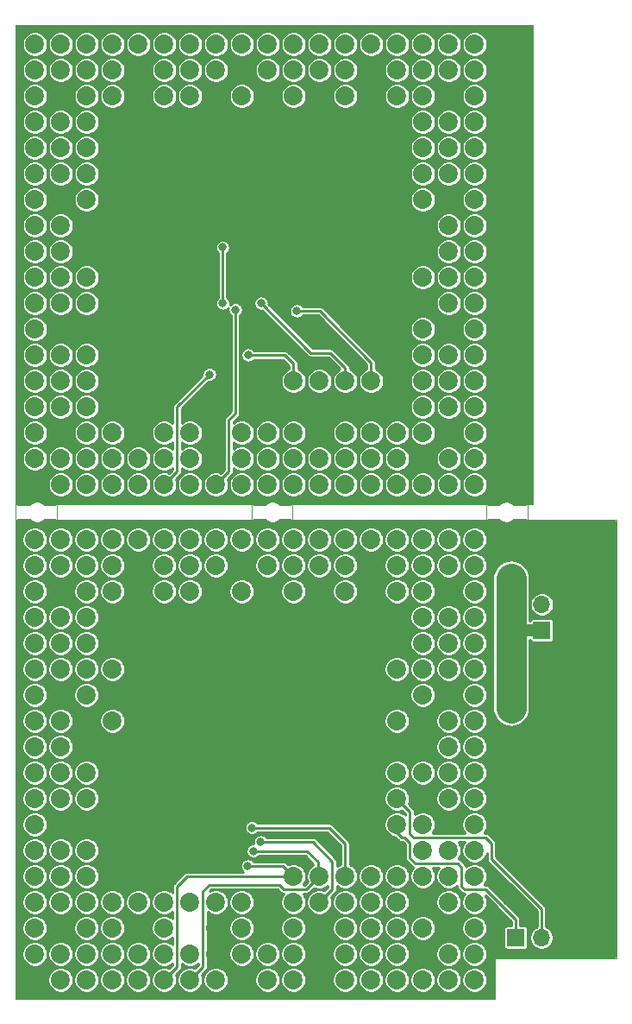
<source format=gbl>
G04 #@! TF.GenerationSoftware,KiCad,Pcbnew,5.1.9*
G04 #@! TF.CreationDate,2021-05-20T11:39:59+02:00*
G04 #@! TF.ProjectId,68040_68060_adapter,36383034-305f-4363-9830-36305f616461,0.2*
G04 #@! TF.SameCoordinates,Original*
G04 #@! TF.FileFunction,Copper,L2,Bot*
G04 #@! TF.FilePolarity,Positive*
%FSLAX46Y46*%
G04 Gerber Fmt 4.6, Leading zero omitted, Abs format (unit mm)*
G04 Created by KiCad (PCBNEW 5.1.9) date 2021-05-20 11:39:59*
%MOMM*%
%LPD*%
G01*
G04 APERTURE LIST*
G04 #@! TA.AperFunction,Profile*
%ADD10C,0.050000*%
G04 #@! TD*
G04 #@! TA.AperFunction,ComponentPad*
%ADD11C,1.860000*%
G04 #@! TD*
G04 #@! TA.AperFunction,ComponentPad*
%ADD12O,1.700000X1.700000*%
G04 #@! TD*
G04 #@! TA.AperFunction,ComponentPad*
%ADD13R,1.700000X1.700000*%
G04 #@! TD*
G04 #@! TA.AperFunction,ViaPad*
%ADD14C,0.914400*%
G04 #@! TD*
G04 #@! TA.AperFunction,ViaPad*
%ADD15C,0.904800*%
G04 #@! TD*
G04 #@! TA.AperFunction,ViaPad*
%ADD16C,0.800000*%
G04 #@! TD*
G04 #@! TA.AperFunction,ViaPad*
%ADD17C,1.000000*%
G04 #@! TD*
G04 #@! TA.AperFunction,Conductor*
%ADD18C,0.250000*%
G04 #@! TD*
G04 #@! TA.AperFunction,Conductor*
%ADD19C,0.254000*%
G04 #@! TD*
G04 #@! TA.AperFunction,Conductor*
%ADD20C,3.000000*%
G04 #@! TD*
G04 #@! TA.AperFunction,Conductor*
%ADD21C,2.540000*%
G04 #@! TD*
G04 #@! TA.AperFunction,Conductor*
%ADD22C,1.200000*%
G04 #@! TD*
G04 #@! TA.AperFunction,Conductor*
%ADD23C,0.150000*%
G04 #@! TD*
G04 APERTURE END LIST*
D10*
X161928800Y-90550000D02*
X162500000Y-90550000D01*
X161928800Y-90550000D02*
X161928800Y-92151000D01*
X158750000Y-135128000D02*
X170688000Y-135128000D01*
X158750000Y-139141200D02*
X158750000Y-135128000D01*
X157930000Y-92140000D02*
X138810000Y-92140000D01*
X138810000Y-90550000D02*
X157930000Y-90550000D01*
X157930000Y-90550000D02*
X157930000Y-92140000D01*
X138810000Y-90550000D02*
X138810000Y-92140000D01*
X111644200Y-43561000D02*
X111644200Y-139141000D01*
X134850000Y-92140000D02*
X115730000Y-92140000D01*
X115730000Y-90550000D02*
X134850000Y-90550000D01*
X134850000Y-90550000D02*
X134850000Y-92140000D01*
X162500000Y-90550000D02*
X162500000Y-43561000D01*
X170699200Y-92151000D02*
X161928800Y-92151000D01*
X115730000Y-90550000D02*
X115730000Y-92140000D01*
X162500000Y-43561000D02*
X111644200Y-43561000D01*
X111644200Y-139141000D02*
X158750000Y-139141200D01*
X170688000Y-135128000D02*
X170699200Y-92151000D01*
D11*
X138949200Y-127076000D03*
X141489200Y-127076000D03*
X144029200Y-127076000D03*
X146569200Y-127076000D03*
X160328000Y-110566000D03*
X160328000Y-108026000D03*
X160328000Y-105486000D03*
X160328000Y-102946000D03*
X160328000Y-100406000D03*
X160328000Y-97866000D03*
X138967200Y-78486000D03*
X141507200Y-78486000D03*
X144047200Y-78486000D03*
X146587200Y-78486000D03*
X160346000Y-49276000D03*
X160346000Y-51816000D03*
X160346000Y-54356000D03*
X160346000Y-56896000D03*
X160346000Y-59436000D03*
X160346000Y-61976000D03*
X113567200Y-45466000D03*
X116107200Y-45466000D03*
X118647200Y-45466000D03*
X121187200Y-45466000D03*
X123727200Y-45466000D03*
X126267200Y-45466000D03*
X128807200Y-45466000D03*
X131347200Y-45466000D03*
X133887200Y-45466000D03*
X136427200Y-45466000D03*
X138967200Y-45466000D03*
X141507200Y-45466000D03*
X144047200Y-45466000D03*
X144047200Y-48006000D03*
X113567200Y-73406000D03*
X113567200Y-70866000D03*
X113567200Y-68326000D03*
X113567200Y-65786000D03*
X113567200Y-63246000D03*
X113567200Y-60706000D03*
X113567200Y-58166000D03*
X113567200Y-55626000D03*
X113567200Y-53086000D03*
X113567200Y-48006000D03*
X116107200Y-48006000D03*
X118647200Y-48006000D03*
X121187200Y-48006000D03*
X123727200Y-48006000D03*
X126267200Y-48006000D03*
X128807200Y-48006000D03*
X131347200Y-48006000D03*
X133887200Y-48006000D03*
X136427200Y-48006000D03*
X138967200Y-48006000D03*
X141507200Y-48006000D03*
X144047200Y-83566000D03*
X144047200Y-86106000D03*
X116107200Y-73406000D03*
X116107200Y-70866000D03*
X116107200Y-68326000D03*
X116107200Y-65786000D03*
X116107200Y-63246000D03*
X116107200Y-60706000D03*
X116107200Y-58166000D03*
X116107200Y-55626000D03*
X116107200Y-53086000D03*
X116107200Y-75946000D03*
X144047200Y-88646000D03*
X141507200Y-88646000D03*
X138967200Y-88646000D03*
X136427200Y-88646000D03*
X133887200Y-88646000D03*
X131347200Y-88646000D03*
X128807200Y-88646000D03*
X126267200Y-88646000D03*
X123727200Y-88646000D03*
X121187200Y-88646000D03*
X118647200Y-75946000D03*
X144047200Y-50546000D03*
X113567200Y-50546000D03*
X141507200Y-50546000D03*
X138967200Y-50546000D03*
X136427200Y-50546000D03*
X133887200Y-50546000D03*
X131347200Y-50546000D03*
X128807200Y-50546000D03*
X126267200Y-50546000D03*
X123727200Y-50546000D03*
X121187200Y-50546000D03*
X118647200Y-50546000D03*
X116107200Y-50546000D03*
X113567200Y-75946000D03*
X118647200Y-73406000D03*
X118647200Y-70866000D03*
X118647200Y-68326000D03*
X118647200Y-65786000D03*
X118647200Y-63246000D03*
X118647200Y-60706000D03*
X118647200Y-58166000D03*
X118647200Y-55626000D03*
X118647200Y-53086000D03*
X141507200Y-86106000D03*
X141507200Y-83566000D03*
X121187200Y-86106000D03*
X123727200Y-86106000D03*
X126267200Y-86106000D03*
X128807200Y-86106000D03*
X131347200Y-86106000D03*
X133887200Y-86106000D03*
X136427200Y-86106000D03*
X138967200Y-86106000D03*
X138967200Y-83566000D03*
X136427200Y-83566000D03*
X133887200Y-83566000D03*
X131347200Y-83566000D03*
X128807200Y-83566000D03*
X126267200Y-83566000D03*
X123727200Y-83566000D03*
X121187200Y-83566000D03*
X113567200Y-78486000D03*
X113567200Y-81026000D03*
X113567200Y-83566000D03*
X113567200Y-86106000D03*
X146587200Y-45466000D03*
X149127200Y-45466000D03*
X151667200Y-45466000D03*
X154207200Y-45466000D03*
X116107200Y-78486000D03*
X118647200Y-78486000D03*
X116107200Y-81026000D03*
X118647200Y-81026000D03*
X118647200Y-83566000D03*
X118647200Y-86106000D03*
X118647200Y-88646000D03*
X116107200Y-88646000D03*
X116107200Y-86106000D03*
X116107200Y-83566000D03*
X146587200Y-48006000D03*
X146587200Y-50546000D03*
X149127200Y-48006000D03*
X149127200Y-50546000D03*
X151667200Y-48006000D03*
X151667200Y-50546000D03*
X154207200Y-48006000D03*
X154207200Y-50546000D03*
X156747200Y-48006000D03*
X156747200Y-50546000D03*
X151667200Y-53086000D03*
X154207200Y-53086000D03*
X156747200Y-53086000D03*
X151667200Y-55626000D03*
X154207200Y-55626000D03*
X156747200Y-55626000D03*
X151667200Y-58166000D03*
X154207200Y-58166000D03*
X156747200Y-58166000D03*
X151667200Y-60706000D03*
X151667200Y-63246000D03*
X151667200Y-65786000D03*
X151667200Y-68326000D03*
X151667200Y-70866000D03*
X151667200Y-73406000D03*
X151667200Y-75946000D03*
X151667200Y-78486000D03*
X151667200Y-81026000D03*
X151667200Y-83566000D03*
X151667200Y-86106000D03*
X151667200Y-88646000D03*
X154207200Y-88646000D03*
X154207200Y-86106000D03*
X154207200Y-83566000D03*
X154207200Y-81026000D03*
X154207200Y-78486000D03*
X154207200Y-75946000D03*
X154207200Y-73406000D03*
X154207200Y-70866000D03*
X154207200Y-68326000D03*
X154207200Y-65786000D03*
X154207200Y-63246000D03*
X154207200Y-60706000D03*
X156747200Y-60706000D03*
X156747200Y-63246000D03*
X156747200Y-65786000D03*
X156747200Y-68326000D03*
X156747200Y-70866000D03*
X156747200Y-73406000D03*
X156747200Y-75946000D03*
X156747200Y-78486000D03*
X156747200Y-81026000D03*
X156747200Y-83566000D03*
X156747200Y-86106000D03*
X146587200Y-83566000D03*
X149127200Y-83566000D03*
X149127200Y-86106000D03*
X149127200Y-88646000D03*
X146587200Y-88646000D03*
X146587200Y-86106000D03*
X156747200Y-88646000D03*
X156747200Y-45466000D03*
X121169200Y-127076000D03*
X149109200Y-127076000D03*
X149109200Y-124536000D03*
X149109200Y-121996000D03*
X149109200Y-119456000D03*
X149109200Y-116916000D03*
X149109200Y-114376000D03*
X149109200Y-111836000D03*
X149109200Y-109296000D03*
X149109200Y-106756000D03*
X149109200Y-104216000D03*
X149109200Y-129616000D03*
X146569200Y-129616000D03*
X144029200Y-129616000D03*
X141489200Y-129616000D03*
X138949200Y-129616000D03*
X136409200Y-129616000D03*
X133869200Y-129616000D03*
X131329200Y-129616000D03*
X128789200Y-129616000D03*
X126249200Y-129616000D03*
X123709200Y-129616000D03*
X121169200Y-129616000D03*
X121169200Y-119456000D03*
X121169200Y-114376000D03*
X121169200Y-111836000D03*
X121169200Y-109296000D03*
X121169200Y-106756000D03*
X121169200Y-104216000D03*
X149109200Y-101676000D03*
X141489200Y-101676000D03*
X136409200Y-101676000D03*
X131329200Y-101676000D03*
X156729200Y-94056000D03*
X156729200Y-137236000D03*
X146569200Y-134696000D03*
X146569200Y-137236000D03*
X149109200Y-137236000D03*
X149109200Y-134696000D03*
X149109200Y-132156000D03*
X146569200Y-132156000D03*
X156729200Y-134696000D03*
X156729200Y-132156000D03*
X156729200Y-129616000D03*
X156729200Y-127076000D03*
X156729200Y-124536000D03*
X156729200Y-121996000D03*
X156729200Y-119456000D03*
X156729200Y-116916000D03*
X156729200Y-114376000D03*
X156729200Y-111836000D03*
X156729200Y-109296000D03*
X154189200Y-109296000D03*
X154189200Y-111836000D03*
X154189200Y-114376000D03*
X154189200Y-116916000D03*
X154189200Y-119456000D03*
X154189200Y-121996000D03*
X154189200Y-124536000D03*
X154189200Y-127076000D03*
X154189200Y-129616000D03*
X154189200Y-132156000D03*
X154189200Y-134696000D03*
X154189200Y-137236000D03*
X151649200Y-137236000D03*
X151649200Y-134696000D03*
X151649200Y-132156000D03*
X151649200Y-127076000D03*
X151649200Y-124536000D03*
X151649200Y-121996000D03*
X151649200Y-119456000D03*
X151649200Y-116916000D03*
X151649200Y-114376000D03*
X151649200Y-111836000D03*
X151649200Y-109296000D03*
X156729200Y-106756000D03*
X154189200Y-106756000D03*
X151649200Y-106756000D03*
X156729200Y-104216000D03*
X154189200Y-104216000D03*
X151649200Y-104216000D03*
X156729200Y-101676000D03*
X154189200Y-101676000D03*
X151649200Y-101676000D03*
X156729200Y-99136000D03*
X156729200Y-96596000D03*
X154189200Y-99136000D03*
X154189200Y-96596000D03*
X151649200Y-99136000D03*
X151649200Y-96596000D03*
X149109200Y-99136000D03*
X149109200Y-96596000D03*
X146569200Y-99136000D03*
X146569200Y-96596000D03*
X116089200Y-132156000D03*
X116089200Y-134696000D03*
X116089200Y-137236000D03*
X118629200Y-137236000D03*
X118629200Y-134696000D03*
X118629200Y-132156000D03*
X118629200Y-129616000D03*
X116089200Y-129616000D03*
X118629200Y-127076000D03*
X116089200Y-127076000D03*
X154189200Y-94056000D03*
X151649200Y-94056000D03*
X149109200Y-94056000D03*
X146569200Y-94056000D03*
X113549200Y-134696000D03*
X113549200Y-132156000D03*
X113549200Y-129616000D03*
X113549200Y-127076000D03*
X121169200Y-132156000D03*
X123709200Y-132156000D03*
X126249200Y-132156000D03*
X131329200Y-132156000D03*
X133869200Y-132156000D03*
X138949200Y-132156000D03*
X138949200Y-134696000D03*
X136409200Y-134696000D03*
X133869200Y-134696000D03*
X131329200Y-134696000D03*
X128789200Y-134696000D03*
X126249200Y-134696000D03*
X123709200Y-134696000D03*
X121169200Y-134696000D03*
X141489200Y-132156000D03*
X118629200Y-101676000D03*
X118629200Y-104216000D03*
X118629200Y-106756000D03*
X118629200Y-109296000D03*
X118629200Y-111836000D03*
X118629200Y-114376000D03*
X118629200Y-116916000D03*
X118629200Y-119456000D03*
X118629200Y-121996000D03*
X113549200Y-124536000D03*
X116089200Y-99136000D03*
X118629200Y-99136000D03*
X121169200Y-99136000D03*
X123709200Y-99136000D03*
X126249200Y-99136000D03*
X128789200Y-99136000D03*
X131329200Y-99136000D03*
X133869200Y-99136000D03*
X136409200Y-99136000D03*
X138949200Y-99136000D03*
X141489200Y-99136000D03*
X113549200Y-99136000D03*
X144029200Y-99136000D03*
X118629200Y-124536000D03*
X121169200Y-137236000D03*
X123709200Y-137236000D03*
X126249200Y-137236000D03*
X128789200Y-137236000D03*
X131329200Y-137236000D03*
X136409200Y-137236000D03*
X138949200Y-137236000D03*
X144029200Y-137236000D03*
X116089200Y-124536000D03*
X116089200Y-101676000D03*
X116089200Y-104216000D03*
X116089200Y-106756000D03*
X116089200Y-109296000D03*
X116089200Y-111836000D03*
X116089200Y-114376000D03*
X116089200Y-116916000D03*
X116089200Y-119456000D03*
X116089200Y-121996000D03*
X144029200Y-134696000D03*
X144029200Y-132156000D03*
X141489200Y-96596000D03*
X138949200Y-96596000D03*
X136409200Y-96596000D03*
X133869200Y-96596000D03*
X131329200Y-96596000D03*
X128789200Y-96596000D03*
X126249200Y-96596000D03*
X123709200Y-96596000D03*
X121169200Y-96596000D03*
X118629200Y-96596000D03*
X116089200Y-96596000D03*
X113549200Y-96596000D03*
X113549200Y-101676000D03*
X113549200Y-104216000D03*
X113549200Y-106756000D03*
X113549200Y-109296000D03*
X113549200Y-111836000D03*
X113549200Y-114376000D03*
X113549200Y-116916000D03*
X113549200Y-119456000D03*
X113549200Y-121996000D03*
X144029200Y-96596000D03*
X144029200Y-94056000D03*
X141489200Y-94056000D03*
X138949200Y-94056000D03*
X136409200Y-94056000D03*
X133869200Y-94056000D03*
X131329200Y-94056000D03*
X128789200Y-94056000D03*
X126249200Y-94056000D03*
X123709200Y-94056000D03*
X121169200Y-94056000D03*
X118629200Y-94056000D03*
X116089200Y-94056000D03*
X113549200Y-94056000D03*
D12*
X163322000Y-133096000D03*
D13*
X160782000Y-133096000D03*
X163350000Y-102950000D03*
D12*
X163350000Y-100410000D03*
X163350000Y-97870000D03*
D14*
X133670400Y-59428400D03*
D15*
X127513450Y-69596000D03*
X131300000Y-61675000D03*
D16*
X132000000Y-70880000D03*
X132000000Y-65390000D03*
X130712200Y-77851000D03*
X133252200Y-71501000D03*
X134522200Y-75946000D03*
X139272000Y-71628000D03*
X135792200Y-70866000D03*
D17*
X164592000Y-117348000D03*
X160020000Y-128270000D03*
X169164000Y-128270000D03*
X164592000Y-112776000D03*
X124184500Y-119401500D03*
X146071500Y-109452500D03*
X124384000Y-109296000D03*
X161622000Y-95328000D03*
X164860000Y-96650000D03*
D16*
X135725000Y-123675000D03*
X134450000Y-126050000D03*
X135025000Y-124600000D03*
X134875000Y-122300000D03*
D18*
X132000000Y-70880000D02*
X132000000Y-65390000D01*
D19*
X127537200Y-81026000D02*
X127537200Y-87376000D01*
X127537200Y-87376000D02*
X126267200Y-88646000D01*
X130712200Y-77851000D02*
X127537200Y-81026000D01*
X132617200Y-87376000D02*
X131347200Y-88646000D01*
X132617200Y-87376000D02*
X132617200Y-82296000D01*
X132617200Y-82296000D02*
X133252200Y-81661000D01*
X133252200Y-81661000D02*
X133252200Y-71501000D01*
D18*
X138967200Y-76817200D02*
X138967200Y-78486000D01*
X138113800Y-75963800D02*
X138967200Y-76817200D01*
X134540000Y-75963800D02*
X138113800Y-75963800D01*
X134522200Y-75946000D02*
X134540000Y-75963800D01*
X146587200Y-76677200D02*
X146587200Y-78486000D01*
X141538000Y-71628000D02*
X146587200Y-76677200D01*
X139272000Y-71628000D02*
X141538000Y-71628000D01*
X144047200Y-77207200D02*
X144047200Y-78486000D01*
X142570000Y-75730000D02*
X144047200Y-77207200D01*
X140656200Y-75730000D02*
X142570000Y-75730000D01*
X135792200Y-70866000D02*
X140656200Y-75730000D01*
X142770000Y-128335200D02*
X141489200Y-129616000D01*
X142770000Y-125620000D02*
X142770000Y-128335200D01*
X140837500Y-123687500D02*
X142770000Y-125620000D01*
X135887500Y-123687500D02*
X140837500Y-123687500D01*
X137923200Y-126050000D02*
X138181700Y-126308500D01*
X134450000Y-126050000D02*
X137923200Y-126050000D01*
X138181700Y-126308500D02*
X138949200Y-127076000D01*
X137949200Y-126076000D02*
X138181700Y-126308500D01*
X138943200Y-127070000D02*
X138949200Y-127076000D01*
X128530000Y-127070000D02*
X138943200Y-127070000D01*
X127519200Y-128080800D02*
X128530000Y-127070000D01*
X127519200Y-135966000D02*
X127519200Y-128080800D01*
X126249200Y-137236000D02*
X127519200Y-135966000D01*
X141347590Y-125672590D02*
X141347590Y-127076000D01*
X140268200Y-124593200D02*
X141347590Y-125672590D01*
X140219000Y-128346200D02*
X141489200Y-127076000D01*
X138006200Y-128346200D02*
X140219000Y-128346200D01*
X137560000Y-127900000D02*
X138006200Y-128346200D01*
X130700000Y-127900000D02*
X137560000Y-127900000D01*
X130059200Y-128540800D02*
X130700000Y-127900000D01*
X130059200Y-135966000D02*
X130059200Y-128540800D01*
X128789200Y-137236000D02*
X130059200Y-135966000D01*
X135031800Y-124593200D02*
X135025000Y-124600000D01*
X135653200Y-124593200D02*
X135031800Y-124593200D01*
X140268200Y-124593200D02*
X135653200Y-124593200D01*
X135653200Y-124593200D02*
X135443200Y-124593200D01*
X144029200Y-123879200D02*
X144029200Y-127076000D01*
X142450000Y-122300000D02*
X142875000Y-122725000D01*
X134875000Y-122300000D02*
X142450000Y-122300000D01*
X142875000Y-122725000D02*
X144029200Y-123879200D01*
X142760000Y-122610000D02*
X142875000Y-122725000D01*
X158405600Y-123850200D02*
X158405600Y-125355600D01*
X150391900Y-120738700D02*
X150391900Y-122910400D01*
X157821400Y-123266000D02*
X158405600Y-123850200D01*
X149109200Y-119456000D02*
X150391900Y-120738700D01*
X150391900Y-122910400D02*
X150747500Y-123266000D01*
X150747500Y-123266000D02*
X157821400Y-123266000D01*
X163322000Y-130272000D02*
X160797000Y-127747000D01*
X163322000Y-133096000D02*
X163322000Y-130272000D01*
X160797000Y-127747000D02*
X161010000Y-127960000D01*
X158405600Y-125355600D02*
X160797000Y-127747000D01*
X149109200Y-121996000D02*
X149388600Y-121996000D01*
X149121900Y-121996000D02*
X149109200Y-121996000D01*
X149871200Y-123240600D02*
X150379200Y-123748600D01*
X149553700Y-123240600D02*
X149871200Y-123240600D01*
X150379200Y-123748600D02*
X150379200Y-125272600D01*
X157821000Y-128346000D02*
X159275000Y-129800000D01*
X149109200Y-121996000D02*
X149109200Y-122796100D01*
X149109200Y-122796100D02*
X149553700Y-123240600D01*
X150379200Y-125272600D02*
X150912600Y-125806000D01*
X155471900Y-126212400D02*
X155471900Y-128066600D01*
X150912600Y-125806000D02*
X155065500Y-125806000D01*
X155471900Y-128066600D02*
X155751300Y-128346000D01*
X155065500Y-125806000D02*
X155471900Y-126212400D01*
X155751300Y-128346000D02*
X157821000Y-128346000D01*
X159275000Y-129800000D02*
X159275000Y-129811000D01*
X160782000Y-131307000D02*
X159275000Y-129800000D01*
X160782000Y-133096000D02*
X160782000Y-131307000D01*
D20*
X160328000Y-100406000D02*
X160328000Y-97866000D01*
X160328000Y-110566000D02*
X160328000Y-100406000D01*
D21*
X160328000Y-100406000D02*
X160328000Y-101683317D01*
X160328000Y-105486000D02*
X160328000Y-108028000D01*
D22*
X163346000Y-102946000D02*
X163350000Y-102950000D01*
X160328000Y-102946000D02*
X163346000Y-102946000D01*
D18*
X162349999Y-90399999D02*
X161936161Y-90399999D01*
X161928800Y-90399274D01*
X161921439Y-90399999D01*
X161899395Y-90402170D01*
X161871120Y-90410747D01*
X161845061Y-90424676D01*
X161822221Y-90443421D01*
X161803476Y-90466261D01*
X161789547Y-90492320D01*
X161780970Y-90520595D01*
X161778074Y-90550000D01*
X161778799Y-90557360D01*
X161778799Y-90596327D01*
X160619408Y-90595329D01*
X160552872Y-90528793D01*
X160376803Y-90411148D01*
X160181166Y-90330112D01*
X159973478Y-90288800D01*
X159761722Y-90288800D01*
X159554034Y-90330112D01*
X159358397Y-90411148D01*
X159182328Y-90528793D01*
X159117085Y-90594036D01*
X158080001Y-90593143D01*
X158080001Y-90557360D01*
X158080726Y-90550000D01*
X158077830Y-90520595D01*
X158069253Y-90492320D01*
X158055324Y-90466261D01*
X158036579Y-90443421D01*
X158013739Y-90424676D01*
X157987680Y-90410747D01*
X157959405Y-90402170D01*
X157937361Y-90399999D01*
X157930000Y-90399274D01*
X157922639Y-90399999D01*
X138817361Y-90399999D01*
X138810000Y-90399274D01*
X138802639Y-90399999D01*
X138780595Y-90402170D01*
X138752320Y-90410747D01*
X138726261Y-90424676D01*
X138703421Y-90443421D01*
X138684676Y-90466261D01*
X138670747Y-90492320D01*
X138662170Y-90520595D01*
X138659274Y-90550000D01*
X138659999Y-90557360D01*
X138659999Y-90576427D01*
X137663448Y-90575569D01*
X137591272Y-90503393D01*
X137415203Y-90385748D01*
X137219566Y-90304712D01*
X137011878Y-90263400D01*
X136800122Y-90263400D01*
X136592434Y-90304712D01*
X136396797Y-90385748D01*
X136220728Y-90503393D01*
X136149855Y-90574266D01*
X135000001Y-90573276D01*
X135000001Y-90557360D01*
X135000726Y-90550000D01*
X134997830Y-90520595D01*
X134989253Y-90492320D01*
X134975324Y-90466261D01*
X134956579Y-90443421D01*
X134933739Y-90424676D01*
X134907680Y-90410747D01*
X134879405Y-90402170D01*
X134857361Y-90399999D01*
X134850000Y-90399274D01*
X134842639Y-90399999D01*
X115737361Y-90399999D01*
X115730000Y-90399274D01*
X115722639Y-90399999D01*
X115700595Y-90402170D01*
X115672320Y-90410747D01*
X115646261Y-90424676D01*
X115623421Y-90443421D01*
X115604676Y-90466261D01*
X115590747Y-90492320D01*
X115582170Y-90520595D01*
X115579274Y-90550000D01*
X115579920Y-90556560D01*
X114504113Y-90555634D01*
X114451872Y-90503393D01*
X114275803Y-90385748D01*
X114080166Y-90304712D01*
X113872478Y-90263400D01*
X113660722Y-90263400D01*
X113453034Y-90304712D01*
X113257397Y-90385748D01*
X113081328Y-90503393D01*
X113030356Y-90554365D01*
X111794201Y-90553301D01*
X111794201Y-88522393D01*
X114852200Y-88522393D01*
X114852200Y-88769607D01*
X114900429Y-89012070D01*
X114995034Y-89240465D01*
X115132378Y-89446016D01*
X115307184Y-89620822D01*
X115512735Y-89758166D01*
X115741130Y-89852771D01*
X115983593Y-89901000D01*
X116230807Y-89901000D01*
X116473270Y-89852771D01*
X116701665Y-89758166D01*
X116907216Y-89620822D01*
X117082022Y-89446016D01*
X117219366Y-89240465D01*
X117313971Y-89012070D01*
X117362200Y-88769607D01*
X117362200Y-88522393D01*
X117392200Y-88522393D01*
X117392200Y-88769607D01*
X117440429Y-89012070D01*
X117535034Y-89240465D01*
X117672378Y-89446016D01*
X117847184Y-89620822D01*
X118052735Y-89758166D01*
X118281130Y-89852771D01*
X118523593Y-89901000D01*
X118770807Y-89901000D01*
X119013270Y-89852771D01*
X119241665Y-89758166D01*
X119447216Y-89620822D01*
X119622022Y-89446016D01*
X119759366Y-89240465D01*
X119853971Y-89012070D01*
X119902200Y-88769607D01*
X119902200Y-88522393D01*
X119932200Y-88522393D01*
X119932200Y-88769607D01*
X119980429Y-89012070D01*
X120075034Y-89240465D01*
X120212378Y-89446016D01*
X120387184Y-89620822D01*
X120592735Y-89758166D01*
X120821130Y-89852771D01*
X121063593Y-89901000D01*
X121310807Y-89901000D01*
X121553270Y-89852771D01*
X121781665Y-89758166D01*
X121987216Y-89620822D01*
X122162022Y-89446016D01*
X122299366Y-89240465D01*
X122393971Y-89012070D01*
X122442200Y-88769607D01*
X122442200Y-88522393D01*
X122472200Y-88522393D01*
X122472200Y-88769607D01*
X122520429Y-89012070D01*
X122615034Y-89240465D01*
X122752378Y-89446016D01*
X122927184Y-89620822D01*
X123132735Y-89758166D01*
X123361130Y-89852771D01*
X123603593Y-89901000D01*
X123850807Y-89901000D01*
X124093270Y-89852771D01*
X124321665Y-89758166D01*
X124527216Y-89620822D01*
X124702022Y-89446016D01*
X124839366Y-89240465D01*
X124933971Y-89012070D01*
X124982200Y-88769607D01*
X124982200Y-88522393D01*
X124933971Y-88279930D01*
X124839366Y-88051535D01*
X124702022Y-87845984D01*
X124527216Y-87671178D01*
X124321665Y-87533834D01*
X124093270Y-87439229D01*
X123850807Y-87391000D01*
X123603593Y-87391000D01*
X123361130Y-87439229D01*
X123132735Y-87533834D01*
X122927184Y-87671178D01*
X122752378Y-87845984D01*
X122615034Y-88051535D01*
X122520429Y-88279930D01*
X122472200Y-88522393D01*
X122442200Y-88522393D01*
X122393971Y-88279930D01*
X122299366Y-88051535D01*
X122162022Y-87845984D01*
X121987216Y-87671178D01*
X121781665Y-87533834D01*
X121553270Y-87439229D01*
X121310807Y-87391000D01*
X121063593Y-87391000D01*
X120821130Y-87439229D01*
X120592735Y-87533834D01*
X120387184Y-87671178D01*
X120212378Y-87845984D01*
X120075034Y-88051535D01*
X119980429Y-88279930D01*
X119932200Y-88522393D01*
X119902200Y-88522393D01*
X119853971Y-88279930D01*
X119759366Y-88051535D01*
X119622022Y-87845984D01*
X119447216Y-87671178D01*
X119241665Y-87533834D01*
X119013270Y-87439229D01*
X118770807Y-87391000D01*
X118523593Y-87391000D01*
X118281130Y-87439229D01*
X118052735Y-87533834D01*
X117847184Y-87671178D01*
X117672378Y-87845984D01*
X117535034Y-88051535D01*
X117440429Y-88279930D01*
X117392200Y-88522393D01*
X117362200Y-88522393D01*
X117313971Y-88279930D01*
X117219366Y-88051535D01*
X117082022Y-87845984D01*
X116907216Y-87671178D01*
X116701665Y-87533834D01*
X116473270Y-87439229D01*
X116230807Y-87391000D01*
X115983593Y-87391000D01*
X115741130Y-87439229D01*
X115512735Y-87533834D01*
X115307184Y-87671178D01*
X115132378Y-87845984D01*
X114995034Y-88051535D01*
X114900429Y-88279930D01*
X114852200Y-88522393D01*
X111794201Y-88522393D01*
X111794201Y-85982393D01*
X112312200Y-85982393D01*
X112312200Y-86229607D01*
X112360429Y-86472070D01*
X112455034Y-86700465D01*
X112592378Y-86906016D01*
X112767184Y-87080822D01*
X112972735Y-87218166D01*
X113201130Y-87312771D01*
X113443593Y-87361000D01*
X113690807Y-87361000D01*
X113933270Y-87312771D01*
X114161665Y-87218166D01*
X114367216Y-87080822D01*
X114542022Y-86906016D01*
X114679366Y-86700465D01*
X114773971Y-86472070D01*
X114822200Y-86229607D01*
X114822200Y-85982393D01*
X114852200Y-85982393D01*
X114852200Y-86229607D01*
X114900429Y-86472070D01*
X114995034Y-86700465D01*
X115132378Y-86906016D01*
X115307184Y-87080822D01*
X115512735Y-87218166D01*
X115741130Y-87312771D01*
X115983593Y-87361000D01*
X116230807Y-87361000D01*
X116473270Y-87312771D01*
X116701665Y-87218166D01*
X116907216Y-87080822D01*
X117082022Y-86906016D01*
X117219366Y-86700465D01*
X117313971Y-86472070D01*
X117362200Y-86229607D01*
X117362200Y-85982393D01*
X117392200Y-85982393D01*
X117392200Y-86229607D01*
X117440429Y-86472070D01*
X117535034Y-86700465D01*
X117672378Y-86906016D01*
X117847184Y-87080822D01*
X118052735Y-87218166D01*
X118281130Y-87312771D01*
X118523593Y-87361000D01*
X118770807Y-87361000D01*
X119013270Y-87312771D01*
X119241665Y-87218166D01*
X119447216Y-87080822D01*
X119622022Y-86906016D01*
X119759366Y-86700465D01*
X119853971Y-86472070D01*
X119902200Y-86229607D01*
X119902200Y-85982393D01*
X119932200Y-85982393D01*
X119932200Y-86229607D01*
X119980429Y-86472070D01*
X120075034Y-86700465D01*
X120212378Y-86906016D01*
X120387184Y-87080822D01*
X120592735Y-87218166D01*
X120821130Y-87312771D01*
X121063593Y-87361000D01*
X121310807Y-87361000D01*
X121553270Y-87312771D01*
X121781665Y-87218166D01*
X121987216Y-87080822D01*
X122162022Y-86906016D01*
X122299366Y-86700465D01*
X122393971Y-86472070D01*
X122442200Y-86229607D01*
X122442200Y-85982393D01*
X122472200Y-85982393D01*
X122472200Y-86229607D01*
X122520429Y-86472070D01*
X122615034Y-86700465D01*
X122752378Y-86906016D01*
X122927184Y-87080822D01*
X123132735Y-87218166D01*
X123361130Y-87312771D01*
X123603593Y-87361000D01*
X123850807Y-87361000D01*
X124093270Y-87312771D01*
X124321665Y-87218166D01*
X124527216Y-87080822D01*
X124702022Y-86906016D01*
X124839366Y-86700465D01*
X124933971Y-86472070D01*
X124982200Y-86229607D01*
X124982200Y-85982393D01*
X124933971Y-85739930D01*
X124839366Y-85511535D01*
X124702022Y-85305984D01*
X124527216Y-85131178D01*
X124321665Y-84993834D01*
X124093270Y-84899229D01*
X123850807Y-84851000D01*
X123603593Y-84851000D01*
X123361130Y-84899229D01*
X123132735Y-84993834D01*
X122927184Y-85131178D01*
X122752378Y-85305984D01*
X122615034Y-85511535D01*
X122520429Y-85739930D01*
X122472200Y-85982393D01*
X122442200Y-85982393D01*
X122393971Y-85739930D01*
X122299366Y-85511535D01*
X122162022Y-85305984D01*
X121987216Y-85131178D01*
X121781665Y-84993834D01*
X121553270Y-84899229D01*
X121310807Y-84851000D01*
X121063593Y-84851000D01*
X120821130Y-84899229D01*
X120592735Y-84993834D01*
X120387184Y-85131178D01*
X120212378Y-85305984D01*
X120075034Y-85511535D01*
X119980429Y-85739930D01*
X119932200Y-85982393D01*
X119902200Y-85982393D01*
X119853971Y-85739930D01*
X119759366Y-85511535D01*
X119622022Y-85305984D01*
X119447216Y-85131178D01*
X119241665Y-84993834D01*
X119013270Y-84899229D01*
X118770807Y-84851000D01*
X118523593Y-84851000D01*
X118281130Y-84899229D01*
X118052735Y-84993834D01*
X117847184Y-85131178D01*
X117672378Y-85305984D01*
X117535034Y-85511535D01*
X117440429Y-85739930D01*
X117392200Y-85982393D01*
X117362200Y-85982393D01*
X117313971Y-85739930D01*
X117219366Y-85511535D01*
X117082022Y-85305984D01*
X116907216Y-85131178D01*
X116701665Y-84993834D01*
X116473270Y-84899229D01*
X116230807Y-84851000D01*
X115983593Y-84851000D01*
X115741130Y-84899229D01*
X115512735Y-84993834D01*
X115307184Y-85131178D01*
X115132378Y-85305984D01*
X114995034Y-85511535D01*
X114900429Y-85739930D01*
X114852200Y-85982393D01*
X114822200Y-85982393D01*
X114773971Y-85739930D01*
X114679366Y-85511535D01*
X114542022Y-85305984D01*
X114367216Y-85131178D01*
X114161665Y-84993834D01*
X113933270Y-84899229D01*
X113690807Y-84851000D01*
X113443593Y-84851000D01*
X113201130Y-84899229D01*
X112972735Y-84993834D01*
X112767184Y-85131178D01*
X112592378Y-85305984D01*
X112455034Y-85511535D01*
X112360429Y-85739930D01*
X112312200Y-85982393D01*
X111794201Y-85982393D01*
X111794201Y-83442393D01*
X112312200Y-83442393D01*
X112312200Y-83689607D01*
X112360429Y-83932070D01*
X112455034Y-84160465D01*
X112592378Y-84366016D01*
X112767184Y-84540822D01*
X112972735Y-84678166D01*
X113201130Y-84772771D01*
X113443593Y-84821000D01*
X113690807Y-84821000D01*
X113933270Y-84772771D01*
X114161665Y-84678166D01*
X114367216Y-84540822D01*
X114542022Y-84366016D01*
X114679366Y-84160465D01*
X114773971Y-83932070D01*
X114822200Y-83689607D01*
X114822200Y-83442393D01*
X117392200Y-83442393D01*
X117392200Y-83689607D01*
X117440429Y-83932070D01*
X117535034Y-84160465D01*
X117672378Y-84366016D01*
X117847184Y-84540822D01*
X118052735Y-84678166D01*
X118281130Y-84772771D01*
X118523593Y-84821000D01*
X118770807Y-84821000D01*
X119013270Y-84772771D01*
X119241665Y-84678166D01*
X119447216Y-84540822D01*
X119622022Y-84366016D01*
X119759366Y-84160465D01*
X119853971Y-83932070D01*
X119902200Y-83689607D01*
X119902200Y-83442393D01*
X119932200Y-83442393D01*
X119932200Y-83689607D01*
X119980429Y-83932070D01*
X120075034Y-84160465D01*
X120212378Y-84366016D01*
X120387184Y-84540822D01*
X120592735Y-84678166D01*
X120821130Y-84772771D01*
X121063593Y-84821000D01*
X121310807Y-84821000D01*
X121553270Y-84772771D01*
X121781665Y-84678166D01*
X121987216Y-84540822D01*
X122162022Y-84366016D01*
X122299366Y-84160465D01*
X122393971Y-83932070D01*
X122442200Y-83689607D01*
X122442200Y-83442393D01*
X125012200Y-83442393D01*
X125012200Y-83689607D01*
X125060429Y-83932070D01*
X125155034Y-84160465D01*
X125292378Y-84366016D01*
X125467184Y-84540822D01*
X125672735Y-84678166D01*
X125901130Y-84772771D01*
X126143593Y-84821000D01*
X126390807Y-84821000D01*
X126633270Y-84772771D01*
X126861665Y-84678166D01*
X127067216Y-84540822D01*
X127085201Y-84522837D01*
X127085201Y-85149163D01*
X127067216Y-85131178D01*
X126861665Y-84993834D01*
X126633270Y-84899229D01*
X126390807Y-84851000D01*
X126143593Y-84851000D01*
X125901130Y-84899229D01*
X125672735Y-84993834D01*
X125467184Y-85131178D01*
X125292378Y-85305984D01*
X125155034Y-85511535D01*
X125060429Y-85739930D01*
X125012200Y-85982393D01*
X125012200Y-86229607D01*
X125060429Y-86472070D01*
X125155034Y-86700465D01*
X125292378Y-86906016D01*
X125467184Y-87080822D01*
X125672735Y-87218166D01*
X125901130Y-87312771D01*
X126143593Y-87361000D01*
X126390807Y-87361000D01*
X126633270Y-87312771D01*
X126861665Y-87218166D01*
X127067216Y-87080822D01*
X127085201Y-87062837D01*
X127085201Y-87188774D01*
X126775735Y-87498240D01*
X126633270Y-87439229D01*
X126390807Y-87391000D01*
X126143593Y-87391000D01*
X125901130Y-87439229D01*
X125672735Y-87533834D01*
X125467184Y-87671178D01*
X125292378Y-87845984D01*
X125155034Y-88051535D01*
X125060429Y-88279930D01*
X125012200Y-88522393D01*
X125012200Y-88769607D01*
X125060429Y-89012070D01*
X125155034Y-89240465D01*
X125292378Y-89446016D01*
X125467184Y-89620822D01*
X125672735Y-89758166D01*
X125901130Y-89852771D01*
X126143593Y-89901000D01*
X126390807Y-89901000D01*
X126633270Y-89852771D01*
X126861665Y-89758166D01*
X127067216Y-89620822D01*
X127242022Y-89446016D01*
X127379366Y-89240465D01*
X127473971Y-89012070D01*
X127522200Y-88769607D01*
X127522200Y-88522393D01*
X127552200Y-88522393D01*
X127552200Y-88769607D01*
X127600429Y-89012070D01*
X127695034Y-89240465D01*
X127832378Y-89446016D01*
X128007184Y-89620822D01*
X128212735Y-89758166D01*
X128441130Y-89852771D01*
X128683593Y-89901000D01*
X128930807Y-89901000D01*
X129173270Y-89852771D01*
X129401665Y-89758166D01*
X129607216Y-89620822D01*
X129782022Y-89446016D01*
X129919366Y-89240465D01*
X130013971Y-89012070D01*
X130062200Y-88769607D01*
X130062200Y-88522393D01*
X130092200Y-88522393D01*
X130092200Y-88769607D01*
X130140429Y-89012070D01*
X130235034Y-89240465D01*
X130372378Y-89446016D01*
X130547184Y-89620822D01*
X130752735Y-89758166D01*
X130981130Y-89852771D01*
X131223593Y-89901000D01*
X131470807Y-89901000D01*
X131713270Y-89852771D01*
X131941665Y-89758166D01*
X132147216Y-89620822D01*
X132322022Y-89446016D01*
X132459366Y-89240465D01*
X132553971Y-89012070D01*
X132602200Y-88769607D01*
X132602200Y-88522393D01*
X132632200Y-88522393D01*
X132632200Y-88769607D01*
X132680429Y-89012070D01*
X132775034Y-89240465D01*
X132912378Y-89446016D01*
X133087184Y-89620822D01*
X133292735Y-89758166D01*
X133521130Y-89852771D01*
X133763593Y-89901000D01*
X134010807Y-89901000D01*
X134253270Y-89852771D01*
X134481665Y-89758166D01*
X134687216Y-89620822D01*
X134862022Y-89446016D01*
X134999366Y-89240465D01*
X135093971Y-89012070D01*
X135142200Y-88769607D01*
X135142200Y-88522393D01*
X135172200Y-88522393D01*
X135172200Y-88769607D01*
X135220429Y-89012070D01*
X135315034Y-89240465D01*
X135452378Y-89446016D01*
X135627184Y-89620822D01*
X135832735Y-89758166D01*
X136061130Y-89852771D01*
X136303593Y-89901000D01*
X136550807Y-89901000D01*
X136793270Y-89852771D01*
X137021665Y-89758166D01*
X137227216Y-89620822D01*
X137402022Y-89446016D01*
X137539366Y-89240465D01*
X137633971Y-89012070D01*
X137682200Y-88769607D01*
X137682200Y-88522393D01*
X137712200Y-88522393D01*
X137712200Y-88769607D01*
X137760429Y-89012070D01*
X137855034Y-89240465D01*
X137992378Y-89446016D01*
X138167184Y-89620822D01*
X138372735Y-89758166D01*
X138601130Y-89852771D01*
X138843593Y-89901000D01*
X139090807Y-89901000D01*
X139333270Y-89852771D01*
X139561665Y-89758166D01*
X139767216Y-89620822D01*
X139942022Y-89446016D01*
X140079366Y-89240465D01*
X140173971Y-89012070D01*
X140222200Y-88769607D01*
X140222200Y-88522393D01*
X140252200Y-88522393D01*
X140252200Y-88769607D01*
X140300429Y-89012070D01*
X140395034Y-89240465D01*
X140532378Y-89446016D01*
X140707184Y-89620822D01*
X140912735Y-89758166D01*
X141141130Y-89852771D01*
X141383593Y-89901000D01*
X141630807Y-89901000D01*
X141873270Y-89852771D01*
X142101665Y-89758166D01*
X142307216Y-89620822D01*
X142482022Y-89446016D01*
X142619366Y-89240465D01*
X142713971Y-89012070D01*
X142762200Y-88769607D01*
X142762200Y-88522393D01*
X142792200Y-88522393D01*
X142792200Y-88769607D01*
X142840429Y-89012070D01*
X142935034Y-89240465D01*
X143072378Y-89446016D01*
X143247184Y-89620822D01*
X143452735Y-89758166D01*
X143681130Y-89852771D01*
X143923593Y-89901000D01*
X144170807Y-89901000D01*
X144413270Y-89852771D01*
X144641665Y-89758166D01*
X144847216Y-89620822D01*
X145022022Y-89446016D01*
X145159366Y-89240465D01*
X145253971Y-89012070D01*
X145302200Y-88769607D01*
X145302200Y-88522393D01*
X145332200Y-88522393D01*
X145332200Y-88769607D01*
X145380429Y-89012070D01*
X145475034Y-89240465D01*
X145612378Y-89446016D01*
X145787184Y-89620822D01*
X145992735Y-89758166D01*
X146221130Y-89852771D01*
X146463593Y-89901000D01*
X146710807Y-89901000D01*
X146953270Y-89852771D01*
X147181665Y-89758166D01*
X147387216Y-89620822D01*
X147562022Y-89446016D01*
X147699366Y-89240465D01*
X147793971Y-89012070D01*
X147842200Y-88769607D01*
X147842200Y-88522393D01*
X147872200Y-88522393D01*
X147872200Y-88769607D01*
X147920429Y-89012070D01*
X148015034Y-89240465D01*
X148152378Y-89446016D01*
X148327184Y-89620822D01*
X148532735Y-89758166D01*
X148761130Y-89852771D01*
X149003593Y-89901000D01*
X149250807Y-89901000D01*
X149493270Y-89852771D01*
X149721665Y-89758166D01*
X149927216Y-89620822D01*
X150102022Y-89446016D01*
X150239366Y-89240465D01*
X150333971Y-89012070D01*
X150382200Y-88769607D01*
X150382200Y-88522393D01*
X150412200Y-88522393D01*
X150412200Y-88769607D01*
X150460429Y-89012070D01*
X150555034Y-89240465D01*
X150692378Y-89446016D01*
X150867184Y-89620822D01*
X151072735Y-89758166D01*
X151301130Y-89852771D01*
X151543593Y-89901000D01*
X151790807Y-89901000D01*
X152033270Y-89852771D01*
X152261665Y-89758166D01*
X152467216Y-89620822D01*
X152642022Y-89446016D01*
X152779366Y-89240465D01*
X152873971Y-89012070D01*
X152922200Y-88769607D01*
X152922200Y-88522393D01*
X152952200Y-88522393D01*
X152952200Y-88769607D01*
X153000429Y-89012070D01*
X153095034Y-89240465D01*
X153232378Y-89446016D01*
X153407184Y-89620822D01*
X153612735Y-89758166D01*
X153841130Y-89852771D01*
X154083593Y-89901000D01*
X154330807Y-89901000D01*
X154573270Y-89852771D01*
X154801665Y-89758166D01*
X155007216Y-89620822D01*
X155182022Y-89446016D01*
X155319366Y-89240465D01*
X155413971Y-89012070D01*
X155462200Y-88769607D01*
X155462200Y-88522393D01*
X155492200Y-88522393D01*
X155492200Y-88769607D01*
X155540429Y-89012070D01*
X155635034Y-89240465D01*
X155772378Y-89446016D01*
X155947184Y-89620822D01*
X156152735Y-89758166D01*
X156381130Y-89852771D01*
X156623593Y-89901000D01*
X156870807Y-89901000D01*
X157113270Y-89852771D01*
X157341665Y-89758166D01*
X157547216Y-89620822D01*
X157722022Y-89446016D01*
X157859366Y-89240465D01*
X157953971Y-89012070D01*
X158002200Y-88769607D01*
X158002200Y-88522393D01*
X157953971Y-88279930D01*
X157859366Y-88051535D01*
X157722022Y-87845984D01*
X157547216Y-87671178D01*
X157341665Y-87533834D01*
X157113270Y-87439229D01*
X156870807Y-87391000D01*
X156623593Y-87391000D01*
X156381130Y-87439229D01*
X156152735Y-87533834D01*
X155947184Y-87671178D01*
X155772378Y-87845984D01*
X155635034Y-88051535D01*
X155540429Y-88279930D01*
X155492200Y-88522393D01*
X155462200Y-88522393D01*
X155413971Y-88279930D01*
X155319366Y-88051535D01*
X155182022Y-87845984D01*
X155007216Y-87671178D01*
X154801665Y-87533834D01*
X154573270Y-87439229D01*
X154330807Y-87391000D01*
X154083593Y-87391000D01*
X153841130Y-87439229D01*
X153612735Y-87533834D01*
X153407184Y-87671178D01*
X153232378Y-87845984D01*
X153095034Y-88051535D01*
X153000429Y-88279930D01*
X152952200Y-88522393D01*
X152922200Y-88522393D01*
X152873971Y-88279930D01*
X152779366Y-88051535D01*
X152642022Y-87845984D01*
X152467216Y-87671178D01*
X152261665Y-87533834D01*
X152033270Y-87439229D01*
X151790807Y-87391000D01*
X151543593Y-87391000D01*
X151301130Y-87439229D01*
X151072735Y-87533834D01*
X150867184Y-87671178D01*
X150692378Y-87845984D01*
X150555034Y-88051535D01*
X150460429Y-88279930D01*
X150412200Y-88522393D01*
X150382200Y-88522393D01*
X150333971Y-88279930D01*
X150239366Y-88051535D01*
X150102022Y-87845984D01*
X149927216Y-87671178D01*
X149721665Y-87533834D01*
X149493270Y-87439229D01*
X149250807Y-87391000D01*
X149003593Y-87391000D01*
X148761130Y-87439229D01*
X148532735Y-87533834D01*
X148327184Y-87671178D01*
X148152378Y-87845984D01*
X148015034Y-88051535D01*
X147920429Y-88279930D01*
X147872200Y-88522393D01*
X147842200Y-88522393D01*
X147793971Y-88279930D01*
X147699366Y-88051535D01*
X147562022Y-87845984D01*
X147387216Y-87671178D01*
X147181665Y-87533834D01*
X146953270Y-87439229D01*
X146710807Y-87391000D01*
X146463593Y-87391000D01*
X146221130Y-87439229D01*
X145992735Y-87533834D01*
X145787184Y-87671178D01*
X145612378Y-87845984D01*
X145475034Y-88051535D01*
X145380429Y-88279930D01*
X145332200Y-88522393D01*
X145302200Y-88522393D01*
X145253971Y-88279930D01*
X145159366Y-88051535D01*
X145022022Y-87845984D01*
X144847216Y-87671178D01*
X144641665Y-87533834D01*
X144413270Y-87439229D01*
X144170807Y-87391000D01*
X143923593Y-87391000D01*
X143681130Y-87439229D01*
X143452735Y-87533834D01*
X143247184Y-87671178D01*
X143072378Y-87845984D01*
X142935034Y-88051535D01*
X142840429Y-88279930D01*
X142792200Y-88522393D01*
X142762200Y-88522393D01*
X142713971Y-88279930D01*
X142619366Y-88051535D01*
X142482022Y-87845984D01*
X142307216Y-87671178D01*
X142101665Y-87533834D01*
X141873270Y-87439229D01*
X141630807Y-87391000D01*
X141383593Y-87391000D01*
X141141130Y-87439229D01*
X140912735Y-87533834D01*
X140707184Y-87671178D01*
X140532378Y-87845984D01*
X140395034Y-88051535D01*
X140300429Y-88279930D01*
X140252200Y-88522393D01*
X140222200Y-88522393D01*
X140173971Y-88279930D01*
X140079366Y-88051535D01*
X139942022Y-87845984D01*
X139767216Y-87671178D01*
X139561665Y-87533834D01*
X139333270Y-87439229D01*
X139090807Y-87391000D01*
X138843593Y-87391000D01*
X138601130Y-87439229D01*
X138372735Y-87533834D01*
X138167184Y-87671178D01*
X137992378Y-87845984D01*
X137855034Y-88051535D01*
X137760429Y-88279930D01*
X137712200Y-88522393D01*
X137682200Y-88522393D01*
X137633971Y-88279930D01*
X137539366Y-88051535D01*
X137402022Y-87845984D01*
X137227216Y-87671178D01*
X137021665Y-87533834D01*
X136793270Y-87439229D01*
X136550807Y-87391000D01*
X136303593Y-87391000D01*
X136061130Y-87439229D01*
X135832735Y-87533834D01*
X135627184Y-87671178D01*
X135452378Y-87845984D01*
X135315034Y-88051535D01*
X135220429Y-88279930D01*
X135172200Y-88522393D01*
X135142200Y-88522393D01*
X135093971Y-88279930D01*
X134999366Y-88051535D01*
X134862022Y-87845984D01*
X134687216Y-87671178D01*
X134481665Y-87533834D01*
X134253270Y-87439229D01*
X134010807Y-87391000D01*
X133763593Y-87391000D01*
X133521130Y-87439229D01*
X133292735Y-87533834D01*
X133087184Y-87671178D01*
X132912378Y-87845984D01*
X132775034Y-88051535D01*
X132680429Y-88279930D01*
X132632200Y-88522393D01*
X132602200Y-88522393D01*
X132553971Y-88279930D01*
X132494960Y-88137465D01*
X132921112Y-87711313D01*
X132938359Y-87697159D01*
X132994843Y-87628333D01*
X133036814Y-87549810D01*
X133062660Y-87464607D01*
X133069200Y-87398205D01*
X133069200Y-87398204D01*
X133071387Y-87376001D01*
X133069200Y-87353796D01*
X133069200Y-87062838D01*
X133087184Y-87080822D01*
X133292735Y-87218166D01*
X133521130Y-87312771D01*
X133763593Y-87361000D01*
X134010807Y-87361000D01*
X134253270Y-87312771D01*
X134481665Y-87218166D01*
X134687216Y-87080822D01*
X134862022Y-86906016D01*
X134999366Y-86700465D01*
X135093971Y-86472070D01*
X135142200Y-86229607D01*
X135142200Y-85982393D01*
X135172200Y-85982393D01*
X135172200Y-86229607D01*
X135220429Y-86472070D01*
X135315034Y-86700465D01*
X135452378Y-86906016D01*
X135627184Y-87080822D01*
X135832735Y-87218166D01*
X136061130Y-87312771D01*
X136303593Y-87361000D01*
X136550807Y-87361000D01*
X136793270Y-87312771D01*
X137021665Y-87218166D01*
X137227216Y-87080822D01*
X137402022Y-86906016D01*
X137539366Y-86700465D01*
X137633971Y-86472070D01*
X137682200Y-86229607D01*
X137682200Y-85982393D01*
X137712200Y-85982393D01*
X137712200Y-86229607D01*
X137760429Y-86472070D01*
X137855034Y-86700465D01*
X137992378Y-86906016D01*
X138167184Y-87080822D01*
X138372735Y-87218166D01*
X138601130Y-87312771D01*
X138843593Y-87361000D01*
X139090807Y-87361000D01*
X139333270Y-87312771D01*
X139561665Y-87218166D01*
X139767216Y-87080822D01*
X139942022Y-86906016D01*
X140079366Y-86700465D01*
X140173971Y-86472070D01*
X140222200Y-86229607D01*
X140222200Y-85982393D01*
X140252200Y-85982393D01*
X140252200Y-86229607D01*
X140300429Y-86472070D01*
X140395034Y-86700465D01*
X140532378Y-86906016D01*
X140707184Y-87080822D01*
X140912735Y-87218166D01*
X141141130Y-87312771D01*
X141383593Y-87361000D01*
X141630807Y-87361000D01*
X141873270Y-87312771D01*
X142101665Y-87218166D01*
X142307216Y-87080822D01*
X142482022Y-86906016D01*
X142619366Y-86700465D01*
X142713971Y-86472070D01*
X142762200Y-86229607D01*
X142762200Y-85982393D01*
X142792200Y-85982393D01*
X142792200Y-86229607D01*
X142840429Y-86472070D01*
X142935034Y-86700465D01*
X143072378Y-86906016D01*
X143247184Y-87080822D01*
X143452735Y-87218166D01*
X143681130Y-87312771D01*
X143923593Y-87361000D01*
X144170807Y-87361000D01*
X144413270Y-87312771D01*
X144641665Y-87218166D01*
X144847216Y-87080822D01*
X145022022Y-86906016D01*
X145159366Y-86700465D01*
X145253971Y-86472070D01*
X145302200Y-86229607D01*
X145302200Y-85982393D01*
X145332200Y-85982393D01*
X145332200Y-86229607D01*
X145380429Y-86472070D01*
X145475034Y-86700465D01*
X145612378Y-86906016D01*
X145787184Y-87080822D01*
X145992735Y-87218166D01*
X146221130Y-87312771D01*
X146463593Y-87361000D01*
X146710807Y-87361000D01*
X146953270Y-87312771D01*
X147181665Y-87218166D01*
X147387216Y-87080822D01*
X147562022Y-86906016D01*
X147699366Y-86700465D01*
X147793971Y-86472070D01*
X147842200Y-86229607D01*
X147842200Y-85982393D01*
X147872200Y-85982393D01*
X147872200Y-86229607D01*
X147920429Y-86472070D01*
X148015034Y-86700465D01*
X148152378Y-86906016D01*
X148327184Y-87080822D01*
X148532735Y-87218166D01*
X148761130Y-87312771D01*
X149003593Y-87361000D01*
X149250807Y-87361000D01*
X149493270Y-87312771D01*
X149721665Y-87218166D01*
X149927216Y-87080822D01*
X150102022Y-86906016D01*
X150239366Y-86700465D01*
X150333971Y-86472070D01*
X150382200Y-86229607D01*
X150382200Y-85982393D01*
X152952200Y-85982393D01*
X152952200Y-86229607D01*
X153000429Y-86472070D01*
X153095034Y-86700465D01*
X153232378Y-86906016D01*
X153407184Y-87080822D01*
X153612735Y-87218166D01*
X153841130Y-87312771D01*
X154083593Y-87361000D01*
X154330807Y-87361000D01*
X154573270Y-87312771D01*
X154801665Y-87218166D01*
X155007216Y-87080822D01*
X155182022Y-86906016D01*
X155319366Y-86700465D01*
X155413971Y-86472070D01*
X155462200Y-86229607D01*
X155462200Y-85982393D01*
X155492200Y-85982393D01*
X155492200Y-86229607D01*
X155540429Y-86472070D01*
X155635034Y-86700465D01*
X155772378Y-86906016D01*
X155947184Y-87080822D01*
X156152735Y-87218166D01*
X156381130Y-87312771D01*
X156623593Y-87361000D01*
X156870807Y-87361000D01*
X157113270Y-87312771D01*
X157341665Y-87218166D01*
X157547216Y-87080822D01*
X157722022Y-86906016D01*
X157859366Y-86700465D01*
X157953971Y-86472070D01*
X158002200Y-86229607D01*
X158002200Y-85982393D01*
X157953971Y-85739930D01*
X157859366Y-85511535D01*
X157722022Y-85305984D01*
X157547216Y-85131178D01*
X157341665Y-84993834D01*
X157113270Y-84899229D01*
X156870807Y-84851000D01*
X156623593Y-84851000D01*
X156381130Y-84899229D01*
X156152735Y-84993834D01*
X155947184Y-85131178D01*
X155772378Y-85305984D01*
X155635034Y-85511535D01*
X155540429Y-85739930D01*
X155492200Y-85982393D01*
X155462200Y-85982393D01*
X155413971Y-85739930D01*
X155319366Y-85511535D01*
X155182022Y-85305984D01*
X155007216Y-85131178D01*
X154801665Y-84993834D01*
X154573270Y-84899229D01*
X154330807Y-84851000D01*
X154083593Y-84851000D01*
X153841130Y-84899229D01*
X153612735Y-84993834D01*
X153407184Y-85131178D01*
X153232378Y-85305984D01*
X153095034Y-85511535D01*
X153000429Y-85739930D01*
X152952200Y-85982393D01*
X150382200Y-85982393D01*
X150333971Y-85739930D01*
X150239366Y-85511535D01*
X150102022Y-85305984D01*
X149927216Y-85131178D01*
X149721665Y-84993834D01*
X149493270Y-84899229D01*
X149250807Y-84851000D01*
X149003593Y-84851000D01*
X148761130Y-84899229D01*
X148532735Y-84993834D01*
X148327184Y-85131178D01*
X148152378Y-85305984D01*
X148015034Y-85511535D01*
X147920429Y-85739930D01*
X147872200Y-85982393D01*
X147842200Y-85982393D01*
X147793971Y-85739930D01*
X147699366Y-85511535D01*
X147562022Y-85305984D01*
X147387216Y-85131178D01*
X147181665Y-84993834D01*
X146953270Y-84899229D01*
X146710807Y-84851000D01*
X146463593Y-84851000D01*
X146221130Y-84899229D01*
X145992735Y-84993834D01*
X145787184Y-85131178D01*
X145612378Y-85305984D01*
X145475034Y-85511535D01*
X145380429Y-85739930D01*
X145332200Y-85982393D01*
X145302200Y-85982393D01*
X145253971Y-85739930D01*
X145159366Y-85511535D01*
X145022022Y-85305984D01*
X144847216Y-85131178D01*
X144641665Y-84993834D01*
X144413270Y-84899229D01*
X144170807Y-84851000D01*
X143923593Y-84851000D01*
X143681130Y-84899229D01*
X143452735Y-84993834D01*
X143247184Y-85131178D01*
X143072378Y-85305984D01*
X142935034Y-85511535D01*
X142840429Y-85739930D01*
X142792200Y-85982393D01*
X142762200Y-85982393D01*
X142713971Y-85739930D01*
X142619366Y-85511535D01*
X142482022Y-85305984D01*
X142307216Y-85131178D01*
X142101665Y-84993834D01*
X141873270Y-84899229D01*
X141630807Y-84851000D01*
X141383593Y-84851000D01*
X141141130Y-84899229D01*
X140912735Y-84993834D01*
X140707184Y-85131178D01*
X140532378Y-85305984D01*
X140395034Y-85511535D01*
X140300429Y-85739930D01*
X140252200Y-85982393D01*
X140222200Y-85982393D01*
X140173971Y-85739930D01*
X140079366Y-85511535D01*
X139942022Y-85305984D01*
X139767216Y-85131178D01*
X139561665Y-84993834D01*
X139333270Y-84899229D01*
X139090807Y-84851000D01*
X138843593Y-84851000D01*
X138601130Y-84899229D01*
X138372735Y-84993834D01*
X138167184Y-85131178D01*
X137992378Y-85305984D01*
X137855034Y-85511535D01*
X137760429Y-85739930D01*
X137712200Y-85982393D01*
X137682200Y-85982393D01*
X137633971Y-85739930D01*
X137539366Y-85511535D01*
X137402022Y-85305984D01*
X137227216Y-85131178D01*
X137021665Y-84993834D01*
X136793270Y-84899229D01*
X136550807Y-84851000D01*
X136303593Y-84851000D01*
X136061130Y-84899229D01*
X135832735Y-84993834D01*
X135627184Y-85131178D01*
X135452378Y-85305984D01*
X135315034Y-85511535D01*
X135220429Y-85739930D01*
X135172200Y-85982393D01*
X135142200Y-85982393D01*
X135093971Y-85739930D01*
X134999366Y-85511535D01*
X134862022Y-85305984D01*
X134687216Y-85131178D01*
X134481665Y-84993834D01*
X134253270Y-84899229D01*
X134010807Y-84851000D01*
X133763593Y-84851000D01*
X133521130Y-84899229D01*
X133292735Y-84993834D01*
X133087184Y-85131178D01*
X133069200Y-85149162D01*
X133069200Y-84522838D01*
X133087184Y-84540822D01*
X133292735Y-84678166D01*
X133521130Y-84772771D01*
X133763593Y-84821000D01*
X134010807Y-84821000D01*
X134253270Y-84772771D01*
X134481665Y-84678166D01*
X134687216Y-84540822D01*
X134862022Y-84366016D01*
X134999366Y-84160465D01*
X135093971Y-83932070D01*
X135142200Y-83689607D01*
X135142200Y-83442393D01*
X135172200Y-83442393D01*
X135172200Y-83689607D01*
X135220429Y-83932070D01*
X135315034Y-84160465D01*
X135452378Y-84366016D01*
X135627184Y-84540822D01*
X135832735Y-84678166D01*
X136061130Y-84772771D01*
X136303593Y-84821000D01*
X136550807Y-84821000D01*
X136793270Y-84772771D01*
X137021665Y-84678166D01*
X137227216Y-84540822D01*
X137402022Y-84366016D01*
X137539366Y-84160465D01*
X137633971Y-83932070D01*
X137682200Y-83689607D01*
X137682200Y-83442393D01*
X137712200Y-83442393D01*
X137712200Y-83689607D01*
X137760429Y-83932070D01*
X137855034Y-84160465D01*
X137992378Y-84366016D01*
X138167184Y-84540822D01*
X138372735Y-84678166D01*
X138601130Y-84772771D01*
X138843593Y-84821000D01*
X139090807Y-84821000D01*
X139333270Y-84772771D01*
X139561665Y-84678166D01*
X139767216Y-84540822D01*
X139942022Y-84366016D01*
X140079366Y-84160465D01*
X140173971Y-83932070D01*
X140222200Y-83689607D01*
X140222200Y-83442393D01*
X142792200Y-83442393D01*
X142792200Y-83689607D01*
X142840429Y-83932070D01*
X142935034Y-84160465D01*
X143072378Y-84366016D01*
X143247184Y-84540822D01*
X143452735Y-84678166D01*
X143681130Y-84772771D01*
X143923593Y-84821000D01*
X144170807Y-84821000D01*
X144413270Y-84772771D01*
X144641665Y-84678166D01*
X144847216Y-84540822D01*
X145022022Y-84366016D01*
X145159366Y-84160465D01*
X145253971Y-83932070D01*
X145302200Y-83689607D01*
X145302200Y-83442393D01*
X145332200Y-83442393D01*
X145332200Y-83689607D01*
X145380429Y-83932070D01*
X145475034Y-84160465D01*
X145612378Y-84366016D01*
X145787184Y-84540822D01*
X145992735Y-84678166D01*
X146221130Y-84772771D01*
X146463593Y-84821000D01*
X146710807Y-84821000D01*
X146953270Y-84772771D01*
X147181665Y-84678166D01*
X147387216Y-84540822D01*
X147562022Y-84366016D01*
X147699366Y-84160465D01*
X147793971Y-83932070D01*
X147842200Y-83689607D01*
X147842200Y-83442393D01*
X147872200Y-83442393D01*
X147872200Y-83689607D01*
X147920429Y-83932070D01*
X148015034Y-84160465D01*
X148152378Y-84366016D01*
X148327184Y-84540822D01*
X148532735Y-84678166D01*
X148761130Y-84772771D01*
X149003593Y-84821000D01*
X149250807Y-84821000D01*
X149493270Y-84772771D01*
X149721665Y-84678166D01*
X149927216Y-84540822D01*
X150102022Y-84366016D01*
X150239366Y-84160465D01*
X150333971Y-83932070D01*
X150382200Y-83689607D01*
X150382200Y-83442393D01*
X150412200Y-83442393D01*
X150412200Y-83689607D01*
X150460429Y-83932070D01*
X150555034Y-84160465D01*
X150692378Y-84366016D01*
X150867184Y-84540822D01*
X151072735Y-84678166D01*
X151301130Y-84772771D01*
X151543593Y-84821000D01*
X151790807Y-84821000D01*
X152033270Y-84772771D01*
X152261665Y-84678166D01*
X152467216Y-84540822D01*
X152642022Y-84366016D01*
X152779366Y-84160465D01*
X152873971Y-83932070D01*
X152922200Y-83689607D01*
X152922200Y-83442393D01*
X155492200Y-83442393D01*
X155492200Y-83689607D01*
X155540429Y-83932070D01*
X155635034Y-84160465D01*
X155772378Y-84366016D01*
X155947184Y-84540822D01*
X156152735Y-84678166D01*
X156381130Y-84772771D01*
X156623593Y-84821000D01*
X156870807Y-84821000D01*
X157113270Y-84772771D01*
X157341665Y-84678166D01*
X157547216Y-84540822D01*
X157722022Y-84366016D01*
X157859366Y-84160465D01*
X157953971Y-83932070D01*
X158002200Y-83689607D01*
X158002200Y-83442393D01*
X157953971Y-83199930D01*
X157859366Y-82971535D01*
X157722022Y-82765984D01*
X157547216Y-82591178D01*
X157341665Y-82453834D01*
X157113270Y-82359229D01*
X156870807Y-82311000D01*
X156623593Y-82311000D01*
X156381130Y-82359229D01*
X156152735Y-82453834D01*
X155947184Y-82591178D01*
X155772378Y-82765984D01*
X155635034Y-82971535D01*
X155540429Y-83199930D01*
X155492200Y-83442393D01*
X152922200Y-83442393D01*
X152873971Y-83199930D01*
X152779366Y-82971535D01*
X152642022Y-82765984D01*
X152467216Y-82591178D01*
X152261665Y-82453834D01*
X152033270Y-82359229D01*
X151790807Y-82311000D01*
X151543593Y-82311000D01*
X151301130Y-82359229D01*
X151072735Y-82453834D01*
X150867184Y-82591178D01*
X150692378Y-82765984D01*
X150555034Y-82971535D01*
X150460429Y-83199930D01*
X150412200Y-83442393D01*
X150382200Y-83442393D01*
X150333971Y-83199930D01*
X150239366Y-82971535D01*
X150102022Y-82765984D01*
X149927216Y-82591178D01*
X149721665Y-82453834D01*
X149493270Y-82359229D01*
X149250807Y-82311000D01*
X149003593Y-82311000D01*
X148761130Y-82359229D01*
X148532735Y-82453834D01*
X148327184Y-82591178D01*
X148152378Y-82765984D01*
X148015034Y-82971535D01*
X147920429Y-83199930D01*
X147872200Y-83442393D01*
X147842200Y-83442393D01*
X147793971Y-83199930D01*
X147699366Y-82971535D01*
X147562022Y-82765984D01*
X147387216Y-82591178D01*
X147181665Y-82453834D01*
X146953270Y-82359229D01*
X146710807Y-82311000D01*
X146463593Y-82311000D01*
X146221130Y-82359229D01*
X145992735Y-82453834D01*
X145787184Y-82591178D01*
X145612378Y-82765984D01*
X145475034Y-82971535D01*
X145380429Y-83199930D01*
X145332200Y-83442393D01*
X145302200Y-83442393D01*
X145253971Y-83199930D01*
X145159366Y-82971535D01*
X145022022Y-82765984D01*
X144847216Y-82591178D01*
X144641665Y-82453834D01*
X144413270Y-82359229D01*
X144170807Y-82311000D01*
X143923593Y-82311000D01*
X143681130Y-82359229D01*
X143452735Y-82453834D01*
X143247184Y-82591178D01*
X143072378Y-82765984D01*
X142935034Y-82971535D01*
X142840429Y-83199930D01*
X142792200Y-83442393D01*
X140222200Y-83442393D01*
X140173971Y-83199930D01*
X140079366Y-82971535D01*
X139942022Y-82765984D01*
X139767216Y-82591178D01*
X139561665Y-82453834D01*
X139333270Y-82359229D01*
X139090807Y-82311000D01*
X138843593Y-82311000D01*
X138601130Y-82359229D01*
X138372735Y-82453834D01*
X138167184Y-82591178D01*
X137992378Y-82765984D01*
X137855034Y-82971535D01*
X137760429Y-83199930D01*
X137712200Y-83442393D01*
X137682200Y-83442393D01*
X137633971Y-83199930D01*
X137539366Y-82971535D01*
X137402022Y-82765984D01*
X137227216Y-82591178D01*
X137021665Y-82453834D01*
X136793270Y-82359229D01*
X136550807Y-82311000D01*
X136303593Y-82311000D01*
X136061130Y-82359229D01*
X135832735Y-82453834D01*
X135627184Y-82591178D01*
X135452378Y-82765984D01*
X135315034Y-82971535D01*
X135220429Y-83199930D01*
X135172200Y-83442393D01*
X135142200Y-83442393D01*
X135093971Y-83199930D01*
X134999366Y-82971535D01*
X134862022Y-82765984D01*
X134687216Y-82591178D01*
X134481665Y-82453834D01*
X134253270Y-82359229D01*
X134010807Y-82311000D01*
X133763593Y-82311000D01*
X133521130Y-82359229D01*
X133292735Y-82453834D01*
X133087184Y-82591178D01*
X133069200Y-82609162D01*
X133069200Y-82483223D01*
X133556106Y-81996318D01*
X133573359Y-81982159D01*
X133629843Y-81913333D01*
X133671814Y-81834810D01*
X133697660Y-81749607D01*
X133704200Y-81683205D01*
X133704200Y-81683204D01*
X133706387Y-81661000D01*
X133704200Y-81638795D01*
X133704200Y-80902393D01*
X150412200Y-80902393D01*
X150412200Y-81149607D01*
X150460429Y-81392070D01*
X150555034Y-81620465D01*
X150692378Y-81826016D01*
X150867184Y-82000822D01*
X151072735Y-82138166D01*
X151301130Y-82232771D01*
X151543593Y-82281000D01*
X151790807Y-82281000D01*
X152033270Y-82232771D01*
X152261665Y-82138166D01*
X152467216Y-82000822D01*
X152642022Y-81826016D01*
X152779366Y-81620465D01*
X152873971Y-81392070D01*
X152922200Y-81149607D01*
X152922200Y-80902393D01*
X152952200Y-80902393D01*
X152952200Y-81149607D01*
X153000429Y-81392070D01*
X153095034Y-81620465D01*
X153232378Y-81826016D01*
X153407184Y-82000822D01*
X153612735Y-82138166D01*
X153841130Y-82232771D01*
X154083593Y-82281000D01*
X154330807Y-82281000D01*
X154573270Y-82232771D01*
X154801665Y-82138166D01*
X155007216Y-82000822D01*
X155182022Y-81826016D01*
X155319366Y-81620465D01*
X155413971Y-81392070D01*
X155462200Y-81149607D01*
X155462200Y-80902393D01*
X155492200Y-80902393D01*
X155492200Y-81149607D01*
X155540429Y-81392070D01*
X155635034Y-81620465D01*
X155772378Y-81826016D01*
X155947184Y-82000822D01*
X156152735Y-82138166D01*
X156381130Y-82232771D01*
X156623593Y-82281000D01*
X156870807Y-82281000D01*
X157113270Y-82232771D01*
X157341665Y-82138166D01*
X157547216Y-82000822D01*
X157722022Y-81826016D01*
X157859366Y-81620465D01*
X157953971Y-81392070D01*
X158002200Y-81149607D01*
X158002200Y-80902393D01*
X157953971Y-80659930D01*
X157859366Y-80431535D01*
X157722022Y-80225984D01*
X157547216Y-80051178D01*
X157341665Y-79913834D01*
X157113270Y-79819229D01*
X156870807Y-79771000D01*
X156623593Y-79771000D01*
X156381130Y-79819229D01*
X156152735Y-79913834D01*
X155947184Y-80051178D01*
X155772378Y-80225984D01*
X155635034Y-80431535D01*
X155540429Y-80659930D01*
X155492200Y-80902393D01*
X155462200Y-80902393D01*
X155413971Y-80659930D01*
X155319366Y-80431535D01*
X155182022Y-80225984D01*
X155007216Y-80051178D01*
X154801665Y-79913834D01*
X154573270Y-79819229D01*
X154330807Y-79771000D01*
X154083593Y-79771000D01*
X153841130Y-79819229D01*
X153612735Y-79913834D01*
X153407184Y-80051178D01*
X153232378Y-80225984D01*
X153095034Y-80431535D01*
X153000429Y-80659930D01*
X152952200Y-80902393D01*
X152922200Y-80902393D01*
X152873971Y-80659930D01*
X152779366Y-80431535D01*
X152642022Y-80225984D01*
X152467216Y-80051178D01*
X152261665Y-79913834D01*
X152033270Y-79819229D01*
X151790807Y-79771000D01*
X151543593Y-79771000D01*
X151301130Y-79819229D01*
X151072735Y-79913834D01*
X150867184Y-80051178D01*
X150692378Y-80225984D01*
X150555034Y-80431535D01*
X150460429Y-80659930D01*
X150412200Y-80902393D01*
X133704200Y-80902393D01*
X133704200Y-75874594D01*
X133797200Y-75874594D01*
X133797200Y-76017406D01*
X133825061Y-76157475D01*
X133879713Y-76289416D01*
X133959056Y-76408161D01*
X134060039Y-76509144D01*
X134178784Y-76588487D01*
X134310725Y-76643139D01*
X134450794Y-76671000D01*
X134593606Y-76671000D01*
X134733675Y-76643139D01*
X134865616Y-76588487D01*
X134984361Y-76509144D01*
X135079705Y-76413800D01*
X137927405Y-76413800D01*
X138517200Y-77003596D01*
X138517200Y-77313994D01*
X138372735Y-77373834D01*
X138167184Y-77511178D01*
X137992378Y-77685984D01*
X137855034Y-77891535D01*
X137760429Y-78119930D01*
X137712200Y-78362393D01*
X137712200Y-78609607D01*
X137760429Y-78852070D01*
X137855034Y-79080465D01*
X137992378Y-79286016D01*
X138167184Y-79460822D01*
X138372735Y-79598166D01*
X138601130Y-79692771D01*
X138843593Y-79741000D01*
X139090807Y-79741000D01*
X139333270Y-79692771D01*
X139561665Y-79598166D01*
X139767216Y-79460822D01*
X139942022Y-79286016D01*
X140079366Y-79080465D01*
X140173971Y-78852070D01*
X140222200Y-78609607D01*
X140222200Y-78362393D01*
X140252200Y-78362393D01*
X140252200Y-78609607D01*
X140300429Y-78852070D01*
X140395034Y-79080465D01*
X140532378Y-79286016D01*
X140707184Y-79460822D01*
X140912735Y-79598166D01*
X141141130Y-79692771D01*
X141383593Y-79741000D01*
X141630807Y-79741000D01*
X141873270Y-79692771D01*
X142101665Y-79598166D01*
X142307216Y-79460822D01*
X142482022Y-79286016D01*
X142619366Y-79080465D01*
X142713971Y-78852070D01*
X142762200Y-78609607D01*
X142762200Y-78362393D01*
X142713971Y-78119930D01*
X142619366Y-77891535D01*
X142482022Y-77685984D01*
X142307216Y-77511178D01*
X142101665Y-77373834D01*
X141873270Y-77279229D01*
X141630807Y-77231000D01*
X141383593Y-77231000D01*
X141141130Y-77279229D01*
X140912735Y-77373834D01*
X140707184Y-77511178D01*
X140532378Y-77685984D01*
X140395034Y-77891535D01*
X140300429Y-78119930D01*
X140252200Y-78362393D01*
X140222200Y-78362393D01*
X140173971Y-78119930D01*
X140079366Y-77891535D01*
X139942022Y-77685984D01*
X139767216Y-77511178D01*
X139561665Y-77373834D01*
X139417200Y-77313994D01*
X139417200Y-76839294D01*
X139419376Y-76817200D01*
X139417200Y-76795105D01*
X139417200Y-76795095D01*
X139410689Y-76728985D01*
X139384957Y-76644159D01*
X139355466Y-76588986D01*
X139343171Y-76565983D01*
X139301028Y-76514632D01*
X139301024Y-76514628D01*
X139286937Y-76497463D01*
X139269773Y-76483377D01*
X138447629Y-75661233D01*
X138433537Y-75644063D01*
X138365016Y-75587829D01*
X138286841Y-75546043D01*
X138202015Y-75520311D01*
X138135905Y-75513800D01*
X138135894Y-75513800D01*
X138113800Y-75511624D01*
X138091706Y-75513800D01*
X135105363Y-75513800D01*
X135085344Y-75483839D01*
X134984361Y-75382856D01*
X134865616Y-75303513D01*
X134733675Y-75248861D01*
X134593606Y-75221000D01*
X134450794Y-75221000D01*
X134310725Y-75248861D01*
X134178784Y-75303513D01*
X134060039Y-75382856D01*
X133959056Y-75483839D01*
X133879713Y-75602584D01*
X133825061Y-75734525D01*
X133797200Y-75874594D01*
X133704200Y-75874594D01*
X133704200Y-72070933D01*
X133714361Y-72064144D01*
X133815344Y-71963161D01*
X133894687Y-71844416D01*
X133949339Y-71712475D01*
X133977200Y-71572406D01*
X133977200Y-71429594D01*
X133949339Y-71289525D01*
X133894687Y-71157584D01*
X133815344Y-71038839D01*
X133714361Y-70937856D01*
X133595616Y-70858513D01*
X133463675Y-70803861D01*
X133417086Y-70794594D01*
X135067200Y-70794594D01*
X135067200Y-70937406D01*
X135095061Y-71077475D01*
X135149713Y-71209416D01*
X135229056Y-71328161D01*
X135330039Y-71429144D01*
X135448784Y-71508487D01*
X135580725Y-71563139D01*
X135720794Y-71591000D01*
X135863606Y-71591000D01*
X135877951Y-71588147D01*
X140322376Y-76032572D01*
X140336463Y-76049737D01*
X140353628Y-76063824D01*
X140353632Y-76063828D01*
X140404983Y-76105971D01*
X140462735Y-76136840D01*
X140483159Y-76147757D01*
X140567985Y-76173489D01*
X140634095Y-76180000D01*
X140634106Y-76180000D01*
X140656200Y-76182176D01*
X140678294Y-76180000D01*
X142383605Y-76180000D01*
X143540913Y-77337309D01*
X143452735Y-77373834D01*
X143247184Y-77511178D01*
X143072378Y-77685984D01*
X142935034Y-77891535D01*
X142840429Y-78119930D01*
X142792200Y-78362393D01*
X142792200Y-78609607D01*
X142840429Y-78852070D01*
X142935034Y-79080465D01*
X143072378Y-79286016D01*
X143247184Y-79460822D01*
X143452735Y-79598166D01*
X143681130Y-79692771D01*
X143923593Y-79741000D01*
X144170807Y-79741000D01*
X144413270Y-79692771D01*
X144641665Y-79598166D01*
X144847216Y-79460822D01*
X145022022Y-79286016D01*
X145159366Y-79080465D01*
X145253971Y-78852070D01*
X145302200Y-78609607D01*
X145302200Y-78362393D01*
X145253971Y-78119930D01*
X145159366Y-77891535D01*
X145022022Y-77685984D01*
X144847216Y-77511178D01*
X144641665Y-77373834D01*
X144497200Y-77313994D01*
X144497200Y-77229291D01*
X144499376Y-77207199D01*
X144497200Y-77185107D01*
X144497200Y-77185095D01*
X144490689Y-77118985D01*
X144464957Y-77034159D01*
X144445061Y-76996937D01*
X144423171Y-76955983D01*
X144381028Y-76904632D01*
X144381024Y-76904628D01*
X144366937Y-76887463D01*
X144349773Y-76873377D01*
X142903827Y-75427432D01*
X142889737Y-75410263D01*
X142821216Y-75354029D01*
X142743041Y-75312243D01*
X142658215Y-75286511D01*
X142592105Y-75280000D01*
X142592094Y-75280000D01*
X142570000Y-75277824D01*
X142547906Y-75280000D01*
X140842596Y-75280000D01*
X137119190Y-71556594D01*
X138547000Y-71556594D01*
X138547000Y-71699406D01*
X138574861Y-71839475D01*
X138629513Y-71971416D01*
X138708856Y-72090161D01*
X138809839Y-72191144D01*
X138928584Y-72270487D01*
X139060525Y-72325139D01*
X139200594Y-72353000D01*
X139343406Y-72353000D01*
X139483475Y-72325139D01*
X139615416Y-72270487D01*
X139734161Y-72191144D01*
X139835144Y-72090161D01*
X139843270Y-72078000D01*
X141351605Y-72078000D01*
X146137200Y-76863596D01*
X146137200Y-77313994D01*
X145992735Y-77373834D01*
X145787184Y-77511178D01*
X145612378Y-77685984D01*
X145475034Y-77891535D01*
X145380429Y-78119930D01*
X145332200Y-78362393D01*
X145332200Y-78609607D01*
X145380429Y-78852070D01*
X145475034Y-79080465D01*
X145612378Y-79286016D01*
X145787184Y-79460822D01*
X145992735Y-79598166D01*
X146221130Y-79692771D01*
X146463593Y-79741000D01*
X146710807Y-79741000D01*
X146953270Y-79692771D01*
X147181665Y-79598166D01*
X147387216Y-79460822D01*
X147562022Y-79286016D01*
X147699366Y-79080465D01*
X147793971Y-78852070D01*
X147842200Y-78609607D01*
X147842200Y-78362393D01*
X150412200Y-78362393D01*
X150412200Y-78609607D01*
X150460429Y-78852070D01*
X150555034Y-79080465D01*
X150692378Y-79286016D01*
X150867184Y-79460822D01*
X151072735Y-79598166D01*
X151301130Y-79692771D01*
X151543593Y-79741000D01*
X151790807Y-79741000D01*
X152033270Y-79692771D01*
X152261665Y-79598166D01*
X152467216Y-79460822D01*
X152642022Y-79286016D01*
X152779366Y-79080465D01*
X152873971Y-78852070D01*
X152922200Y-78609607D01*
X152922200Y-78362393D01*
X152952200Y-78362393D01*
X152952200Y-78609607D01*
X153000429Y-78852070D01*
X153095034Y-79080465D01*
X153232378Y-79286016D01*
X153407184Y-79460822D01*
X153612735Y-79598166D01*
X153841130Y-79692771D01*
X154083593Y-79741000D01*
X154330807Y-79741000D01*
X154573270Y-79692771D01*
X154801665Y-79598166D01*
X155007216Y-79460822D01*
X155182022Y-79286016D01*
X155319366Y-79080465D01*
X155413971Y-78852070D01*
X155462200Y-78609607D01*
X155462200Y-78362393D01*
X155492200Y-78362393D01*
X155492200Y-78609607D01*
X155540429Y-78852070D01*
X155635034Y-79080465D01*
X155772378Y-79286016D01*
X155947184Y-79460822D01*
X156152735Y-79598166D01*
X156381130Y-79692771D01*
X156623593Y-79741000D01*
X156870807Y-79741000D01*
X157113270Y-79692771D01*
X157341665Y-79598166D01*
X157547216Y-79460822D01*
X157722022Y-79286016D01*
X157859366Y-79080465D01*
X157953971Y-78852070D01*
X158002200Y-78609607D01*
X158002200Y-78362393D01*
X157953971Y-78119930D01*
X157859366Y-77891535D01*
X157722022Y-77685984D01*
X157547216Y-77511178D01*
X157341665Y-77373834D01*
X157113270Y-77279229D01*
X156870807Y-77231000D01*
X156623593Y-77231000D01*
X156381130Y-77279229D01*
X156152735Y-77373834D01*
X155947184Y-77511178D01*
X155772378Y-77685984D01*
X155635034Y-77891535D01*
X155540429Y-78119930D01*
X155492200Y-78362393D01*
X155462200Y-78362393D01*
X155413971Y-78119930D01*
X155319366Y-77891535D01*
X155182022Y-77685984D01*
X155007216Y-77511178D01*
X154801665Y-77373834D01*
X154573270Y-77279229D01*
X154330807Y-77231000D01*
X154083593Y-77231000D01*
X153841130Y-77279229D01*
X153612735Y-77373834D01*
X153407184Y-77511178D01*
X153232378Y-77685984D01*
X153095034Y-77891535D01*
X153000429Y-78119930D01*
X152952200Y-78362393D01*
X152922200Y-78362393D01*
X152873971Y-78119930D01*
X152779366Y-77891535D01*
X152642022Y-77685984D01*
X152467216Y-77511178D01*
X152261665Y-77373834D01*
X152033270Y-77279229D01*
X151790807Y-77231000D01*
X151543593Y-77231000D01*
X151301130Y-77279229D01*
X151072735Y-77373834D01*
X150867184Y-77511178D01*
X150692378Y-77685984D01*
X150555034Y-77891535D01*
X150460429Y-78119930D01*
X150412200Y-78362393D01*
X147842200Y-78362393D01*
X147793971Y-78119930D01*
X147699366Y-77891535D01*
X147562022Y-77685984D01*
X147387216Y-77511178D01*
X147181665Y-77373834D01*
X147037200Y-77313994D01*
X147037200Y-76699294D01*
X147039376Y-76677199D01*
X147037200Y-76655105D01*
X147037200Y-76655095D01*
X147030689Y-76588985D01*
X147004957Y-76504159D01*
X146963172Y-76425985D01*
X146963171Y-76425983D01*
X146921028Y-76374632D01*
X146921024Y-76374628D01*
X146906937Y-76357463D01*
X146889773Y-76343377D01*
X146368789Y-75822393D01*
X150412200Y-75822393D01*
X150412200Y-76069607D01*
X150460429Y-76312070D01*
X150555034Y-76540465D01*
X150692378Y-76746016D01*
X150867184Y-76920822D01*
X151072735Y-77058166D01*
X151301130Y-77152771D01*
X151543593Y-77201000D01*
X151790807Y-77201000D01*
X152033270Y-77152771D01*
X152261665Y-77058166D01*
X152467216Y-76920822D01*
X152642022Y-76746016D01*
X152779366Y-76540465D01*
X152873971Y-76312070D01*
X152922200Y-76069607D01*
X152922200Y-75822393D01*
X152952200Y-75822393D01*
X152952200Y-76069607D01*
X153000429Y-76312070D01*
X153095034Y-76540465D01*
X153232378Y-76746016D01*
X153407184Y-76920822D01*
X153612735Y-77058166D01*
X153841130Y-77152771D01*
X154083593Y-77201000D01*
X154330807Y-77201000D01*
X154573270Y-77152771D01*
X154801665Y-77058166D01*
X155007216Y-76920822D01*
X155182022Y-76746016D01*
X155319366Y-76540465D01*
X155413971Y-76312070D01*
X155462200Y-76069607D01*
X155462200Y-75822393D01*
X155492200Y-75822393D01*
X155492200Y-76069607D01*
X155540429Y-76312070D01*
X155635034Y-76540465D01*
X155772378Y-76746016D01*
X155947184Y-76920822D01*
X156152735Y-77058166D01*
X156381130Y-77152771D01*
X156623593Y-77201000D01*
X156870807Y-77201000D01*
X157113270Y-77152771D01*
X157341665Y-77058166D01*
X157547216Y-76920822D01*
X157722022Y-76746016D01*
X157859366Y-76540465D01*
X157953971Y-76312070D01*
X158002200Y-76069607D01*
X158002200Y-75822393D01*
X157953971Y-75579930D01*
X157859366Y-75351535D01*
X157722022Y-75145984D01*
X157547216Y-74971178D01*
X157341665Y-74833834D01*
X157113270Y-74739229D01*
X156870807Y-74691000D01*
X156623593Y-74691000D01*
X156381130Y-74739229D01*
X156152735Y-74833834D01*
X155947184Y-74971178D01*
X155772378Y-75145984D01*
X155635034Y-75351535D01*
X155540429Y-75579930D01*
X155492200Y-75822393D01*
X155462200Y-75822393D01*
X155413971Y-75579930D01*
X155319366Y-75351535D01*
X155182022Y-75145984D01*
X155007216Y-74971178D01*
X154801665Y-74833834D01*
X154573270Y-74739229D01*
X154330807Y-74691000D01*
X154083593Y-74691000D01*
X153841130Y-74739229D01*
X153612735Y-74833834D01*
X153407184Y-74971178D01*
X153232378Y-75145984D01*
X153095034Y-75351535D01*
X153000429Y-75579930D01*
X152952200Y-75822393D01*
X152922200Y-75822393D01*
X152873971Y-75579930D01*
X152779366Y-75351535D01*
X152642022Y-75145984D01*
X152467216Y-74971178D01*
X152261665Y-74833834D01*
X152033270Y-74739229D01*
X151790807Y-74691000D01*
X151543593Y-74691000D01*
X151301130Y-74739229D01*
X151072735Y-74833834D01*
X150867184Y-74971178D01*
X150692378Y-75145984D01*
X150555034Y-75351535D01*
X150460429Y-75579930D01*
X150412200Y-75822393D01*
X146368789Y-75822393D01*
X143828789Y-73282393D01*
X150412200Y-73282393D01*
X150412200Y-73529607D01*
X150460429Y-73772070D01*
X150555034Y-74000465D01*
X150692378Y-74206016D01*
X150867184Y-74380822D01*
X151072735Y-74518166D01*
X151301130Y-74612771D01*
X151543593Y-74661000D01*
X151790807Y-74661000D01*
X152033270Y-74612771D01*
X152261665Y-74518166D01*
X152467216Y-74380822D01*
X152642022Y-74206016D01*
X152779366Y-74000465D01*
X152873971Y-73772070D01*
X152922200Y-73529607D01*
X152922200Y-73282393D01*
X155492200Y-73282393D01*
X155492200Y-73529607D01*
X155540429Y-73772070D01*
X155635034Y-74000465D01*
X155772378Y-74206016D01*
X155947184Y-74380822D01*
X156152735Y-74518166D01*
X156381130Y-74612771D01*
X156623593Y-74661000D01*
X156870807Y-74661000D01*
X157113270Y-74612771D01*
X157341665Y-74518166D01*
X157547216Y-74380822D01*
X157722022Y-74206016D01*
X157859366Y-74000465D01*
X157953971Y-73772070D01*
X158002200Y-73529607D01*
X158002200Y-73282393D01*
X157953971Y-73039930D01*
X157859366Y-72811535D01*
X157722022Y-72605984D01*
X157547216Y-72431178D01*
X157341665Y-72293834D01*
X157113270Y-72199229D01*
X156870807Y-72151000D01*
X156623593Y-72151000D01*
X156381130Y-72199229D01*
X156152735Y-72293834D01*
X155947184Y-72431178D01*
X155772378Y-72605984D01*
X155635034Y-72811535D01*
X155540429Y-73039930D01*
X155492200Y-73282393D01*
X152922200Y-73282393D01*
X152873971Y-73039930D01*
X152779366Y-72811535D01*
X152642022Y-72605984D01*
X152467216Y-72431178D01*
X152261665Y-72293834D01*
X152033270Y-72199229D01*
X151790807Y-72151000D01*
X151543593Y-72151000D01*
X151301130Y-72199229D01*
X151072735Y-72293834D01*
X150867184Y-72431178D01*
X150692378Y-72605984D01*
X150555034Y-72811535D01*
X150460429Y-73039930D01*
X150412200Y-73282393D01*
X143828789Y-73282393D01*
X141871829Y-71325434D01*
X141857737Y-71308263D01*
X141789216Y-71252029D01*
X141711041Y-71210243D01*
X141626215Y-71184511D01*
X141560105Y-71178000D01*
X141560094Y-71178000D01*
X141538000Y-71175824D01*
X141515906Y-71178000D01*
X139843270Y-71178000D01*
X139835144Y-71165839D01*
X139734161Y-71064856D01*
X139615416Y-70985513D01*
X139483475Y-70930861D01*
X139343406Y-70903000D01*
X139200594Y-70903000D01*
X139060525Y-70930861D01*
X138928584Y-70985513D01*
X138809839Y-71064856D01*
X138708856Y-71165839D01*
X138629513Y-71284584D01*
X138574861Y-71416525D01*
X138547000Y-71556594D01*
X137119190Y-71556594D01*
X136514347Y-70951751D01*
X136517200Y-70937406D01*
X136517200Y-70794594D01*
X136506817Y-70742393D01*
X152952200Y-70742393D01*
X152952200Y-70989607D01*
X153000429Y-71232070D01*
X153095034Y-71460465D01*
X153232378Y-71666016D01*
X153407184Y-71840822D01*
X153612735Y-71978166D01*
X153841130Y-72072771D01*
X154083593Y-72121000D01*
X154330807Y-72121000D01*
X154573270Y-72072771D01*
X154801665Y-71978166D01*
X155007216Y-71840822D01*
X155182022Y-71666016D01*
X155319366Y-71460465D01*
X155413971Y-71232070D01*
X155462200Y-70989607D01*
X155462200Y-70742393D01*
X155492200Y-70742393D01*
X155492200Y-70989607D01*
X155540429Y-71232070D01*
X155635034Y-71460465D01*
X155772378Y-71666016D01*
X155947184Y-71840822D01*
X156152735Y-71978166D01*
X156381130Y-72072771D01*
X156623593Y-72121000D01*
X156870807Y-72121000D01*
X157113270Y-72072771D01*
X157341665Y-71978166D01*
X157547216Y-71840822D01*
X157722022Y-71666016D01*
X157859366Y-71460465D01*
X157953971Y-71232070D01*
X158002200Y-70989607D01*
X158002200Y-70742393D01*
X157953971Y-70499930D01*
X157859366Y-70271535D01*
X157722022Y-70065984D01*
X157547216Y-69891178D01*
X157341665Y-69753834D01*
X157113270Y-69659229D01*
X156870807Y-69611000D01*
X156623593Y-69611000D01*
X156381130Y-69659229D01*
X156152735Y-69753834D01*
X155947184Y-69891178D01*
X155772378Y-70065984D01*
X155635034Y-70271535D01*
X155540429Y-70499930D01*
X155492200Y-70742393D01*
X155462200Y-70742393D01*
X155413971Y-70499930D01*
X155319366Y-70271535D01*
X155182022Y-70065984D01*
X155007216Y-69891178D01*
X154801665Y-69753834D01*
X154573270Y-69659229D01*
X154330807Y-69611000D01*
X154083593Y-69611000D01*
X153841130Y-69659229D01*
X153612735Y-69753834D01*
X153407184Y-69891178D01*
X153232378Y-70065984D01*
X153095034Y-70271535D01*
X153000429Y-70499930D01*
X152952200Y-70742393D01*
X136506817Y-70742393D01*
X136489339Y-70654525D01*
X136434687Y-70522584D01*
X136355344Y-70403839D01*
X136254361Y-70302856D01*
X136135616Y-70223513D01*
X136003675Y-70168861D01*
X135863606Y-70141000D01*
X135720794Y-70141000D01*
X135580725Y-70168861D01*
X135448784Y-70223513D01*
X135330039Y-70302856D01*
X135229056Y-70403839D01*
X135149713Y-70522584D01*
X135095061Y-70654525D01*
X135067200Y-70794594D01*
X133417086Y-70794594D01*
X133323606Y-70776000D01*
X133180794Y-70776000D01*
X133040725Y-70803861D01*
X132908784Y-70858513D01*
X132790039Y-70937856D01*
X132712215Y-71015680D01*
X132725000Y-70951406D01*
X132725000Y-70808594D01*
X132697139Y-70668525D01*
X132642487Y-70536584D01*
X132563144Y-70417839D01*
X132462161Y-70316856D01*
X132450000Y-70308730D01*
X132450000Y-68202393D01*
X150412200Y-68202393D01*
X150412200Y-68449607D01*
X150460429Y-68692070D01*
X150555034Y-68920465D01*
X150692378Y-69126016D01*
X150867184Y-69300822D01*
X151072735Y-69438166D01*
X151301130Y-69532771D01*
X151543593Y-69581000D01*
X151790807Y-69581000D01*
X152033270Y-69532771D01*
X152261665Y-69438166D01*
X152467216Y-69300822D01*
X152642022Y-69126016D01*
X152779366Y-68920465D01*
X152873971Y-68692070D01*
X152922200Y-68449607D01*
X152922200Y-68202393D01*
X152952200Y-68202393D01*
X152952200Y-68449607D01*
X153000429Y-68692070D01*
X153095034Y-68920465D01*
X153232378Y-69126016D01*
X153407184Y-69300822D01*
X153612735Y-69438166D01*
X153841130Y-69532771D01*
X154083593Y-69581000D01*
X154330807Y-69581000D01*
X154573270Y-69532771D01*
X154801665Y-69438166D01*
X155007216Y-69300822D01*
X155182022Y-69126016D01*
X155319366Y-68920465D01*
X155413971Y-68692070D01*
X155462200Y-68449607D01*
X155462200Y-68202393D01*
X155492200Y-68202393D01*
X155492200Y-68449607D01*
X155540429Y-68692070D01*
X155635034Y-68920465D01*
X155772378Y-69126016D01*
X155947184Y-69300822D01*
X156152735Y-69438166D01*
X156381130Y-69532771D01*
X156623593Y-69581000D01*
X156870807Y-69581000D01*
X157113270Y-69532771D01*
X157341665Y-69438166D01*
X157547216Y-69300822D01*
X157722022Y-69126016D01*
X157859366Y-68920465D01*
X157953971Y-68692070D01*
X158002200Y-68449607D01*
X158002200Y-68202393D01*
X157953971Y-67959930D01*
X157859366Y-67731535D01*
X157722022Y-67525984D01*
X157547216Y-67351178D01*
X157341665Y-67213834D01*
X157113270Y-67119229D01*
X156870807Y-67071000D01*
X156623593Y-67071000D01*
X156381130Y-67119229D01*
X156152735Y-67213834D01*
X155947184Y-67351178D01*
X155772378Y-67525984D01*
X155635034Y-67731535D01*
X155540429Y-67959930D01*
X155492200Y-68202393D01*
X155462200Y-68202393D01*
X155413971Y-67959930D01*
X155319366Y-67731535D01*
X155182022Y-67525984D01*
X155007216Y-67351178D01*
X154801665Y-67213834D01*
X154573270Y-67119229D01*
X154330807Y-67071000D01*
X154083593Y-67071000D01*
X153841130Y-67119229D01*
X153612735Y-67213834D01*
X153407184Y-67351178D01*
X153232378Y-67525984D01*
X153095034Y-67731535D01*
X153000429Y-67959930D01*
X152952200Y-68202393D01*
X152922200Y-68202393D01*
X152873971Y-67959930D01*
X152779366Y-67731535D01*
X152642022Y-67525984D01*
X152467216Y-67351178D01*
X152261665Y-67213834D01*
X152033270Y-67119229D01*
X151790807Y-67071000D01*
X151543593Y-67071000D01*
X151301130Y-67119229D01*
X151072735Y-67213834D01*
X150867184Y-67351178D01*
X150692378Y-67525984D01*
X150555034Y-67731535D01*
X150460429Y-67959930D01*
X150412200Y-68202393D01*
X132450000Y-68202393D01*
X132450000Y-65961270D01*
X132462161Y-65953144D01*
X132563144Y-65852161D01*
X132642487Y-65733416D01*
X132671905Y-65662393D01*
X152952200Y-65662393D01*
X152952200Y-65909607D01*
X153000429Y-66152070D01*
X153095034Y-66380465D01*
X153232378Y-66586016D01*
X153407184Y-66760822D01*
X153612735Y-66898166D01*
X153841130Y-66992771D01*
X154083593Y-67041000D01*
X154330807Y-67041000D01*
X154573270Y-66992771D01*
X154801665Y-66898166D01*
X155007216Y-66760822D01*
X155182022Y-66586016D01*
X155319366Y-66380465D01*
X155413971Y-66152070D01*
X155462200Y-65909607D01*
X155462200Y-65662393D01*
X155492200Y-65662393D01*
X155492200Y-65909607D01*
X155540429Y-66152070D01*
X155635034Y-66380465D01*
X155772378Y-66586016D01*
X155947184Y-66760822D01*
X156152735Y-66898166D01*
X156381130Y-66992771D01*
X156623593Y-67041000D01*
X156870807Y-67041000D01*
X157113270Y-66992771D01*
X157341665Y-66898166D01*
X157547216Y-66760822D01*
X157722022Y-66586016D01*
X157859366Y-66380465D01*
X157953971Y-66152070D01*
X158002200Y-65909607D01*
X158002200Y-65662393D01*
X157953971Y-65419930D01*
X157859366Y-65191535D01*
X157722022Y-64985984D01*
X157547216Y-64811178D01*
X157341665Y-64673834D01*
X157113270Y-64579229D01*
X156870807Y-64531000D01*
X156623593Y-64531000D01*
X156381130Y-64579229D01*
X156152735Y-64673834D01*
X155947184Y-64811178D01*
X155772378Y-64985984D01*
X155635034Y-65191535D01*
X155540429Y-65419930D01*
X155492200Y-65662393D01*
X155462200Y-65662393D01*
X155413971Y-65419930D01*
X155319366Y-65191535D01*
X155182022Y-64985984D01*
X155007216Y-64811178D01*
X154801665Y-64673834D01*
X154573270Y-64579229D01*
X154330807Y-64531000D01*
X154083593Y-64531000D01*
X153841130Y-64579229D01*
X153612735Y-64673834D01*
X153407184Y-64811178D01*
X153232378Y-64985984D01*
X153095034Y-65191535D01*
X153000429Y-65419930D01*
X152952200Y-65662393D01*
X132671905Y-65662393D01*
X132697139Y-65601475D01*
X132725000Y-65461406D01*
X132725000Y-65318594D01*
X132697139Y-65178525D01*
X132642487Y-65046584D01*
X132563144Y-64927839D01*
X132462161Y-64826856D01*
X132343416Y-64747513D01*
X132211475Y-64692861D01*
X132071406Y-64665000D01*
X131928594Y-64665000D01*
X131788525Y-64692861D01*
X131656584Y-64747513D01*
X131537839Y-64826856D01*
X131436856Y-64927839D01*
X131357513Y-65046584D01*
X131302861Y-65178525D01*
X131275000Y-65318594D01*
X131275000Y-65461406D01*
X131302861Y-65601475D01*
X131357513Y-65733416D01*
X131436856Y-65852161D01*
X131537839Y-65953144D01*
X131550001Y-65961270D01*
X131550000Y-70308730D01*
X131537839Y-70316856D01*
X131436856Y-70417839D01*
X131357513Y-70536584D01*
X131302861Y-70668525D01*
X131275000Y-70808594D01*
X131275000Y-70951406D01*
X131302861Y-71091475D01*
X131357513Y-71223416D01*
X131436856Y-71342161D01*
X131537839Y-71443144D01*
X131656584Y-71522487D01*
X131788525Y-71577139D01*
X131928594Y-71605000D01*
X132071406Y-71605000D01*
X132211475Y-71577139D01*
X132343416Y-71522487D01*
X132462161Y-71443144D01*
X132539985Y-71365320D01*
X132527200Y-71429594D01*
X132527200Y-71572406D01*
X132555061Y-71712475D01*
X132609713Y-71844416D01*
X132689056Y-71963161D01*
X132790039Y-72064144D01*
X132800201Y-72070934D01*
X132800200Y-81473776D01*
X132313296Y-81960681D01*
X132296042Y-81974841D01*
X132243681Y-82038643D01*
X132239558Y-82043667D01*
X132197586Y-82122191D01*
X132171740Y-82207393D01*
X132163013Y-82296000D01*
X132165201Y-82318215D01*
X132165200Y-87188775D01*
X131855735Y-87498240D01*
X131713270Y-87439229D01*
X131470807Y-87391000D01*
X131223593Y-87391000D01*
X130981130Y-87439229D01*
X130752735Y-87533834D01*
X130547184Y-87671178D01*
X130372378Y-87845984D01*
X130235034Y-88051535D01*
X130140429Y-88279930D01*
X130092200Y-88522393D01*
X130062200Y-88522393D01*
X130013971Y-88279930D01*
X129919366Y-88051535D01*
X129782022Y-87845984D01*
X129607216Y-87671178D01*
X129401665Y-87533834D01*
X129173270Y-87439229D01*
X128930807Y-87391000D01*
X128683593Y-87391000D01*
X128441130Y-87439229D01*
X128212735Y-87533834D01*
X128007184Y-87671178D01*
X127832378Y-87845984D01*
X127695034Y-88051535D01*
X127600429Y-88279930D01*
X127552200Y-88522393D01*
X127522200Y-88522393D01*
X127473971Y-88279930D01*
X127414960Y-88137465D01*
X127841110Y-87711315D01*
X127858359Y-87697159D01*
X127914843Y-87628333D01*
X127956814Y-87549810D01*
X127982660Y-87464607D01*
X127989200Y-87398205D01*
X127989200Y-87398204D01*
X127991387Y-87376001D01*
X127989200Y-87353796D01*
X127989200Y-87062838D01*
X128007184Y-87080822D01*
X128212735Y-87218166D01*
X128441130Y-87312771D01*
X128683593Y-87361000D01*
X128930807Y-87361000D01*
X129173270Y-87312771D01*
X129401665Y-87218166D01*
X129607216Y-87080822D01*
X129782022Y-86906016D01*
X129919366Y-86700465D01*
X130013971Y-86472070D01*
X130062200Y-86229607D01*
X130062200Y-85982393D01*
X130013971Y-85739930D01*
X129919366Y-85511535D01*
X129782022Y-85305984D01*
X129607216Y-85131178D01*
X129401665Y-84993834D01*
X129173270Y-84899229D01*
X128930807Y-84851000D01*
X128683593Y-84851000D01*
X128441130Y-84899229D01*
X128212735Y-84993834D01*
X128007184Y-85131178D01*
X127989200Y-85149162D01*
X127989200Y-84522838D01*
X128007184Y-84540822D01*
X128212735Y-84678166D01*
X128441130Y-84772771D01*
X128683593Y-84821000D01*
X128930807Y-84821000D01*
X129173270Y-84772771D01*
X129401665Y-84678166D01*
X129607216Y-84540822D01*
X129782022Y-84366016D01*
X129919366Y-84160465D01*
X130013971Y-83932070D01*
X130062200Y-83689607D01*
X130062200Y-83442393D01*
X130013971Y-83199930D01*
X129919366Y-82971535D01*
X129782022Y-82765984D01*
X129607216Y-82591178D01*
X129401665Y-82453834D01*
X129173270Y-82359229D01*
X128930807Y-82311000D01*
X128683593Y-82311000D01*
X128441130Y-82359229D01*
X128212735Y-82453834D01*
X128007184Y-82591178D01*
X127989200Y-82609162D01*
X127989200Y-81213223D01*
X130628809Y-78573616D01*
X130640794Y-78576000D01*
X130783606Y-78576000D01*
X130923675Y-78548139D01*
X131055616Y-78493487D01*
X131174361Y-78414144D01*
X131275344Y-78313161D01*
X131354687Y-78194416D01*
X131409339Y-78062475D01*
X131437200Y-77922406D01*
X131437200Y-77779594D01*
X131409339Y-77639525D01*
X131354687Y-77507584D01*
X131275344Y-77388839D01*
X131174361Y-77287856D01*
X131055616Y-77208513D01*
X130923675Y-77153861D01*
X130783606Y-77126000D01*
X130640794Y-77126000D01*
X130500725Y-77153861D01*
X130368784Y-77208513D01*
X130250039Y-77287856D01*
X130149056Y-77388839D01*
X130069713Y-77507584D01*
X130015061Y-77639525D01*
X129987200Y-77779594D01*
X129987200Y-77922406D01*
X129989584Y-77934391D01*
X127233300Y-80690677D01*
X127216041Y-80704841D01*
X127159558Y-80773667D01*
X127117586Y-80852191D01*
X127091740Y-80937393D01*
X127083013Y-81026000D01*
X127085200Y-81048205D01*
X127085200Y-82609162D01*
X127067216Y-82591178D01*
X126861665Y-82453834D01*
X126633270Y-82359229D01*
X126390807Y-82311000D01*
X126143593Y-82311000D01*
X125901130Y-82359229D01*
X125672735Y-82453834D01*
X125467184Y-82591178D01*
X125292378Y-82765984D01*
X125155034Y-82971535D01*
X125060429Y-83199930D01*
X125012200Y-83442393D01*
X122442200Y-83442393D01*
X122393971Y-83199930D01*
X122299366Y-82971535D01*
X122162022Y-82765984D01*
X121987216Y-82591178D01*
X121781665Y-82453834D01*
X121553270Y-82359229D01*
X121310807Y-82311000D01*
X121063593Y-82311000D01*
X120821130Y-82359229D01*
X120592735Y-82453834D01*
X120387184Y-82591178D01*
X120212378Y-82765984D01*
X120075034Y-82971535D01*
X119980429Y-83199930D01*
X119932200Y-83442393D01*
X119902200Y-83442393D01*
X119853971Y-83199930D01*
X119759366Y-82971535D01*
X119622022Y-82765984D01*
X119447216Y-82591178D01*
X119241665Y-82453834D01*
X119013270Y-82359229D01*
X118770807Y-82311000D01*
X118523593Y-82311000D01*
X118281130Y-82359229D01*
X118052735Y-82453834D01*
X117847184Y-82591178D01*
X117672378Y-82765984D01*
X117535034Y-82971535D01*
X117440429Y-83199930D01*
X117392200Y-83442393D01*
X114822200Y-83442393D01*
X114773971Y-83199930D01*
X114679366Y-82971535D01*
X114542022Y-82765984D01*
X114367216Y-82591178D01*
X114161665Y-82453834D01*
X113933270Y-82359229D01*
X113690807Y-82311000D01*
X113443593Y-82311000D01*
X113201130Y-82359229D01*
X112972735Y-82453834D01*
X112767184Y-82591178D01*
X112592378Y-82765984D01*
X112455034Y-82971535D01*
X112360429Y-83199930D01*
X112312200Y-83442393D01*
X111794201Y-83442393D01*
X111794201Y-80902393D01*
X112312200Y-80902393D01*
X112312200Y-81149607D01*
X112360429Y-81392070D01*
X112455034Y-81620465D01*
X112592378Y-81826016D01*
X112767184Y-82000822D01*
X112972735Y-82138166D01*
X113201130Y-82232771D01*
X113443593Y-82281000D01*
X113690807Y-82281000D01*
X113933270Y-82232771D01*
X114161665Y-82138166D01*
X114367216Y-82000822D01*
X114542022Y-81826016D01*
X114679366Y-81620465D01*
X114773971Y-81392070D01*
X114822200Y-81149607D01*
X114822200Y-80902393D01*
X114852200Y-80902393D01*
X114852200Y-81149607D01*
X114900429Y-81392070D01*
X114995034Y-81620465D01*
X115132378Y-81826016D01*
X115307184Y-82000822D01*
X115512735Y-82138166D01*
X115741130Y-82232771D01*
X115983593Y-82281000D01*
X116230807Y-82281000D01*
X116473270Y-82232771D01*
X116701665Y-82138166D01*
X116907216Y-82000822D01*
X117082022Y-81826016D01*
X117219366Y-81620465D01*
X117313971Y-81392070D01*
X117362200Y-81149607D01*
X117362200Y-80902393D01*
X117392200Y-80902393D01*
X117392200Y-81149607D01*
X117440429Y-81392070D01*
X117535034Y-81620465D01*
X117672378Y-81826016D01*
X117847184Y-82000822D01*
X118052735Y-82138166D01*
X118281130Y-82232771D01*
X118523593Y-82281000D01*
X118770807Y-82281000D01*
X119013270Y-82232771D01*
X119241665Y-82138166D01*
X119447216Y-82000822D01*
X119622022Y-81826016D01*
X119759366Y-81620465D01*
X119853971Y-81392070D01*
X119902200Y-81149607D01*
X119902200Y-80902393D01*
X119853971Y-80659930D01*
X119759366Y-80431535D01*
X119622022Y-80225984D01*
X119447216Y-80051178D01*
X119241665Y-79913834D01*
X119013270Y-79819229D01*
X118770807Y-79771000D01*
X118523593Y-79771000D01*
X118281130Y-79819229D01*
X118052735Y-79913834D01*
X117847184Y-80051178D01*
X117672378Y-80225984D01*
X117535034Y-80431535D01*
X117440429Y-80659930D01*
X117392200Y-80902393D01*
X117362200Y-80902393D01*
X117313971Y-80659930D01*
X117219366Y-80431535D01*
X117082022Y-80225984D01*
X116907216Y-80051178D01*
X116701665Y-79913834D01*
X116473270Y-79819229D01*
X116230807Y-79771000D01*
X115983593Y-79771000D01*
X115741130Y-79819229D01*
X115512735Y-79913834D01*
X115307184Y-80051178D01*
X115132378Y-80225984D01*
X114995034Y-80431535D01*
X114900429Y-80659930D01*
X114852200Y-80902393D01*
X114822200Y-80902393D01*
X114773971Y-80659930D01*
X114679366Y-80431535D01*
X114542022Y-80225984D01*
X114367216Y-80051178D01*
X114161665Y-79913834D01*
X113933270Y-79819229D01*
X113690807Y-79771000D01*
X113443593Y-79771000D01*
X113201130Y-79819229D01*
X112972735Y-79913834D01*
X112767184Y-80051178D01*
X112592378Y-80225984D01*
X112455034Y-80431535D01*
X112360429Y-80659930D01*
X112312200Y-80902393D01*
X111794201Y-80902393D01*
X111794201Y-78362393D01*
X112312200Y-78362393D01*
X112312200Y-78609607D01*
X112360429Y-78852070D01*
X112455034Y-79080465D01*
X112592378Y-79286016D01*
X112767184Y-79460822D01*
X112972735Y-79598166D01*
X113201130Y-79692771D01*
X113443593Y-79741000D01*
X113690807Y-79741000D01*
X113933270Y-79692771D01*
X114161665Y-79598166D01*
X114367216Y-79460822D01*
X114542022Y-79286016D01*
X114679366Y-79080465D01*
X114773971Y-78852070D01*
X114822200Y-78609607D01*
X114822200Y-78362393D01*
X114852200Y-78362393D01*
X114852200Y-78609607D01*
X114900429Y-78852070D01*
X114995034Y-79080465D01*
X115132378Y-79286016D01*
X115307184Y-79460822D01*
X115512735Y-79598166D01*
X115741130Y-79692771D01*
X115983593Y-79741000D01*
X116230807Y-79741000D01*
X116473270Y-79692771D01*
X116701665Y-79598166D01*
X116907216Y-79460822D01*
X117082022Y-79286016D01*
X117219366Y-79080465D01*
X117313971Y-78852070D01*
X117362200Y-78609607D01*
X117362200Y-78362393D01*
X117392200Y-78362393D01*
X117392200Y-78609607D01*
X117440429Y-78852070D01*
X117535034Y-79080465D01*
X117672378Y-79286016D01*
X117847184Y-79460822D01*
X118052735Y-79598166D01*
X118281130Y-79692771D01*
X118523593Y-79741000D01*
X118770807Y-79741000D01*
X119013270Y-79692771D01*
X119241665Y-79598166D01*
X119447216Y-79460822D01*
X119622022Y-79286016D01*
X119759366Y-79080465D01*
X119853971Y-78852070D01*
X119902200Y-78609607D01*
X119902200Y-78362393D01*
X119853971Y-78119930D01*
X119759366Y-77891535D01*
X119622022Y-77685984D01*
X119447216Y-77511178D01*
X119241665Y-77373834D01*
X119013270Y-77279229D01*
X118770807Y-77231000D01*
X118523593Y-77231000D01*
X118281130Y-77279229D01*
X118052735Y-77373834D01*
X117847184Y-77511178D01*
X117672378Y-77685984D01*
X117535034Y-77891535D01*
X117440429Y-78119930D01*
X117392200Y-78362393D01*
X117362200Y-78362393D01*
X117313971Y-78119930D01*
X117219366Y-77891535D01*
X117082022Y-77685984D01*
X116907216Y-77511178D01*
X116701665Y-77373834D01*
X116473270Y-77279229D01*
X116230807Y-77231000D01*
X115983593Y-77231000D01*
X115741130Y-77279229D01*
X115512735Y-77373834D01*
X115307184Y-77511178D01*
X115132378Y-77685984D01*
X114995034Y-77891535D01*
X114900429Y-78119930D01*
X114852200Y-78362393D01*
X114822200Y-78362393D01*
X114773971Y-78119930D01*
X114679366Y-77891535D01*
X114542022Y-77685984D01*
X114367216Y-77511178D01*
X114161665Y-77373834D01*
X113933270Y-77279229D01*
X113690807Y-77231000D01*
X113443593Y-77231000D01*
X113201130Y-77279229D01*
X112972735Y-77373834D01*
X112767184Y-77511178D01*
X112592378Y-77685984D01*
X112455034Y-77891535D01*
X112360429Y-78119930D01*
X112312200Y-78362393D01*
X111794201Y-78362393D01*
X111794201Y-75822393D01*
X112312200Y-75822393D01*
X112312200Y-76069607D01*
X112360429Y-76312070D01*
X112455034Y-76540465D01*
X112592378Y-76746016D01*
X112767184Y-76920822D01*
X112972735Y-77058166D01*
X113201130Y-77152771D01*
X113443593Y-77201000D01*
X113690807Y-77201000D01*
X113933270Y-77152771D01*
X114161665Y-77058166D01*
X114367216Y-76920822D01*
X114542022Y-76746016D01*
X114679366Y-76540465D01*
X114773971Y-76312070D01*
X114822200Y-76069607D01*
X114822200Y-75822393D01*
X114852200Y-75822393D01*
X114852200Y-76069607D01*
X114900429Y-76312070D01*
X114995034Y-76540465D01*
X115132378Y-76746016D01*
X115307184Y-76920822D01*
X115512735Y-77058166D01*
X115741130Y-77152771D01*
X115983593Y-77201000D01*
X116230807Y-77201000D01*
X116473270Y-77152771D01*
X116701665Y-77058166D01*
X116907216Y-76920822D01*
X117082022Y-76746016D01*
X117219366Y-76540465D01*
X117313971Y-76312070D01*
X117362200Y-76069607D01*
X117362200Y-75822393D01*
X117392200Y-75822393D01*
X117392200Y-76069607D01*
X117440429Y-76312070D01*
X117535034Y-76540465D01*
X117672378Y-76746016D01*
X117847184Y-76920822D01*
X118052735Y-77058166D01*
X118281130Y-77152771D01*
X118523593Y-77201000D01*
X118770807Y-77201000D01*
X119013270Y-77152771D01*
X119241665Y-77058166D01*
X119447216Y-76920822D01*
X119622022Y-76746016D01*
X119759366Y-76540465D01*
X119853971Y-76312070D01*
X119902200Y-76069607D01*
X119902200Y-75822393D01*
X119853971Y-75579930D01*
X119759366Y-75351535D01*
X119622022Y-75145984D01*
X119447216Y-74971178D01*
X119241665Y-74833834D01*
X119013270Y-74739229D01*
X118770807Y-74691000D01*
X118523593Y-74691000D01*
X118281130Y-74739229D01*
X118052735Y-74833834D01*
X117847184Y-74971178D01*
X117672378Y-75145984D01*
X117535034Y-75351535D01*
X117440429Y-75579930D01*
X117392200Y-75822393D01*
X117362200Y-75822393D01*
X117313971Y-75579930D01*
X117219366Y-75351535D01*
X117082022Y-75145984D01*
X116907216Y-74971178D01*
X116701665Y-74833834D01*
X116473270Y-74739229D01*
X116230807Y-74691000D01*
X115983593Y-74691000D01*
X115741130Y-74739229D01*
X115512735Y-74833834D01*
X115307184Y-74971178D01*
X115132378Y-75145984D01*
X114995034Y-75351535D01*
X114900429Y-75579930D01*
X114852200Y-75822393D01*
X114822200Y-75822393D01*
X114773971Y-75579930D01*
X114679366Y-75351535D01*
X114542022Y-75145984D01*
X114367216Y-74971178D01*
X114161665Y-74833834D01*
X113933270Y-74739229D01*
X113690807Y-74691000D01*
X113443593Y-74691000D01*
X113201130Y-74739229D01*
X112972735Y-74833834D01*
X112767184Y-74971178D01*
X112592378Y-75145984D01*
X112455034Y-75351535D01*
X112360429Y-75579930D01*
X112312200Y-75822393D01*
X111794201Y-75822393D01*
X111794201Y-73282393D01*
X112312200Y-73282393D01*
X112312200Y-73529607D01*
X112360429Y-73772070D01*
X112455034Y-74000465D01*
X112592378Y-74206016D01*
X112767184Y-74380822D01*
X112972735Y-74518166D01*
X113201130Y-74612771D01*
X113443593Y-74661000D01*
X113690807Y-74661000D01*
X113933270Y-74612771D01*
X114161665Y-74518166D01*
X114367216Y-74380822D01*
X114542022Y-74206016D01*
X114679366Y-74000465D01*
X114773971Y-73772070D01*
X114822200Y-73529607D01*
X114822200Y-73282393D01*
X114773971Y-73039930D01*
X114679366Y-72811535D01*
X114542022Y-72605984D01*
X114367216Y-72431178D01*
X114161665Y-72293834D01*
X113933270Y-72199229D01*
X113690807Y-72151000D01*
X113443593Y-72151000D01*
X113201130Y-72199229D01*
X112972735Y-72293834D01*
X112767184Y-72431178D01*
X112592378Y-72605984D01*
X112455034Y-72811535D01*
X112360429Y-73039930D01*
X112312200Y-73282393D01*
X111794201Y-73282393D01*
X111794201Y-70742393D01*
X112312200Y-70742393D01*
X112312200Y-70989607D01*
X112360429Y-71232070D01*
X112455034Y-71460465D01*
X112592378Y-71666016D01*
X112767184Y-71840822D01*
X112972735Y-71978166D01*
X113201130Y-72072771D01*
X113443593Y-72121000D01*
X113690807Y-72121000D01*
X113933270Y-72072771D01*
X114161665Y-71978166D01*
X114367216Y-71840822D01*
X114542022Y-71666016D01*
X114679366Y-71460465D01*
X114773971Y-71232070D01*
X114822200Y-70989607D01*
X114822200Y-70742393D01*
X114852200Y-70742393D01*
X114852200Y-70989607D01*
X114900429Y-71232070D01*
X114995034Y-71460465D01*
X115132378Y-71666016D01*
X115307184Y-71840822D01*
X115512735Y-71978166D01*
X115741130Y-72072771D01*
X115983593Y-72121000D01*
X116230807Y-72121000D01*
X116473270Y-72072771D01*
X116701665Y-71978166D01*
X116907216Y-71840822D01*
X117082022Y-71666016D01*
X117219366Y-71460465D01*
X117313971Y-71232070D01*
X117362200Y-70989607D01*
X117362200Y-70742393D01*
X117392200Y-70742393D01*
X117392200Y-70989607D01*
X117440429Y-71232070D01*
X117535034Y-71460465D01*
X117672378Y-71666016D01*
X117847184Y-71840822D01*
X118052735Y-71978166D01*
X118281130Y-72072771D01*
X118523593Y-72121000D01*
X118770807Y-72121000D01*
X119013270Y-72072771D01*
X119241665Y-71978166D01*
X119447216Y-71840822D01*
X119622022Y-71666016D01*
X119759366Y-71460465D01*
X119853971Y-71232070D01*
X119902200Y-70989607D01*
X119902200Y-70742393D01*
X119853971Y-70499930D01*
X119759366Y-70271535D01*
X119622022Y-70065984D01*
X119447216Y-69891178D01*
X119241665Y-69753834D01*
X119013270Y-69659229D01*
X118770807Y-69611000D01*
X118523593Y-69611000D01*
X118281130Y-69659229D01*
X118052735Y-69753834D01*
X117847184Y-69891178D01*
X117672378Y-70065984D01*
X117535034Y-70271535D01*
X117440429Y-70499930D01*
X117392200Y-70742393D01*
X117362200Y-70742393D01*
X117313971Y-70499930D01*
X117219366Y-70271535D01*
X117082022Y-70065984D01*
X116907216Y-69891178D01*
X116701665Y-69753834D01*
X116473270Y-69659229D01*
X116230807Y-69611000D01*
X115983593Y-69611000D01*
X115741130Y-69659229D01*
X115512735Y-69753834D01*
X115307184Y-69891178D01*
X115132378Y-70065984D01*
X114995034Y-70271535D01*
X114900429Y-70499930D01*
X114852200Y-70742393D01*
X114822200Y-70742393D01*
X114773971Y-70499930D01*
X114679366Y-70271535D01*
X114542022Y-70065984D01*
X114367216Y-69891178D01*
X114161665Y-69753834D01*
X113933270Y-69659229D01*
X113690807Y-69611000D01*
X113443593Y-69611000D01*
X113201130Y-69659229D01*
X112972735Y-69753834D01*
X112767184Y-69891178D01*
X112592378Y-70065984D01*
X112455034Y-70271535D01*
X112360429Y-70499930D01*
X112312200Y-70742393D01*
X111794201Y-70742393D01*
X111794201Y-68202393D01*
X112312200Y-68202393D01*
X112312200Y-68449607D01*
X112360429Y-68692070D01*
X112455034Y-68920465D01*
X112592378Y-69126016D01*
X112767184Y-69300822D01*
X112972735Y-69438166D01*
X113201130Y-69532771D01*
X113443593Y-69581000D01*
X113690807Y-69581000D01*
X113933270Y-69532771D01*
X114161665Y-69438166D01*
X114367216Y-69300822D01*
X114542022Y-69126016D01*
X114679366Y-68920465D01*
X114773971Y-68692070D01*
X114822200Y-68449607D01*
X114822200Y-68202393D01*
X114852200Y-68202393D01*
X114852200Y-68449607D01*
X114900429Y-68692070D01*
X114995034Y-68920465D01*
X115132378Y-69126016D01*
X115307184Y-69300822D01*
X115512735Y-69438166D01*
X115741130Y-69532771D01*
X115983593Y-69581000D01*
X116230807Y-69581000D01*
X116473270Y-69532771D01*
X116701665Y-69438166D01*
X116907216Y-69300822D01*
X117082022Y-69126016D01*
X117219366Y-68920465D01*
X117313971Y-68692070D01*
X117362200Y-68449607D01*
X117362200Y-68202393D01*
X117392200Y-68202393D01*
X117392200Y-68449607D01*
X117440429Y-68692070D01*
X117535034Y-68920465D01*
X117672378Y-69126016D01*
X117847184Y-69300822D01*
X118052735Y-69438166D01*
X118281130Y-69532771D01*
X118523593Y-69581000D01*
X118770807Y-69581000D01*
X119013270Y-69532771D01*
X119241665Y-69438166D01*
X119447216Y-69300822D01*
X119622022Y-69126016D01*
X119759366Y-68920465D01*
X119853971Y-68692070D01*
X119902200Y-68449607D01*
X119902200Y-68202393D01*
X119853971Y-67959930D01*
X119759366Y-67731535D01*
X119622022Y-67525984D01*
X119447216Y-67351178D01*
X119241665Y-67213834D01*
X119013270Y-67119229D01*
X118770807Y-67071000D01*
X118523593Y-67071000D01*
X118281130Y-67119229D01*
X118052735Y-67213834D01*
X117847184Y-67351178D01*
X117672378Y-67525984D01*
X117535034Y-67731535D01*
X117440429Y-67959930D01*
X117392200Y-68202393D01*
X117362200Y-68202393D01*
X117313971Y-67959930D01*
X117219366Y-67731535D01*
X117082022Y-67525984D01*
X116907216Y-67351178D01*
X116701665Y-67213834D01*
X116473270Y-67119229D01*
X116230807Y-67071000D01*
X115983593Y-67071000D01*
X115741130Y-67119229D01*
X115512735Y-67213834D01*
X115307184Y-67351178D01*
X115132378Y-67525984D01*
X114995034Y-67731535D01*
X114900429Y-67959930D01*
X114852200Y-68202393D01*
X114822200Y-68202393D01*
X114773971Y-67959930D01*
X114679366Y-67731535D01*
X114542022Y-67525984D01*
X114367216Y-67351178D01*
X114161665Y-67213834D01*
X113933270Y-67119229D01*
X113690807Y-67071000D01*
X113443593Y-67071000D01*
X113201130Y-67119229D01*
X112972735Y-67213834D01*
X112767184Y-67351178D01*
X112592378Y-67525984D01*
X112455034Y-67731535D01*
X112360429Y-67959930D01*
X112312200Y-68202393D01*
X111794201Y-68202393D01*
X111794201Y-65662393D01*
X112312200Y-65662393D01*
X112312200Y-65909607D01*
X112360429Y-66152070D01*
X112455034Y-66380465D01*
X112592378Y-66586016D01*
X112767184Y-66760822D01*
X112972735Y-66898166D01*
X113201130Y-66992771D01*
X113443593Y-67041000D01*
X113690807Y-67041000D01*
X113933270Y-66992771D01*
X114161665Y-66898166D01*
X114367216Y-66760822D01*
X114542022Y-66586016D01*
X114679366Y-66380465D01*
X114773971Y-66152070D01*
X114822200Y-65909607D01*
X114822200Y-65662393D01*
X114852200Y-65662393D01*
X114852200Y-65909607D01*
X114900429Y-66152070D01*
X114995034Y-66380465D01*
X115132378Y-66586016D01*
X115307184Y-66760822D01*
X115512735Y-66898166D01*
X115741130Y-66992771D01*
X115983593Y-67041000D01*
X116230807Y-67041000D01*
X116473270Y-66992771D01*
X116701665Y-66898166D01*
X116907216Y-66760822D01*
X117082022Y-66586016D01*
X117219366Y-66380465D01*
X117313971Y-66152070D01*
X117362200Y-65909607D01*
X117362200Y-65662393D01*
X117313971Y-65419930D01*
X117219366Y-65191535D01*
X117082022Y-64985984D01*
X116907216Y-64811178D01*
X116701665Y-64673834D01*
X116473270Y-64579229D01*
X116230807Y-64531000D01*
X115983593Y-64531000D01*
X115741130Y-64579229D01*
X115512735Y-64673834D01*
X115307184Y-64811178D01*
X115132378Y-64985984D01*
X114995034Y-65191535D01*
X114900429Y-65419930D01*
X114852200Y-65662393D01*
X114822200Y-65662393D01*
X114773971Y-65419930D01*
X114679366Y-65191535D01*
X114542022Y-64985984D01*
X114367216Y-64811178D01*
X114161665Y-64673834D01*
X113933270Y-64579229D01*
X113690807Y-64531000D01*
X113443593Y-64531000D01*
X113201130Y-64579229D01*
X112972735Y-64673834D01*
X112767184Y-64811178D01*
X112592378Y-64985984D01*
X112455034Y-65191535D01*
X112360429Y-65419930D01*
X112312200Y-65662393D01*
X111794201Y-65662393D01*
X111794201Y-63122393D01*
X112312200Y-63122393D01*
X112312200Y-63369607D01*
X112360429Y-63612070D01*
X112455034Y-63840465D01*
X112592378Y-64046016D01*
X112767184Y-64220822D01*
X112972735Y-64358166D01*
X113201130Y-64452771D01*
X113443593Y-64501000D01*
X113690807Y-64501000D01*
X113933270Y-64452771D01*
X114161665Y-64358166D01*
X114367216Y-64220822D01*
X114542022Y-64046016D01*
X114679366Y-63840465D01*
X114773971Y-63612070D01*
X114822200Y-63369607D01*
X114822200Y-63122393D01*
X114852200Y-63122393D01*
X114852200Y-63369607D01*
X114900429Y-63612070D01*
X114995034Y-63840465D01*
X115132378Y-64046016D01*
X115307184Y-64220822D01*
X115512735Y-64358166D01*
X115741130Y-64452771D01*
X115983593Y-64501000D01*
X116230807Y-64501000D01*
X116473270Y-64452771D01*
X116701665Y-64358166D01*
X116907216Y-64220822D01*
X117082022Y-64046016D01*
X117219366Y-63840465D01*
X117313971Y-63612070D01*
X117362200Y-63369607D01*
X117362200Y-63122393D01*
X152952200Y-63122393D01*
X152952200Y-63369607D01*
X153000429Y-63612070D01*
X153095034Y-63840465D01*
X153232378Y-64046016D01*
X153407184Y-64220822D01*
X153612735Y-64358166D01*
X153841130Y-64452771D01*
X154083593Y-64501000D01*
X154330807Y-64501000D01*
X154573270Y-64452771D01*
X154801665Y-64358166D01*
X155007216Y-64220822D01*
X155182022Y-64046016D01*
X155319366Y-63840465D01*
X155413971Y-63612070D01*
X155462200Y-63369607D01*
X155462200Y-63122393D01*
X155492200Y-63122393D01*
X155492200Y-63369607D01*
X155540429Y-63612070D01*
X155635034Y-63840465D01*
X155772378Y-64046016D01*
X155947184Y-64220822D01*
X156152735Y-64358166D01*
X156381130Y-64452771D01*
X156623593Y-64501000D01*
X156870807Y-64501000D01*
X157113270Y-64452771D01*
X157341665Y-64358166D01*
X157547216Y-64220822D01*
X157722022Y-64046016D01*
X157859366Y-63840465D01*
X157953971Y-63612070D01*
X158002200Y-63369607D01*
X158002200Y-63122393D01*
X157953971Y-62879930D01*
X157859366Y-62651535D01*
X157722022Y-62445984D01*
X157547216Y-62271178D01*
X157341665Y-62133834D01*
X157113270Y-62039229D01*
X156870807Y-61991000D01*
X156623593Y-61991000D01*
X156381130Y-62039229D01*
X156152735Y-62133834D01*
X155947184Y-62271178D01*
X155772378Y-62445984D01*
X155635034Y-62651535D01*
X155540429Y-62879930D01*
X155492200Y-63122393D01*
X155462200Y-63122393D01*
X155413971Y-62879930D01*
X155319366Y-62651535D01*
X155182022Y-62445984D01*
X155007216Y-62271178D01*
X154801665Y-62133834D01*
X154573270Y-62039229D01*
X154330807Y-61991000D01*
X154083593Y-61991000D01*
X153841130Y-62039229D01*
X153612735Y-62133834D01*
X153407184Y-62271178D01*
X153232378Y-62445984D01*
X153095034Y-62651535D01*
X153000429Y-62879930D01*
X152952200Y-63122393D01*
X117362200Y-63122393D01*
X117313971Y-62879930D01*
X117219366Y-62651535D01*
X117082022Y-62445984D01*
X116907216Y-62271178D01*
X116701665Y-62133834D01*
X116473270Y-62039229D01*
X116230807Y-61991000D01*
X115983593Y-61991000D01*
X115741130Y-62039229D01*
X115512735Y-62133834D01*
X115307184Y-62271178D01*
X115132378Y-62445984D01*
X114995034Y-62651535D01*
X114900429Y-62879930D01*
X114852200Y-63122393D01*
X114822200Y-63122393D01*
X114773971Y-62879930D01*
X114679366Y-62651535D01*
X114542022Y-62445984D01*
X114367216Y-62271178D01*
X114161665Y-62133834D01*
X113933270Y-62039229D01*
X113690807Y-61991000D01*
X113443593Y-61991000D01*
X113201130Y-62039229D01*
X112972735Y-62133834D01*
X112767184Y-62271178D01*
X112592378Y-62445984D01*
X112455034Y-62651535D01*
X112360429Y-62879930D01*
X112312200Y-63122393D01*
X111794201Y-63122393D01*
X111794201Y-60582393D01*
X112312200Y-60582393D01*
X112312200Y-60829607D01*
X112360429Y-61072070D01*
X112455034Y-61300465D01*
X112592378Y-61506016D01*
X112767184Y-61680822D01*
X112972735Y-61818166D01*
X113201130Y-61912771D01*
X113443593Y-61961000D01*
X113690807Y-61961000D01*
X113933270Y-61912771D01*
X114161665Y-61818166D01*
X114367216Y-61680822D01*
X114542022Y-61506016D01*
X114679366Y-61300465D01*
X114773971Y-61072070D01*
X114822200Y-60829607D01*
X114822200Y-60582393D01*
X117392200Y-60582393D01*
X117392200Y-60829607D01*
X117440429Y-61072070D01*
X117535034Y-61300465D01*
X117672378Y-61506016D01*
X117847184Y-61680822D01*
X118052735Y-61818166D01*
X118281130Y-61912771D01*
X118523593Y-61961000D01*
X118770807Y-61961000D01*
X119013270Y-61912771D01*
X119241665Y-61818166D01*
X119447216Y-61680822D01*
X119622022Y-61506016D01*
X119759366Y-61300465D01*
X119853971Y-61072070D01*
X119902200Y-60829607D01*
X119902200Y-60582393D01*
X150412200Y-60582393D01*
X150412200Y-60829607D01*
X150460429Y-61072070D01*
X150555034Y-61300465D01*
X150692378Y-61506016D01*
X150867184Y-61680822D01*
X151072735Y-61818166D01*
X151301130Y-61912771D01*
X151543593Y-61961000D01*
X151790807Y-61961000D01*
X152033270Y-61912771D01*
X152261665Y-61818166D01*
X152467216Y-61680822D01*
X152642022Y-61506016D01*
X152779366Y-61300465D01*
X152873971Y-61072070D01*
X152922200Y-60829607D01*
X152922200Y-60582393D01*
X155492200Y-60582393D01*
X155492200Y-60829607D01*
X155540429Y-61072070D01*
X155635034Y-61300465D01*
X155772378Y-61506016D01*
X155947184Y-61680822D01*
X156152735Y-61818166D01*
X156381130Y-61912771D01*
X156623593Y-61961000D01*
X156870807Y-61961000D01*
X157113270Y-61912771D01*
X157341665Y-61818166D01*
X157547216Y-61680822D01*
X157722022Y-61506016D01*
X157859366Y-61300465D01*
X157953971Y-61072070D01*
X158002200Y-60829607D01*
X158002200Y-60582393D01*
X157953971Y-60339930D01*
X157859366Y-60111535D01*
X157722022Y-59905984D01*
X157547216Y-59731178D01*
X157341665Y-59593834D01*
X157113270Y-59499229D01*
X156870807Y-59451000D01*
X156623593Y-59451000D01*
X156381130Y-59499229D01*
X156152735Y-59593834D01*
X155947184Y-59731178D01*
X155772378Y-59905984D01*
X155635034Y-60111535D01*
X155540429Y-60339930D01*
X155492200Y-60582393D01*
X152922200Y-60582393D01*
X152873971Y-60339930D01*
X152779366Y-60111535D01*
X152642022Y-59905984D01*
X152467216Y-59731178D01*
X152261665Y-59593834D01*
X152033270Y-59499229D01*
X151790807Y-59451000D01*
X151543593Y-59451000D01*
X151301130Y-59499229D01*
X151072735Y-59593834D01*
X150867184Y-59731178D01*
X150692378Y-59905984D01*
X150555034Y-60111535D01*
X150460429Y-60339930D01*
X150412200Y-60582393D01*
X119902200Y-60582393D01*
X119853971Y-60339930D01*
X119759366Y-60111535D01*
X119622022Y-59905984D01*
X119447216Y-59731178D01*
X119241665Y-59593834D01*
X119013270Y-59499229D01*
X118770807Y-59451000D01*
X118523593Y-59451000D01*
X118281130Y-59499229D01*
X118052735Y-59593834D01*
X117847184Y-59731178D01*
X117672378Y-59905984D01*
X117535034Y-60111535D01*
X117440429Y-60339930D01*
X117392200Y-60582393D01*
X114822200Y-60582393D01*
X114773971Y-60339930D01*
X114679366Y-60111535D01*
X114542022Y-59905984D01*
X114367216Y-59731178D01*
X114161665Y-59593834D01*
X113933270Y-59499229D01*
X113690807Y-59451000D01*
X113443593Y-59451000D01*
X113201130Y-59499229D01*
X112972735Y-59593834D01*
X112767184Y-59731178D01*
X112592378Y-59905984D01*
X112455034Y-60111535D01*
X112360429Y-60339930D01*
X112312200Y-60582393D01*
X111794201Y-60582393D01*
X111794201Y-58042393D01*
X112312200Y-58042393D01*
X112312200Y-58289607D01*
X112360429Y-58532070D01*
X112455034Y-58760465D01*
X112592378Y-58966016D01*
X112767184Y-59140822D01*
X112972735Y-59278166D01*
X113201130Y-59372771D01*
X113443593Y-59421000D01*
X113690807Y-59421000D01*
X113933270Y-59372771D01*
X114161665Y-59278166D01*
X114367216Y-59140822D01*
X114542022Y-58966016D01*
X114679366Y-58760465D01*
X114773971Y-58532070D01*
X114822200Y-58289607D01*
X114822200Y-58042393D01*
X114852200Y-58042393D01*
X114852200Y-58289607D01*
X114900429Y-58532070D01*
X114995034Y-58760465D01*
X115132378Y-58966016D01*
X115307184Y-59140822D01*
X115512735Y-59278166D01*
X115741130Y-59372771D01*
X115983593Y-59421000D01*
X116230807Y-59421000D01*
X116473270Y-59372771D01*
X116701665Y-59278166D01*
X116907216Y-59140822D01*
X117082022Y-58966016D01*
X117219366Y-58760465D01*
X117313971Y-58532070D01*
X117362200Y-58289607D01*
X117362200Y-58042393D01*
X117392200Y-58042393D01*
X117392200Y-58289607D01*
X117440429Y-58532070D01*
X117535034Y-58760465D01*
X117672378Y-58966016D01*
X117847184Y-59140822D01*
X118052735Y-59278166D01*
X118281130Y-59372771D01*
X118523593Y-59421000D01*
X118770807Y-59421000D01*
X119013270Y-59372771D01*
X119241665Y-59278166D01*
X119447216Y-59140822D01*
X119622022Y-58966016D01*
X119759366Y-58760465D01*
X119853971Y-58532070D01*
X119902200Y-58289607D01*
X119902200Y-58042393D01*
X150412200Y-58042393D01*
X150412200Y-58289607D01*
X150460429Y-58532070D01*
X150555034Y-58760465D01*
X150692378Y-58966016D01*
X150867184Y-59140822D01*
X151072735Y-59278166D01*
X151301130Y-59372771D01*
X151543593Y-59421000D01*
X151790807Y-59421000D01*
X152033270Y-59372771D01*
X152261665Y-59278166D01*
X152467216Y-59140822D01*
X152642022Y-58966016D01*
X152779366Y-58760465D01*
X152873971Y-58532070D01*
X152922200Y-58289607D01*
X152922200Y-58042393D01*
X152952200Y-58042393D01*
X152952200Y-58289607D01*
X153000429Y-58532070D01*
X153095034Y-58760465D01*
X153232378Y-58966016D01*
X153407184Y-59140822D01*
X153612735Y-59278166D01*
X153841130Y-59372771D01*
X154083593Y-59421000D01*
X154330807Y-59421000D01*
X154573270Y-59372771D01*
X154801665Y-59278166D01*
X155007216Y-59140822D01*
X155182022Y-58966016D01*
X155319366Y-58760465D01*
X155413971Y-58532070D01*
X155462200Y-58289607D01*
X155462200Y-58042393D01*
X155492200Y-58042393D01*
X155492200Y-58289607D01*
X155540429Y-58532070D01*
X155635034Y-58760465D01*
X155772378Y-58966016D01*
X155947184Y-59140822D01*
X156152735Y-59278166D01*
X156381130Y-59372771D01*
X156623593Y-59421000D01*
X156870807Y-59421000D01*
X157113270Y-59372771D01*
X157341665Y-59278166D01*
X157547216Y-59140822D01*
X157722022Y-58966016D01*
X157859366Y-58760465D01*
X157953971Y-58532070D01*
X158002200Y-58289607D01*
X158002200Y-58042393D01*
X157953971Y-57799930D01*
X157859366Y-57571535D01*
X157722022Y-57365984D01*
X157547216Y-57191178D01*
X157341665Y-57053834D01*
X157113270Y-56959229D01*
X156870807Y-56911000D01*
X156623593Y-56911000D01*
X156381130Y-56959229D01*
X156152735Y-57053834D01*
X155947184Y-57191178D01*
X155772378Y-57365984D01*
X155635034Y-57571535D01*
X155540429Y-57799930D01*
X155492200Y-58042393D01*
X155462200Y-58042393D01*
X155413971Y-57799930D01*
X155319366Y-57571535D01*
X155182022Y-57365984D01*
X155007216Y-57191178D01*
X154801665Y-57053834D01*
X154573270Y-56959229D01*
X154330807Y-56911000D01*
X154083593Y-56911000D01*
X153841130Y-56959229D01*
X153612735Y-57053834D01*
X153407184Y-57191178D01*
X153232378Y-57365984D01*
X153095034Y-57571535D01*
X153000429Y-57799930D01*
X152952200Y-58042393D01*
X152922200Y-58042393D01*
X152873971Y-57799930D01*
X152779366Y-57571535D01*
X152642022Y-57365984D01*
X152467216Y-57191178D01*
X152261665Y-57053834D01*
X152033270Y-56959229D01*
X151790807Y-56911000D01*
X151543593Y-56911000D01*
X151301130Y-56959229D01*
X151072735Y-57053834D01*
X150867184Y-57191178D01*
X150692378Y-57365984D01*
X150555034Y-57571535D01*
X150460429Y-57799930D01*
X150412200Y-58042393D01*
X119902200Y-58042393D01*
X119853971Y-57799930D01*
X119759366Y-57571535D01*
X119622022Y-57365984D01*
X119447216Y-57191178D01*
X119241665Y-57053834D01*
X119013270Y-56959229D01*
X118770807Y-56911000D01*
X118523593Y-56911000D01*
X118281130Y-56959229D01*
X118052735Y-57053834D01*
X117847184Y-57191178D01*
X117672378Y-57365984D01*
X117535034Y-57571535D01*
X117440429Y-57799930D01*
X117392200Y-58042393D01*
X117362200Y-58042393D01*
X117313971Y-57799930D01*
X117219366Y-57571535D01*
X117082022Y-57365984D01*
X116907216Y-57191178D01*
X116701665Y-57053834D01*
X116473270Y-56959229D01*
X116230807Y-56911000D01*
X115983593Y-56911000D01*
X115741130Y-56959229D01*
X115512735Y-57053834D01*
X115307184Y-57191178D01*
X115132378Y-57365984D01*
X114995034Y-57571535D01*
X114900429Y-57799930D01*
X114852200Y-58042393D01*
X114822200Y-58042393D01*
X114773971Y-57799930D01*
X114679366Y-57571535D01*
X114542022Y-57365984D01*
X114367216Y-57191178D01*
X114161665Y-57053834D01*
X113933270Y-56959229D01*
X113690807Y-56911000D01*
X113443593Y-56911000D01*
X113201130Y-56959229D01*
X112972735Y-57053834D01*
X112767184Y-57191178D01*
X112592378Y-57365984D01*
X112455034Y-57571535D01*
X112360429Y-57799930D01*
X112312200Y-58042393D01*
X111794201Y-58042393D01*
X111794201Y-55502393D01*
X112312200Y-55502393D01*
X112312200Y-55749607D01*
X112360429Y-55992070D01*
X112455034Y-56220465D01*
X112592378Y-56426016D01*
X112767184Y-56600822D01*
X112972735Y-56738166D01*
X113201130Y-56832771D01*
X113443593Y-56881000D01*
X113690807Y-56881000D01*
X113933270Y-56832771D01*
X114161665Y-56738166D01*
X114367216Y-56600822D01*
X114542022Y-56426016D01*
X114679366Y-56220465D01*
X114773971Y-55992070D01*
X114822200Y-55749607D01*
X114822200Y-55502393D01*
X114852200Y-55502393D01*
X114852200Y-55749607D01*
X114900429Y-55992070D01*
X114995034Y-56220465D01*
X115132378Y-56426016D01*
X115307184Y-56600822D01*
X115512735Y-56738166D01*
X115741130Y-56832771D01*
X115983593Y-56881000D01*
X116230807Y-56881000D01*
X116473270Y-56832771D01*
X116701665Y-56738166D01*
X116907216Y-56600822D01*
X117082022Y-56426016D01*
X117219366Y-56220465D01*
X117313971Y-55992070D01*
X117362200Y-55749607D01*
X117362200Y-55502393D01*
X117392200Y-55502393D01*
X117392200Y-55749607D01*
X117440429Y-55992070D01*
X117535034Y-56220465D01*
X117672378Y-56426016D01*
X117847184Y-56600822D01*
X118052735Y-56738166D01*
X118281130Y-56832771D01*
X118523593Y-56881000D01*
X118770807Y-56881000D01*
X119013270Y-56832771D01*
X119241665Y-56738166D01*
X119447216Y-56600822D01*
X119622022Y-56426016D01*
X119759366Y-56220465D01*
X119853971Y-55992070D01*
X119902200Y-55749607D01*
X119902200Y-55502393D01*
X150412200Y-55502393D01*
X150412200Y-55749607D01*
X150460429Y-55992070D01*
X150555034Y-56220465D01*
X150692378Y-56426016D01*
X150867184Y-56600822D01*
X151072735Y-56738166D01*
X151301130Y-56832771D01*
X151543593Y-56881000D01*
X151790807Y-56881000D01*
X152033270Y-56832771D01*
X152261665Y-56738166D01*
X152467216Y-56600822D01*
X152642022Y-56426016D01*
X152779366Y-56220465D01*
X152873971Y-55992070D01*
X152922200Y-55749607D01*
X152922200Y-55502393D01*
X152952200Y-55502393D01*
X152952200Y-55749607D01*
X153000429Y-55992070D01*
X153095034Y-56220465D01*
X153232378Y-56426016D01*
X153407184Y-56600822D01*
X153612735Y-56738166D01*
X153841130Y-56832771D01*
X154083593Y-56881000D01*
X154330807Y-56881000D01*
X154573270Y-56832771D01*
X154801665Y-56738166D01*
X155007216Y-56600822D01*
X155182022Y-56426016D01*
X155319366Y-56220465D01*
X155413971Y-55992070D01*
X155462200Y-55749607D01*
X155462200Y-55502393D01*
X155492200Y-55502393D01*
X155492200Y-55749607D01*
X155540429Y-55992070D01*
X155635034Y-56220465D01*
X155772378Y-56426016D01*
X155947184Y-56600822D01*
X156152735Y-56738166D01*
X156381130Y-56832771D01*
X156623593Y-56881000D01*
X156870807Y-56881000D01*
X157113270Y-56832771D01*
X157341665Y-56738166D01*
X157547216Y-56600822D01*
X157722022Y-56426016D01*
X157859366Y-56220465D01*
X157953971Y-55992070D01*
X158002200Y-55749607D01*
X158002200Y-55502393D01*
X157953971Y-55259930D01*
X157859366Y-55031535D01*
X157722022Y-54825984D01*
X157547216Y-54651178D01*
X157341665Y-54513834D01*
X157113270Y-54419229D01*
X156870807Y-54371000D01*
X156623593Y-54371000D01*
X156381130Y-54419229D01*
X156152735Y-54513834D01*
X155947184Y-54651178D01*
X155772378Y-54825984D01*
X155635034Y-55031535D01*
X155540429Y-55259930D01*
X155492200Y-55502393D01*
X155462200Y-55502393D01*
X155413971Y-55259930D01*
X155319366Y-55031535D01*
X155182022Y-54825984D01*
X155007216Y-54651178D01*
X154801665Y-54513834D01*
X154573270Y-54419229D01*
X154330807Y-54371000D01*
X154083593Y-54371000D01*
X153841130Y-54419229D01*
X153612735Y-54513834D01*
X153407184Y-54651178D01*
X153232378Y-54825984D01*
X153095034Y-55031535D01*
X153000429Y-55259930D01*
X152952200Y-55502393D01*
X152922200Y-55502393D01*
X152873971Y-55259930D01*
X152779366Y-55031535D01*
X152642022Y-54825984D01*
X152467216Y-54651178D01*
X152261665Y-54513834D01*
X152033270Y-54419229D01*
X151790807Y-54371000D01*
X151543593Y-54371000D01*
X151301130Y-54419229D01*
X151072735Y-54513834D01*
X150867184Y-54651178D01*
X150692378Y-54825984D01*
X150555034Y-55031535D01*
X150460429Y-55259930D01*
X150412200Y-55502393D01*
X119902200Y-55502393D01*
X119853971Y-55259930D01*
X119759366Y-55031535D01*
X119622022Y-54825984D01*
X119447216Y-54651178D01*
X119241665Y-54513834D01*
X119013270Y-54419229D01*
X118770807Y-54371000D01*
X118523593Y-54371000D01*
X118281130Y-54419229D01*
X118052735Y-54513834D01*
X117847184Y-54651178D01*
X117672378Y-54825984D01*
X117535034Y-55031535D01*
X117440429Y-55259930D01*
X117392200Y-55502393D01*
X117362200Y-55502393D01*
X117313971Y-55259930D01*
X117219366Y-55031535D01*
X117082022Y-54825984D01*
X116907216Y-54651178D01*
X116701665Y-54513834D01*
X116473270Y-54419229D01*
X116230807Y-54371000D01*
X115983593Y-54371000D01*
X115741130Y-54419229D01*
X115512735Y-54513834D01*
X115307184Y-54651178D01*
X115132378Y-54825984D01*
X114995034Y-55031535D01*
X114900429Y-55259930D01*
X114852200Y-55502393D01*
X114822200Y-55502393D01*
X114773971Y-55259930D01*
X114679366Y-55031535D01*
X114542022Y-54825984D01*
X114367216Y-54651178D01*
X114161665Y-54513834D01*
X113933270Y-54419229D01*
X113690807Y-54371000D01*
X113443593Y-54371000D01*
X113201130Y-54419229D01*
X112972735Y-54513834D01*
X112767184Y-54651178D01*
X112592378Y-54825984D01*
X112455034Y-55031535D01*
X112360429Y-55259930D01*
X112312200Y-55502393D01*
X111794201Y-55502393D01*
X111794201Y-52962393D01*
X112312200Y-52962393D01*
X112312200Y-53209607D01*
X112360429Y-53452070D01*
X112455034Y-53680465D01*
X112592378Y-53886016D01*
X112767184Y-54060822D01*
X112972735Y-54198166D01*
X113201130Y-54292771D01*
X113443593Y-54341000D01*
X113690807Y-54341000D01*
X113933270Y-54292771D01*
X114161665Y-54198166D01*
X114367216Y-54060822D01*
X114542022Y-53886016D01*
X114679366Y-53680465D01*
X114773971Y-53452070D01*
X114822200Y-53209607D01*
X114822200Y-52962393D01*
X114852200Y-52962393D01*
X114852200Y-53209607D01*
X114900429Y-53452070D01*
X114995034Y-53680465D01*
X115132378Y-53886016D01*
X115307184Y-54060822D01*
X115512735Y-54198166D01*
X115741130Y-54292771D01*
X115983593Y-54341000D01*
X116230807Y-54341000D01*
X116473270Y-54292771D01*
X116701665Y-54198166D01*
X116907216Y-54060822D01*
X117082022Y-53886016D01*
X117219366Y-53680465D01*
X117313971Y-53452070D01*
X117362200Y-53209607D01*
X117362200Y-52962393D01*
X117392200Y-52962393D01*
X117392200Y-53209607D01*
X117440429Y-53452070D01*
X117535034Y-53680465D01*
X117672378Y-53886016D01*
X117847184Y-54060822D01*
X118052735Y-54198166D01*
X118281130Y-54292771D01*
X118523593Y-54341000D01*
X118770807Y-54341000D01*
X119013270Y-54292771D01*
X119241665Y-54198166D01*
X119447216Y-54060822D01*
X119622022Y-53886016D01*
X119759366Y-53680465D01*
X119853971Y-53452070D01*
X119902200Y-53209607D01*
X119902200Y-52962393D01*
X150412200Y-52962393D01*
X150412200Y-53209607D01*
X150460429Y-53452070D01*
X150555034Y-53680465D01*
X150692378Y-53886016D01*
X150867184Y-54060822D01*
X151072735Y-54198166D01*
X151301130Y-54292771D01*
X151543593Y-54341000D01*
X151790807Y-54341000D01*
X152033270Y-54292771D01*
X152261665Y-54198166D01*
X152467216Y-54060822D01*
X152642022Y-53886016D01*
X152779366Y-53680465D01*
X152873971Y-53452070D01*
X152922200Y-53209607D01*
X152922200Y-52962393D01*
X152952200Y-52962393D01*
X152952200Y-53209607D01*
X153000429Y-53452070D01*
X153095034Y-53680465D01*
X153232378Y-53886016D01*
X153407184Y-54060822D01*
X153612735Y-54198166D01*
X153841130Y-54292771D01*
X154083593Y-54341000D01*
X154330807Y-54341000D01*
X154573270Y-54292771D01*
X154801665Y-54198166D01*
X155007216Y-54060822D01*
X155182022Y-53886016D01*
X155319366Y-53680465D01*
X155413971Y-53452070D01*
X155462200Y-53209607D01*
X155462200Y-52962393D01*
X155492200Y-52962393D01*
X155492200Y-53209607D01*
X155540429Y-53452070D01*
X155635034Y-53680465D01*
X155772378Y-53886016D01*
X155947184Y-54060822D01*
X156152735Y-54198166D01*
X156381130Y-54292771D01*
X156623593Y-54341000D01*
X156870807Y-54341000D01*
X157113270Y-54292771D01*
X157341665Y-54198166D01*
X157547216Y-54060822D01*
X157722022Y-53886016D01*
X157859366Y-53680465D01*
X157953971Y-53452070D01*
X158002200Y-53209607D01*
X158002200Y-52962393D01*
X157953971Y-52719930D01*
X157859366Y-52491535D01*
X157722022Y-52285984D01*
X157547216Y-52111178D01*
X157341665Y-51973834D01*
X157113270Y-51879229D01*
X156870807Y-51831000D01*
X156623593Y-51831000D01*
X156381130Y-51879229D01*
X156152735Y-51973834D01*
X155947184Y-52111178D01*
X155772378Y-52285984D01*
X155635034Y-52491535D01*
X155540429Y-52719930D01*
X155492200Y-52962393D01*
X155462200Y-52962393D01*
X155413971Y-52719930D01*
X155319366Y-52491535D01*
X155182022Y-52285984D01*
X155007216Y-52111178D01*
X154801665Y-51973834D01*
X154573270Y-51879229D01*
X154330807Y-51831000D01*
X154083593Y-51831000D01*
X153841130Y-51879229D01*
X153612735Y-51973834D01*
X153407184Y-52111178D01*
X153232378Y-52285984D01*
X153095034Y-52491535D01*
X153000429Y-52719930D01*
X152952200Y-52962393D01*
X152922200Y-52962393D01*
X152873971Y-52719930D01*
X152779366Y-52491535D01*
X152642022Y-52285984D01*
X152467216Y-52111178D01*
X152261665Y-51973834D01*
X152033270Y-51879229D01*
X151790807Y-51831000D01*
X151543593Y-51831000D01*
X151301130Y-51879229D01*
X151072735Y-51973834D01*
X150867184Y-52111178D01*
X150692378Y-52285984D01*
X150555034Y-52491535D01*
X150460429Y-52719930D01*
X150412200Y-52962393D01*
X119902200Y-52962393D01*
X119853971Y-52719930D01*
X119759366Y-52491535D01*
X119622022Y-52285984D01*
X119447216Y-52111178D01*
X119241665Y-51973834D01*
X119013270Y-51879229D01*
X118770807Y-51831000D01*
X118523593Y-51831000D01*
X118281130Y-51879229D01*
X118052735Y-51973834D01*
X117847184Y-52111178D01*
X117672378Y-52285984D01*
X117535034Y-52491535D01*
X117440429Y-52719930D01*
X117392200Y-52962393D01*
X117362200Y-52962393D01*
X117313971Y-52719930D01*
X117219366Y-52491535D01*
X117082022Y-52285984D01*
X116907216Y-52111178D01*
X116701665Y-51973834D01*
X116473270Y-51879229D01*
X116230807Y-51831000D01*
X115983593Y-51831000D01*
X115741130Y-51879229D01*
X115512735Y-51973834D01*
X115307184Y-52111178D01*
X115132378Y-52285984D01*
X114995034Y-52491535D01*
X114900429Y-52719930D01*
X114852200Y-52962393D01*
X114822200Y-52962393D01*
X114773971Y-52719930D01*
X114679366Y-52491535D01*
X114542022Y-52285984D01*
X114367216Y-52111178D01*
X114161665Y-51973834D01*
X113933270Y-51879229D01*
X113690807Y-51831000D01*
X113443593Y-51831000D01*
X113201130Y-51879229D01*
X112972735Y-51973834D01*
X112767184Y-52111178D01*
X112592378Y-52285984D01*
X112455034Y-52491535D01*
X112360429Y-52719930D01*
X112312200Y-52962393D01*
X111794201Y-52962393D01*
X111794201Y-50422393D01*
X112312200Y-50422393D01*
X112312200Y-50669607D01*
X112360429Y-50912070D01*
X112455034Y-51140465D01*
X112592378Y-51346016D01*
X112767184Y-51520822D01*
X112972735Y-51658166D01*
X113201130Y-51752771D01*
X113443593Y-51801000D01*
X113690807Y-51801000D01*
X113933270Y-51752771D01*
X114161665Y-51658166D01*
X114367216Y-51520822D01*
X114542022Y-51346016D01*
X114679366Y-51140465D01*
X114773971Y-50912070D01*
X114822200Y-50669607D01*
X114822200Y-50422393D01*
X117392200Y-50422393D01*
X117392200Y-50669607D01*
X117440429Y-50912070D01*
X117535034Y-51140465D01*
X117672378Y-51346016D01*
X117847184Y-51520822D01*
X118052735Y-51658166D01*
X118281130Y-51752771D01*
X118523593Y-51801000D01*
X118770807Y-51801000D01*
X119013270Y-51752771D01*
X119241665Y-51658166D01*
X119447216Y-51520822D01*
X119622022Y-51346016D01*
X119759366Y-51140465D01*
X119853971Y-50912070D01*
X119902200Y-50669607D01*
X119902200Y-50422393D01*
X119932200Y-50422393D01*
X119932200Y-50669607D01*
X119980429Y-50912070D01*
X120075034Y-51140465D01*
X120212378Y-51346016D01*
X120387184Y-51520822D01*
X120592735Y-51658166D01*
X120821130Y-51752771D01*
X121063593Y-51801000D01*
X121310807Y-51801000D01*
X121553270Y-51752771D01*
X121781665Y-51658166D01*
X121987216Y-51520822D01*
X122162022Y-51346016D01*
X122299366Y-51140465D01*
X122393971Y-50912070D01*
X122442200Y-50669607D01*
X122442200Y-50422393D01*
X125012200Y-50422393D01*
X125012200Y-50669607D01*
X125060429Y-50912070D01*
X125155034Y-51140465D01*
X125292378Y-51346016D01*
X125467184Y-51520822D01*
X125672735Y-51658166D01*
X125901130Y-51752771D01*
X126143593Y-51801000D01*
X126390807Y-51801000D01*
X126633270Y-51752771D01*
X126861665Y-51658166D01*
X127067216Y-51520822D01*
X127242022Y-51346016D01*
X127379366Y-51140465D01*
X127473971Y-50912070D01*
X127522200Y-50669607D01*
X127522200Y-50422393D01*
X127552200Y-50422393D01*
X127552200Y-50669607D01*
X127600429Y-50912070D01*
X127695034Y-51140465D01*
X127832378Y-51346016D01*
X128007184Y-51520822D01*
X128212735Y-51658166D01*
X128441130Y-51752771D01*
X128683593Y-51801000D01*
X128930807Y-51801000D01*
X129173270Y-51752771D01*
X129401665Y-51658166D01*
X129607216Y-51520822D01*
X129782022Y-51346016D01*
X129919366Y-51140465D01*
X130013971Y-50912070D01*
X130062200Y-50669607D01*
X130062200Y-50422393D01*
X132632200Y-50422393D01*
X132632200Y-50669607D01*
X132680429Y-50912070D01*
X132775034Y-51140465D01*
X132912378Y-51346016D01*
X133087184Y-51520822D01*
X133292735Y-51658166D01*
X133521130Y-51752771D01*
X133763593Y-51801000D01*
X134010807Y-51801000D01*
X134253270Y-51752771D01*
X134481665Y-51658166D01*
X134687216Y-51520822D01*
X134862022Y-51346016D01*
X134999366Y-51140465D01*
X135093971Y-50912070D01*
X135142200Y-50669607D01*
X135142200Y-50422393D01*
X137712200Y-50422393D01*
X137712200Y-50669607D01*
X137760429Y-50912070D01*
X137855034Y-51140465D01*
X137992378Y-51346016D01*
X138167184Y-51520822D01*
X138372735Y-51658166D01*
X138601130Y-51752771D01*
X138843593Y-51801000D01*
X139090807Y-51801000D01*
X139333270Y-51752771D01*
X139561665Y-51658166D01*
X139767216Y-51520822D01*
X139942022Y-51346016D01*
X140079366Y-51140465D01*
X140173971Y-50912070D01*
X140222200Y-50669607D01*
X140222200Y-50422393D01*
X142792200Y-50422393D01*
X142792200Y-50669607D01*
X142840429Y-50912070D01*
X142935034Y-51140465D01*
X143072378Y-51346016D01*
X143247184Y-51520822D01*
X143452735Y-51658166D01*
X143681130Y-51752771D01*
X143923593Y-51801000D01*
X144170807Y-51801000D01*
X144413270Y-51752771D01*
X144641665Y-51658166D01*
X144847216Y-51520822D01*
X145022022Y-51346016D01*
X145159366Y-51140465D01*
X145253971Y-50912070D01*
X145302200Y-50669607D01*
X145302200Y-50422393D01*
X147872200Y-50422393D01*
X147872200Y-50669607D01*
X147920429Y-50912070D01*
X148015034Y-51140465D01*
X148152378Y-51346016D01*
X148327184Y-51520822D01*
X148532735Y-51658166D01*
X148761130Y-51752771D01*
X149003593Y-51801000D01*
X149250807Y-51801000D01*
X149493270Y-51752771D01*
X149721665Y-51658166D01*
X149927216Y-51520822D01*
X150102022Y-51346016D01*
X150239366Y-51140465D01*
X150333971Y-50912070D01*
X150382200Y-50669607D01*
X150382200Y-50422393D01*
X150412200Y-50422393D01*
X150412200Y-50669607D01*
X150460429Y-50912070D01*
X150555034Y-51140465D01*
X150692378Y-51346016D01*
X150867184Y-51520822D01*
X151072735Y-51658166D01*
X151301130Y-51752771D01*
X151543593Y-51801000D01*
X151790807Y-51801000D01*
X152033270Y-51752771D01*
X152261665Y-51658166D01*
X152467216Y-51520822D01*
X152642022Y-51346016D01*
X152779366Y-51140465D01*
X152873971Y-50912070D01*
X152922200Y-50669607D01*
X152922200Y-50422393D01*
X155492200Y-50422393D01*
X155492200Y-50669607D01*
X155540429Y-50912070D01*
X155635034Y-51140465D01*
X155772378Y-51346016D01*
X155947184Y-51520822D01*
X156152735Y-51658166D01*
X156381130Y-51752771D01*
X156623593Y-51801000D01*
X156870807Y-51801000D01*
X157113270Y-51752771D01*
X157341665Y-51658166D01*
X157547216Y-51520822D01*
X157722022Y-51346016D01*
X157859366Y-51140465D01*
X157953971Y-50912070D01*
X158002200Y-50669607D01*
X158002200Y-50422393D01*
X157953971Y-50179930D01*
X157859366Y-49951535D01*
X157722022Y-49745984D01*
X157547216Y-49571178D01*
X157341665Y-49433834D01*
X157113270Y-49339229D01*
X156870807Y-49291000D01*
X156623593Y-49291000D01*
X156381130Y-49339229D01*
X156152735Y-49433834D01*
X155947184Y-49571178D01*
X155772378Y-49745984D01*
X155635034Y-49951535D01*
X155540429Y-50179930D01*
X155492200Y-50422393D01*
X152922200Y-50422393D01*
X152873971Y-50179930D01*
X152779366Y-49951535D01*
X152642022Y-49745984D01*
X152467216Y-49571178D01*
X152261665Y-49433834D01*
X152033270Y-49339229D01*
X151790807Y-49291000D01*
X151543593Y-49291000D01*
X151301130Y-49339229D01*
X151072735Y-49433834D01*
X150867184Y-49571178D01*
X150692378Y-49745984D01*
X150555034Y-49951535D01*
X150460429Y-50179930D01*
X150412200Y-50422393D01*
X150382200Y-50422393D01*
X150333971Y-50179930D01*
X150239366Y-49951535D01*
X150102022Y-49745984D01*
X149927216Y-49571178D01*
X149721665Y-49433834D01*
X149493270Y-49339229D01*
X149250807Y-49291000D01*
X149003593Y-49291000D01*
X148761130Y-49339229D01*
X148532735Y-49433834D01*
X148327184Y-49571178D01*
X148152378Y-49745984D01*
X148015034Y-49951535D01*
X147920429Y-50179930D01*
X147872200Y-50422393D01*
X145302200Y-50422393D01*
X145253971Y-50179930D01*
X145159366Y-49951535D01*
X145022022Y-49745984D01*
X144847216Y-49571178D01*
X144641665Y-49433834D01*
X144413270Y-49339229D01*
X144170807Y-49291000D01*
X143923593Y-49291000D01*
X143681130Y-49339229D01*
X143452735Y-49433834D01*
X143247184Y-49571178D01*
X143072378Y-49745984D01*
X142935034Y-49951535D01*
X142840429Y-50179930D01*
X142792200Y-50422393D01*
X140222200Y-50422393D01*
X140173971Y-50179930D01*
X140079366Y-49951535D01*
X139942022Y-49745984D01*
X139767216Y-49571178D01*
X139561665Y-49433834D01*
X139333270Y-49339229D01*
X139090807Y-49291000D01*
X138843593Y-49291000D01*
X138601130Y-49339229D01*
X138372735Y-49433834D01*
X138167184Y-49571178D01*
X137992378Y-49745984D01*
X137855034Y-49951535D01*
X137760429Y-50179930D01*
X137712200Y-50422393D01*
X135142200Y-50422393D01*
X135093971Y-50179930D01*
X134999366Y-49951535D01*
X134862022Y-49745984D01*
X134687216Y-49571178D01*
X134481665Y-49433834D01*
X134253270Y-49339229D01*
X134010807Y-49291000D01*
X133763593Y-49291000D01*
X133521130Y-49339229D01*
X133292735Y-49433834D01*
X133087184Y-49571178D01*
X132912378Y-49745984D01*
X132775034Y-49951535D01*
X132680429Y-50179930D01*
X132632200Y-50422393D01*
X130062200Y-50422393D01*
X130013971Y-50179930D01*
X129919366Y-49951535D01*
X129782022Y-49745984D01*
X129607216Y-49571178D01*
X129401665Y-49433834D01*
X129173270Y-49339229D01*
X128930807Y-49291000D01*
X128683593Y-49291000D01*
X128441130Y-49339229D01*
X128212735Y-49433834D01*
X128007184Y-49571178D01*
X127832378Y-49745984D01*
X127695034Y-49951535D01*
X127600429Y-50179930D01*
X127552200Y-50422393D01*
X127522200Y-50422393D01*
X127473971Y-50179930D01*
X127379366Y-49951535D01*
X127242022Y-49745984D01*
X127067216Y-49571178D01*
X126861665Y-49433834D01*
X126633270Y-49339229D01*
X126390807Y-49291000D01*
X126143593Y-49291000D01*
X125901130Y-49339229D01*
X125672735Y-49433834D01*
X125467184Y-49571178D01*
X125292378Y-49745984D01*
X125155034Y-49951535D01*
X125060429Y-50179930D01*
X125012200Y-50422393D01*
X122442200Y-50422393D01*
X122393971Y-50179930D01*
X122299366Y-49951535D01*
X122162022Y-49745984D01*
X121987216Y-49571178D01*
X121781665Y-49433834D01*
X121553270Y-49339229D01*
X121310807Y-49291000D01*
X121063593Y-49291000D01*
X120821130Y-49339229D01*
X120592735Y-49433834D01*
X120387184Y-49571178D01*
X120212378Y-49745984D01*
X120075034Y-49951535D01*
X119980429Y-50179930D01*
X119932200Y-50422393D01*
X119902200Y-50422393D01*
X119853971Y-50179930D01*
X119759366Y-49951535D01*
X119622022Y-49745984D01*
X119447216Y-49571178D01*
X119241665Y-49433834D01*
X119013270Y-49339229D01*
X118770807Y-49291000D01*
X118523593Y-49291000D01*
X118281130Y-49339229D01*
X118052735Y-49433834D01*
X117847184Y-49571178D01*
X117672378Y-49745984D01*
X117535034Y-49951535D01*
X117440429Y-50179930D01*
X117392200Y-50422393D01*
X114822200Y-50422393D01*
X114773971Y-50179930D01*
X114679366Y-49951535D01*
X114542022Y-49745984D01*
X114367216Y-49571178D01*
X114161665Y-49433834D01*
X113933270Y-49339229D01*
X113690807Y-49291000D01*
X113443593Y-49291000D01*
X113201130Y-49339229D01*
X112972735Y-49433834D01*
X112767184Y-49571178D01*
X112592378Y-49745984D01*
X112455034Y-49951535D01*
X112360429Y-50179930D01*
X112312200Y-50422393D01*
X111794201Y-50422393D01*
X111794201Y-47882393D01*
X112312200Y-47882393D01*
X112312200Y-48129607D01*
X112360429Y-48372070D01*
X112455034Y-48600465D01*
X112592378Y-48806016D01*
X112767184Y-48980822D01*
X112972735Y-49118166D01*
X113201130Y-49212771D01*
X113443593Y-49261000D01*
X113690807Y-49261000D01*
X113933270Y-49212771D01*
X114161665Y-49118166D01*
X114367216Y-48980822D01*
X114542022Y-48806016D01*
X114679366Y-48600465D01*
X114773971Y-48372070D01*
X114822200Y-48129607D01*
X114822200Y-47882393D01*
X114852200Y-47882393D01*
X114852200Y-48129607D01*
X114900429Y-48372070D01*
X114995034Y-48600465D01*
X115132378Y-48806016D01*
X115307184Y-48980822D01*
X115512735Y-49118166D01*
X115741130Y-49212771D01*
X115983593Y-49261000D01*
X116230807Y-49261000D01*
X116473270Y-49212771D01*
X116701665Y-49118166D01*
X116907216Y-48980822D01*
X117082022Y-48806016D01*
X117219366Y-48600465D01*
X117313971Y-48372070D01*
X117362200Y-48129607D01*
X117362200Y-47882393D01*
X117392200Y-47882393D01*
X117392200Y-48129607D01*
X117440429Y-48372070D01*
X117535034Y-48600465D01*
X117672378Y-48806016D01*
X117847184Y-48980822D01*
X118052735Y-49118166D01*
X118281130Y-49212771D01*
X118523593Y-49261000D01*
X118770807Y-49261000D01*
X119013270Y-49212771D01*
X119241665Y-49118166D01*
X119447216Y-48980822D01*
X119622022Y-48806016D01*
X119759366Y-48600465D01*
X119853971Y-48372070D01*
X119902200Y-48129607D01*
X119902200Y-47882393D01*
X119932200Y-47882393D01*
X119932200Y-48129607D01*
X119980429Y-48372070D01*
X120075034Y-48600465D01*
X120212378Y-48806016D01*
X120387184Y-48980822D01*
X120592735Y-49118166D01*
X120821130Y-49212771D01*
X121063593Y-49261000D01*
X121310807Y-49261000D01*
X121553270Y-49212771D01*
X121781665Y-49118166D01*
X121987216Y-48980822D01*
X122162022Y-48806016D01*
X122299366Y-48600465D01*
X122393971Y-48372070D01*
X122442200Y-48129607D01*
X122442200Y-47882393D01*
X125012200Y-47882393D01*
X125012200Y-48129607D01*
X125060429Y-48372070D01*
X125155034Y-48600465D01*
X125292378Y-48806016D01*
X125467184Y-48980822D01*
X125672735Y-49118166D01*
X125901130Y-49212771D01*
X126143593Y-49261000D01*
X126390807Y-49261000D01*
X126633270Y-49212771D01*
X126861665Y-49118166D01*
X127067216Y-48980822D01*
X127242022Y-48806016D01*
X127379366Y-48600465D01*
X127473971Y-48372070D01*
X127522200Y-48129607D01*
X127522200Y-47882393D01*
X127552200Y-47882393D01*
X127552200Y-48129607D01*
X127600429Y-48372070D01*
X127695034Y-48600465D01*
X127832378Y-48806016D01*
X128007184Y-48980822D01*
X128212735Y-49118166D01*
X128441130Y-49212771D01*
X128683593Y-49261000D01*
X128930807Y-49261000D01*
X129173270Y-49212771D01*
X129401665Y-49118166D01*
X129607216Y-48980822D01*
X129782022Y-48806016D01*
X129919366Y-48600465D01*
X130013971Y-48372070D01*
X130062200Y-48129607D01*
X130062200Y-47882393D01*
X130092200Y-47882393D01*
X130092200Y-48129607D01*
X130140429Y-48372070D01*
X130235034Y-48600465D01*
X130372378Y-48806016D01*
X130547184Y-48980822D01*
X130752735Y-49118166D01*
X130981130Y-49212771D01*
X131223593Y-49261000D01*
X131470807Y-49261000D01*
X131713270Y-49212771D01*
X131941665Y-49118166D01*
X132147216Y-48980822D01*
X132322022Y-48806016D01*
X132459366Y-48600465D01*
X132553971Y-48372070D01*
X132602200Y-48129607D01*
X132602200Y-47882393D01*
X135172200Y-47882393D01*
X135172200Y-48129607D01*
X135220429Y-48372070D01*
X135315034Y-48600465D01*
X135452378Y-48806016D01*
X135627184Y-48980822D01*
X135832735Y-49118166D01*
X136061130Y-49212771D01*
X136303593Y-49261000D01*
X136550807Y-49261000D01*
X136793270Y-49212771D01*
X137021665Y-49118166D01*
X137227216Y-48980822D01*
X137402022Y-48806016D01*
X137539366Y-48600465D01*
X137633971Y-48372070D01*
X137682200Y-48129607D01*
X137682200Y-47882393D01*
X137712200Y-47882393D01*
X137712200Y-48129607D01*
X137760429Y-48372070D01*
X137855034Y-48600465D01*
X137992378Y-48806016D01*
X138167184Y-48980822D01*
X138372735Y-49118166D01*
X138601130Y-49212771D01*
X138843593Y-49261000D01*
X139090807Y-49261000D01*
X139333270Y-49212771D01*
X139561665Y-49118166D01*
X139767216Y-48980822D01*
X139942022Y-48806016D01*
X140079366Y-48600465D01*
X140173971Y-48372070D01*
X140222200Y-48129607D01*
X140222200Y-47882393D01*
X140252200Y-47882393D01*
X140252200Y-48129607D01*
X140300429Y-48372070D01*
X140395034Y-48600465D01*
X140532378Y-48806016D01*
X140707184Y-48980822D01*
X140912735Y-49118166D01*
X141141130Y-49212771D01*
X141383593Y-49261000D01*
X141630807Y-49261000D01*
X141873270Y-49212771D01*
X142101665Y-49118166D01*
X142307216Y-48980822D01*
X142482022Y-48806016D01*
X142619366Y-48600465D01*
X142713971Y-48372070D01*
X142762200Y-48129607D01*
X142762200Y-47882393D01*
X142792200Y-47882393D01*
X142792200Y-48129607D01*
X142840429Y-48372070D01*
X142935034Y-48600465D01*
X143072378Y-48806016D01*
X143247184Y-48980822D01*
X143452735Y-49118166D01*
X143681130Y-49212771D01*
X143923593Y-49261000D01*
X144170807Y-49261000D01*
X144413270Y-49212771D01*
X144641665Y-49118166D01*
X144847216Y-48980822D01*
X145022022Y-48806016D01*
X145159366Y-48600465D01*
X145253971Y-48372070D01*
X145302200Y-48129607D01*
X145302200Y-47882393D01*
X147872200Y-47882393D01*
X147872200Y-48129607D01*
X147920429Y-48372070D01*
X148015034Y-48600465D01*
X148152378Y-48806016D01*
X148327184Y-48980822D01*
X148532735Y-49118166D01*
X148761130Y-49212771D01*
X149003593Y-49261000D01*
X149250807Y-49261000D01*
X149493270Y-49212771D01*
X149721665Y-49118166D01*
X149927216Y-48980822D01*
X150102022Y-48806016D01*
X150239366Y-48600465D01*
X150333971Y-48372070D01*
X150382200Y-48129607D01*
X150382200Y-47882393D01*
X150412200Y-47882393D01*
X150412200Y-48129607D01*
X150460429Y-48372070D01*
X150555034Y-48600465D01*
X150692378Y-48806016D01*
X150867184Y-48980822D01*
X151072735Y-49118166D01*
X151301130Y-49212771D01*
X151543593Y-49261000D01*
X151790807Y-49261000D01*
X152033270Y-49212771D01*
X152261665Y-49118166D01*
X152467216Y-48980822D01*
X152642022Y-48806016D01*
X152779366Y-48600465D01*
X152873971Y-48372070D01*
X152922200Y-48129607D01*
X152922200Y-47882393D01*
X152952200Y-47882393D01*
X152952200Y-48129607D01*
X153000429Y-48372070D01*
X153095034Y-48600465D01*
X153232378Y-48806016D01*
X153407184Y-48980822D01*
X153612735Y-49118166D01*
X153841130Y-49212771D01*
X154083593Y-49261000D01*
X154330807Y-49261000D01*
X154573270Y-49212771D01*
X154801665Y-49118166D01*
X155007216Y-48980822D01*
X155182022Y-48806016D01*
X155319366Y-48600465D01*
X155413971Y-48372070D01*
X155462200Y-48129607D01*
X155462200Y-47882393D01*
X155492200Y-47882393D01*
X155492200Y-48129607D01*
X155540429Y-48372070D01*
X155635034Y-48600465D01*
X155772378Y-48806016D01*
X155947184Y-48980822D01*
X156152735Y-49118166D01*
X156381130Y-49212771D01*
X156623593Y-49261000D01*
X156870807Y-49261000D01*
X157113270Y-49212771D01*
X157341665Y-49118166D01*
X157547216Y-48980822D01*
X157722022Y-48806016D01*
X157859366Y-48600465D01*
X157953971Y-48372070D01*
X158002200Y-48129607D01*
X158002200Y-47882393D01*
X157953971Y-47639930D01*
X157859366Y-47411535D01*
X157722022Y-47205984D01*
X157547216Y-47031178D01*
X157341665Y-46893834D01*
X157113270Y-46799229D01*
X156870807Y-46751000D01*
X156623593Y-46751000D01*
X156381130Y-46799229D01*
X156152735Y-46893834D01*
X155947184Y-47031178D01*
X155772378Y-47205984D01*
X155635034Y-47411535D01*
X155540429Y-47639930D01*
X155492200Y-47882393D01*
X155462200Y-47882393D01*
X155413971Y-47639930D01*
X155319366Y-47411535D01*
X155182022Y-47205984D01*
X155007216Y-47031178D01*
X154801665Y-46893834D01*
X154573270Y-46799229D01*
X154330807Y-46751000D01*
X154083593Y-46751000D01*
X153841130Y-46799229D01*
X153612735Y-46893834D01*
X153407184Y-47031178D01*
X153232378Y-47205984D01*
X153095034Y-47411535D01*
X153000429Y-47639930D01*
X152952200Y-47882393D01*
X152922200Y-47882393D01*
X152873971Y-47639930D01*
X152779366Y-47411535D01*
X152642022Y-47205984D01*
X152467216Y-47031178D01*
X152261665Y-46893834D01*
X152033270Y-46799229D01*
X151790807Y-46751000D01*
X151543593Y-46751000D01*
X151301130Y-46799229D01*
X151072735Y-46893834D01*
X150867184Y-47031178D01*
X150692378Y-47205984D01*
X150555034Y-47411535D01*
X150460429Y-47639930D01*
X150412200Y-47882393D01*
X150382200Y-47882393D01*
X150333971Y-47639930D01*
X150239366Y-47411535D01*
X150102022Y-47205984D01*
X149927216Y-47031178D01*
X149721665Y-46893834D01*
X149493270Y-46799229D01*
X149250807Y-46751000D01*
X149003593Y-46751000D01*
X148761130Y-46799229D01*
X148532735Y-46893834D01*
X148327184Y-47031178D01*
X148152378Y-47205984D01*
X148015034Y-47411535D01*
X147920429Y-47639930D01*
X147872200Y-47882393D01*
X145302200Y-47882393D01*
X145253971Y-47639930D01*
X145159366Y-47411535D01*
X145022022Y-47205984D01*
X144847216Y-47031178D01*
X144641665Y-46893834D01*
X144413270Y-46799229D01*
X144170807Y-46751000D01*
X143923593Y-46751000D01*
X143681130Y-46799229D01*
X143452735Y-46893834D01*
X143247184Y-47031178D01*
X143072378Y-47205984D01*
X142935034Y-47411535D01*
X142840429Y-47639930D01*
X142792200Y-47882393D01*
X142762200Y-47882393D01*
X142713971Y-47639930D01*
X142619366Y-47411535D01*
X142482022Y-47205984D01*
X142307216Y-47031178D01*
X142101665Y-46893834D01*
X141873270Y-46799229D01*
X141630807Y-46751000D01*
X141383593Y-46751000D01*
X141141130Y-46799229D01*
X140912735Y-46893834D01*
X140707184Y-47031178D01*
X140532378Y-47205984D01*
X140395034Y-47411535D01*
X140300429Y-47639930D01*
X140252200Y-47882393D01*
X140222200Y-47882393D01*
X140173971Y-47639930D01*
X140079366Y-47411535D01*
X139942022Y-47205984D01*
X139767216Y-47031178D01*
X139561665Y-46893834D01*
X139333270Y-46799229D01*
X139090807Y-46751000D01*
X138843593Y-46751000D01*
X138601130Y-46799229D01*
X138372735Y-46893834D01*
X138167184Y-47031178D01*
X137992378Y-47205984D01*
X137855034Y-47411535D01*
X137760429Y-47639930D01*
X137712200Y-47882393D01*
X137682200Y-47882393D01*
X137633971Y-47639930D01*
X137539366Y-47411535D01*
X137402022Y-47205984D01*
X137227216Y-47031178D01*
X137021665Y-46893834D01*
X136793270Y-46799229D01*
X136550807Y-46751000D01*
X136303593Y-46751000D01*
X136061130Y-46799229D01*
X135832735Y-46893834D01*
X135627184Y-47031178D01*
X135452378Y-47205984D01*
X135315034Y-47411535D01*
X135220429Y-47639930D01*
X135172200Y-47882393D01*
X132602200Y-47882393D01*
X132553971Y-47639930D01*
X132459366Y-47411535D01*
X132322022Y-47205984D01*
X132147216Y-47031178D01*
X131941665Y-46893834D01*
X131713270Y-46799229D01*
X131470807Y-46751000D01*
X131223593Y-46751000D01*
X130981130Y-46799229D01*
X130752735Y-46893834D01*
X130547184Y-47031178D01*
X130372378Y-47205984D01*
X130235034Y-47411535D01*
X130140429Y-47639930D01*
X130092200Y-47882393D01*
X130062200Y-47882393D01*
X130013971Y-47639930D01*
X129919366Y-47411535D01*
X129782022Y-47205984D01*
X129607216Y-47031178D01*
X129401665Y-46893834D01*
X129173270Y-46799229D01*
X128930807Y-46751000D01*
X128683593Y-46751000D01*
X128441130Y-46799229D01*
X128212735Y-46893834D01*
X128007184Y-47031178D01*
X127832378Y-47205984D01*
X127695034Y-47411535D01*
X127600429Y-47639930D01*
X127552200Y-47882393D01*
X127522200Y-47882393D01*
X127473971Y-47639930D01*
X127379366Y-47411535D01*
X127242022Y-47205984D01*
X127067216Y-47031178D01*
X126861665Y-46893834D01*
X126633270Y-46799229D01*
X126390807Y-46751000D01*
X126143593Y-46751000D01*
X125901130Y-46799229D01*
X125672735Y-46893834D01*
X125467184Y-47031178D01*
X125292378Y-47205984D01*
X125155034Y-47411535D01*
X125060429Y-47639930D01*
X125012200Y-47882393D01*
X122442200Y-47882393D01*
X122393971Y-47639930D01*
X122299366Y-47411535D01*
X122162022Y-47205984D01*
X121987216Y-47031178D01*
X121781665Y-46893834D01*
X121553270Y-46799229D01*
X121310807Y-46751000D01*
X121063593Y-46751000D01*
X120821130Y-46799229D01*
X120592735Y-46893834D01*
X120387184Y-47031178D01*
X120212378Y-47205984D01*
X120075034Y-47411535D01*
X119980429Y-47639930D01*
X119932200Y-47882393D01*
X119902200Y-47882393D01*
X119853971Y-47639930D01*
X119759366Y-47411535D01*
X119622022Y-47205984D01*
X119447216Y-47031178D01*
X119241665Y-46893834D01*
X119013270Y-46799229D01*
X118770807Y-46751000D01*
X118523593Y-46751000D01*
X118281130Y-46799229D01*
X118052735Y-46893834D01*
X117847184Y-47031178D01*
X117672378Y-47205984D01*
X117535034Y-47411535D01*
X117440429Y-47639930D01*
X117392200Y-47882393D01*
X117362200Y-47882393D01*
X117313971Y-47639930D01*
X117219366Y-47411535D01*
X117082022Y-47205984D01*
X116907216Y-47031178D01*
X116701665Y-46893834D01*
X116473270Y-46799229D01*
X116230807Y-46751000D01*
X115983593Y-46751000D01*
X115741130Y-46799229D01*
X115512735Y-46893834D01*
X115307184Y-47031178D01*
X115132378Y-47205984D01*
X114995034Y-47411535D01*
X114900429Y-47639930D01*
X114852200Y-47882393D01*
X114822200Y-47882393D01*
X114773971Y-47639930D01*
X114679366Y-47411535D01*
X114542022Y-47205984D01*
X114367216Y-47031178D01*
X114161665Y-46893834D01*
X113933270Y-46799229D01*
X113690807Y-46751000D01*
X113443593Y-46751000D01*
X113201130Y-46799229D01*
X112972735Y-46893834D01*
X112767184Y-47031178D01*
X112592378Y-47205984D01*
X112455034Y-47411535D01*
X112360429Y-47639930D01*
X112312200Y-47882393D01*
X111794201Y-47882393D01*
X111794201Y-45342393D01*
X112312200Y-45342393D01*
X112312200Y-45589607D01*
X112360429Y-45832070D01*
X112455034Y-46060465D01*
X112592378Y-46266016D01*
X112767184Y-46440822D01*
X112972735Y-46578166D01*
X113201130Y-46672771D01*
X113443593Y-46721000D01*
X113690807Y-46721000D01*
X113933270Y-46672771D01*
X114161665Y-46578166D01*
X114367216Y-46440822D01*
X114542022Y-46266016D01*
X114679366Y-46060465D01*
X114773971Y-45832070D01*
X114822200Y-45589607D01*
X114822200Y-45342393D01*
X114852200Y-45342393D01*
X114852200Y-45589607D01*
X114900429Y-45832070D01*
X114995034Y-46060465D01*
X115132378Y-46266016D01*
X115307184Y-46440822D01*
X115512735Y-46578166D01*
X115741130Y-46672771D01*
X115983593Y-46721000D01*
X116230807Y-46721000D01*
X116473270Y-46672771D01*
X116701665Y-46578166D01*
X116907216Y-46440822D01*
X117082022Y-46266016D01*
X117219366Y-46060465D01*
X117313971Y-45832070D01*
X117362200Y-45589607D01*
X117362200Y-45342393D01*
X117392200Y-45342393D01*
X117392200Y-45589607D01*
X117440429Y-45832070D01*
X117535034Y-46060465D01*
X117672378Y-46266016D01*
X117847184Y-46440822D01*
X118052735Y-46578166D01*
X118281130Y-46672771D01*
X118523593Y-46721000D01*
X118770807Y-46721000D01*
X119013270Y-46672771D01*
X119241665Y-46578166D01*
X119447216Y-46440822D01*
X119622022Y-46266016D01*
X119759366Y-46060465D01*
X119853971Y-45832070D01*
X119902200Y-45589607D01*
X119902200Y-45342393D01*
X119932200Y-45342393D01*
X119932200Y-45589607D01*
X119980429Y-45832070D01*
X120075034Y-46060465D01*
X120212378Y-46266016D01*
X120387184Y-46440822D01*
X120592735Y-46578166D01*
X120821130Y-46672771D01*
X121063593Y-46721000D01*
X121310807Y-46721000D01*
X121553270Y-46672771D01*
X121781665Y-46578166D01*
X121987216Y-46440822D01*
X122162022Y-46266016D01*
X122299366Y-46060465D01*
X122393971Y-45832070D01*
X122442200Y-45589607D01*
X122442200Y-45342393D01*
X122472200Y-45342393D01*
X122472200Y-45589607D01*
X122520429Y-45832070D01*
X122615034Y-46060465D01*
X122752378Y-46266016D01*
X122927184Y-46440822D01*
X123132735Y-46578166D01*
X123361130Y-46672771D01*
X123603593Y-46721000D01*
X123850807Y-46721000D01*
X124093270Y-46672771D01*
X124321665Y-46578166D01*
X124527216Y-46440822D01*
X124702022Y-46266016D01*
X124839366Y-46060465D01*
X124933971Y-45832070D01*
X124982200Y-45589607D01*
X124982200Y-45342393D01*
X125012200Y-45342393D01*
X125012200Y-45589607D01*
X125060429Y-45832070D01*
X125155034Y-46060465D01*
X125292378Y-46266016D01*
X125467184Y-46440822D01*
X125672735Y-46578166D01*
X125901130Y-46672771D01*
X126143593Y-46721000D01*
X126390807Y-46721000D01*
X126633270Y-46672771D01*
X126861665Y-46578166D01*
X127067216Y-46440822D01*
X127242022Y-46266016D01*
X127379366Y-46060465D01*
X127473971Y-45832070D01*
X127522200Y-45589607D01*
X127522200Y-45342393D01*
X127552200Y-45342393D01*
X127552200Y-45589607D01*
X127600429Y-45832070D01*
X127695034Y-46060465D01*
X127832378Y-46266016D01*
X128007184Y-46440822D01*
X128212735Y-46578166D01*
X128441130Y-46672771D01*
X128683593Y-46721000D01*
X128930807Y-46721000D01*
X129173270Y-46672771D01*
X129401665Y-46578166D01*
X129607216Y-46440822D01*
X129782022Y-46266016D01*
X129919366Y-46060465D01*
X130013971Y-45832070D01*
X130062200Y-45589607D01*
X130062200Y-45342393D01*
X130092200Y-45342393D01*
X130092200Y-45589607D01*
X130140429Y-45832070D01*
X130235034Y-46060465D01*
X130372378Y-46266016D01*
X130547184Y-46440822D01*
X130752735Y-46578166D01*
X130981130Y-46672771D01*
X131223593Y-46721000D01*
X131470807Y-46721000D01*
X131713270Y-46672771D01*
X131941665Y-46578166D01*
X132147216Y-46440822D01*
X132322022Y-46266016D01*
X132459366Y-46060465D01*
X132553971Y-45832070D01*
X132602200Y-45589607D01*
X132602200Y-45342393D01*
X132632200Y-45342393D01*
X132632200Y-45589607D01*
X132680429Y-45832070D01*
X132775034Y-46060465D01*
X132912378Y-46266016D01*
X133087184Y-46440822D01*
X133292735Y-46578166D01*
X133521130Y-46672771D01*
X133763593Y-46721000D01*
X134010807Y-46721000D01*
X134253270Y-46672771D01*
X134481665Y-46578166D01*
X134687216Y-46440822D01*
X134862022Y-46266016D01*
X134999366Y-46060465D01*
X135093971Y-45832070D01*
X135142200Y-45589607D01*
X135142200Y-45342393D01*
X135172200Y-45342393D01*
X135172200Y-45589607D01*
X135220429Y-45832070D01*
X135315034Y-46060465D01*
X135452378Y-46266016D01*
X135627184Y-46440822D01*
X135832735Y-46578166D01*
X136061130Y-46672771D01*
X136303593Y-46721000D01*
X136550807Y-46721000D01*
X136793270Y-46672771D01*
X137021665Y-46578166D01*
X137227216Y-46440822D01*
X137402022Y-46266016D01*
X137539366Y-46060465D01*
X137633971Y-45832070D01*
X137682200Y-45589607D01*
X137682200Y-45342393D01*
X137712200Y-45342393D01*
X137712200Y-45589607D01*
X137760429Y-45832070D01*
X137855034Y-46060465D01*
X137992378Y-46266016D01*
X138167184Y-46440822D01*
X138372735Y-46578166D01*
X138601130Y-46672771D01*
X138843593Y-46721000D01*
X139090807Y-46721000D01*
X139333270Y-46672771D01*
X139561665Y-46578166D01*
X139767216Y-46440822D01*
X139942022Y-46266016D01*
X140079366Y-46060465D01*
X140173971Y-45832070D01*
X140222200Y-45589607D01*
X140222200Y-45342393D01*
X140252200Y-45342393D01*
X140252200Y-45589607D01*
X140300429Y-45832070D01*
X140395034Y-46060465D01*
X140532378Y-46266016D01*
X140707184Y-46440822D01*
X140912735Y-46578166D01*
X141141130Y-46672771D01*
X141383593Y-46721000D01*
X141630807Y-46721000D01*
X141873270Y-46672771D01*
X142101665Y-46578166D01*
X142307216Y-46440822D01*
X142482022Y-46266016D01*
X142619366Y-46060465D01*
X142713971Y-45832070D01*
X142762200Y-45589607D01*
X142762200Y-45342393D01*
X142792200Y-45342393D01*
X142792200Y-45589607D01*
X142840429Y-45832070D01*
X142935034Y-46060465D01*
X143072378Y-46266016D01*
X143247184Y-46440822D01*
X143452735Y-46578166D01*
X143681130Y-46672771D01*
X143923593Y-46721000D01*
X144170807Y-46721000D01*
X144413270Y-46672771D01*
X144641665Y-46578166D01*
X144847216Y-46440822D01*
X145022022Y-46266016D01*
X145159366Y-46060465D01*
X145253971Y-45832070D01*
X145302200Y-45589607D01*
X145302200Y-45342393D01*
X145332200Y-45342393D01*
X145332200Y-45589607D01*
X145380429Y-45832070D01*
X145475034Y-46060465D01*
X145612378Y-46266016D01*
X145787184Y-46440822D01*
X145992735Y-46578166D01*
X146221130Y-46672771D01*
X146463593Y-46721000D01*
X146710807Y-46721000D01*
X146953270Y-46672771D01*
X147181665Y-46578166D01*
X147387216Y-46440822D01*
X147562022Y-46266016D01*
X147699366Y-46060465D01*
X147793971Y-45832070D01*
X147842200Y-45589607D01*
X147842200Y-45342393D01*
X147872200Y-45342393D01*
X147872200Y-45589607D01*
X147920429Y-45832070D01*
X148015034Y-46060465D01*
X148152378Y-46266016D01*
X148327184Y-46440822D01*
X148532735Y-46578166D01*
X148761130Y-46672771D01*
X149003593Y-46721000D01*
X149250807Y-46721000D01*
X149493270Y-46672771D01*
X149721665Y-46578166D01*
X149927216Y-46440822D01*
X150102022Y-46266016D01*
X150239366Y-46060465D01*
X150333971Y-45832070D01*
X150382200Y-45589607D01*
X150382200Y-45342393D01*
X150412200Y-45342393D01*
X150412200Y-45589607D01*
X150460429Y-45832070D01*
X150555034Y-46060465D01*
X150692378Y-46266016D01*
X150867184Y-46440822D01*
X151072735Y-46578166D01*
X151301130Y-46672771D01*
X151543593Y-46721000D01*
X151790807Y-46721000D01*
X152033270Y-46672771D01*
X152261665Y-46578166D01*
X152467216Y-46440822D01*
X152642022Y-46266016D01*
X152779366Y-46060465D01*
X152873971Y-45832070D01*
X152922200Y-45589607D01*
X152922200Y-45342393D01*
X152952200Y-45342393D01*
X152952200Y-45589607D01*
X153000429Y-45832070D01*
X153095034Y-46060465D01*
X153232378Y-46266016D01*
X153407184Y-46440822D01*
X153612735Y-46578166D01*
X153841130Y-46672771D01*
X154083593Y-46721000D01*
X154330807Y-46721000D01*
X154573270Y-46672771D01*
X154801665Y-46578166D01*
X155007216Y-46440822D01*
X155182022Y-46266016D01*
X155319366Y-46060465D01*
X155413971Y-45832070D01*
X155462200Y-45589607D01*
X155462200Y-45342393D01*
X155492200Y-45342393D01*
X155492200Y-45589607D01*
X155540429Y-45832070D01*
X155635034Y-46060465D01*
X155772378Y-46266016D01*
X155947184Y-46440822D01*
X156152735Y-46578166D01*
X156381130Y-46672771D01*
X156623593Y-46721000D01*
X156870807Y-46721000D01*
X157113270Y-46672771D01*
X157341665Y-46578166D01*
X157547216Y-46440822D01*
X157722022Y-46266016D01*
X157859366Y-46060465D01*
X157953971Y-45832070D01*
X158002200Y-45589607D01*
X158002200Y-45342393D01*
X157953971Y-45099930D01*
X157859366Y-44871535D01*
X157722022Y-44665984D01*
X157547216Y-44491178D01*
X157341665Y-44353834D01*
X157113270Y-44259229D01*
X156870807Y-44211000D01*
X156623593Y-44211000D01*
X156381130Y-44259229D01*
X156152735Y-44353834D01*
X155947184Y-44491178D01*
X155772378Y-44665984D01*
X155635034Y-44871535D01*
X155540429Y-45099930D01*
X155492200Y-45342393D01*
X155462200Y-45342393D01*
X155413971Y-45099930D01*
X155319366Y-44871535D01*
X155182022Y-44665984D01*
X155007216Y-44491178D01*
X154801665Y-44353834D01*
X154573270Y-44259229D01*
X154330807Y-44211000D01*
X154083593Y-44211000D01*
X153841130Y-44259229D01*
X153612735Y-44353834D01*
X153407184Y-44491178D01*
X153232378Y-44665984D01*
X153095034Y-44871535D01*
X153000429Y-45099930D01*
X152952200Y-45342393D01*
X152922200Y-45342393D01*
X152873971Y-45099930D01*
X152779366Y-44871535D01*
X152642022Y-44665984D01*
X152467216Y-44491178D01*
X152261665Y-44353834D01*
X152033270Y-44259229D01*
X151790807Y-44211000D01*
X151543593Y-44211000D01*
X151301130Y-44259229D01*
X151072735Y-44353834D01*
X150867184Y-44491178D01*
X150692378Y-44665984D01*
X150555034Y-44871535D01*
X150460429Y-45099930D01*
X150412200Y-45342393D01*
X150382200Y-45342393D01*
X150333971Y-45099930D01*
X150239366Y-44871535D01*
X150102022Y-44665984D01*
X149927216Y-44491178D01*
X149721665Y-44353834D01*
X149493270Y-44259229D01*
X149250807Y-44211000D01*
X149003593Y-44211000D01*
X148761130Y-44259229D01*
X148532735Y-44353834D01*
X148327184Y-44491178D01*
X148152378Y-44665984D01*
X148015034Y-44871535D01*
X147920429Y-45099930D01*
X147872200Y-45342393D01*
X147842200Y-45342393D01*
X147793971Y-45099930D01*
X147699366Y-44871535D01*
X147562022Y-44665984D01*
X147387216Y-44491178D01*
X147181665Y-44353834D01*
X146953270Y-44259229D01*
X146710807Y-44211000D01*
X146463593Y-44211000D01*
X146221130Y-44259229D01*
X145992735Y-44353834D01*
X145787184Y-44491178D01*
X145612378Y-44665984D01*
X145475034Y-44871535D01*
X145380429Y-45099930D01*
X145332200Y-45342393D01*
X145302200Y-45342393D01*
X145253971Y-45099930D01*
X145159366Y-44871535D01*
X145022022Y-44665984D01*
X144847216Y-44491178D01*
X144641665Y-44353834D01*
X144413270Y-44259229D01*
X144170807Y-44211000D01*
X143923593Y-44211000D01*
X143681130Y-44259229D01*
X143452735Y-44353834D01*
X143247184Y-44491178D01*
X143072378Y-44665984D01*
X142935034Y-44871535D01*
X142840429Y-45099930D01*
X142792200Y-45342393D01*
X142762200Y-45342393D01*
X142713971Y-45099930D01*
X142619366Y-44871535D01*
X142482022Y-44665984D01*
X142307216Y-44491178D01*
X142101665Y-44353834D01*
X141873270Y-44259229D01*
X141630807Y-44211000D01*
X141383593Y-44211000D01*
X141141130Y-44259229D01*
X140912735Y-44353834D01*
X140707184Y-44491178D01*
X140532378Y-44665984D01*
X140395034Y-44871535D01*
X140300429Y-45099930D01*
X140252200Y-45342393D01*
X140222200Y-45342393D01*
X140173971Y-45099930D01*
X140079366Y-44871535D01*
X139942022Y-44665984D01*
X139767216Y-44491178D01*
X139561665Y-44353834D01*
X139333270Y-44259229D01*
X139090807Y-44211000D01*
X138843593Y-44211000D01*
X138601130Y-44259229D01*
X138372735Y-44353834D01*
X138167184Y-44491178D01*
X137992378Y-44665984D01*
X137855034Y-44871535D01*
X137760429Y-45099930D01*
X137712200Y-45342393D01*
X137682200Y-45342393D01*
X137633971Y-45099930D01*
X137539366Y-44871535D01*
X137402022Y-44665984D01*
X137227216Y-44491178D01*
X137021665Y-44353834D01*
X136793270Y-44259229D01*
X136550807Y-44211000D01*
X136303593Y-44211000D01*
X136061130Y-44259229D01*
X135832735Y-44353834D01*
X135627184Y-44491178D01*
X135452378Y-44665984D01*
X135315034Y-44871535D01*
X135220429Y-45099930D01*
X135172200Y-45342393D01*
X135142200Y-45342393D01*
X135093971Y-45099930D01*
X134999366Y-44871535D01*
X134862022Y-44665984D01*
X134687216Y-44491178D01*
X134481665Y-44353834D01*
X134253270Y-44259229D01*
X134010807Y-44211000D01*
X133763593Y-44211000D01*
X133521130Y-44259229D01*
X133292735Y-44353834D01*
X133087184Y-44491178D01*
X132912378Y-44665984D01*
X132775034Y-44871535D01*
X132680429Y-45099930D01*
X132632200Y-45342393D01*
X132602200Y-45342393D01*
X132553971Y-45099930D01*
X132459366Y-44871535D01*
X132322022Y-44665984D01*
X132147216Y-44491178D01*
X131941665Y-44353834D01*
X131713270Y-44259229D01*
X131470807Y-44211000D01*
X131223593Y-44211000D01*
X130981130Y-44259229D01*
X130752735Y-44353834D01*
X130547184Y-44491178D01*
X130372378Y-44665984D01*
X130235034Y-44871535D01*
X130140429Y-45099930D01*
X130092200Y-45342393D01*
X130062200Y-45342393D01*
X130013971Y-45099930D01*
X129919366Y-44871535D01*
X129782022Y-44665984D01*
X129607216Y-44491178D01*
X129401665Y-44353834D01*
X129173270Y-44259229D01*
X128930807Y-44211000D01*
X128683593Y-44211000D01*
X128441130Y-44259229D01*
X128212735Y-44353834D01*
X128007184Y-44491178D01*
X127832378Y-44665984D01*
X127695034Y-44871535D01*
X127600429Y-45099930D01*
X127552200Y-45342393D01*
X127522200Y-45342393D01*
X127473971Y-45099930D01*
X127379366Y-44871535D01*
X127242022Y-44665984D01*
X127067216Y-44491178D01*
X126861665Y-44353834D01*
X126633270Y-44259229D01*
X126390807Y-44211000D01*
X126143593Y-44211000D01*
X125901130Y-44259229D01*
X125672735Y-44353834D01*
X125467184Y-44491178D01*
X125292378Y-44665984D01*
X125155034Y-44871535D01*
X125060429Y-45099930D01*
X125012200Y-45342393D01*
X124982200Y-45342393D01*
X124933971Y-45099930D01*
X124839366Y-44871535D01*
X124702022Y-44665984D01*
X124527216Y-44491178D01*
X124321665Y-44353834D01*
X124093270Y-44259229D01*
X123850807Y-44211000D01*
X123603593Y-44211000D01*
X123361130Y-44259229D01*
X123132735Y-44353834D01*
X122927184Y-44491178D01*
X122752378Y-44665984D01*
X122615034Y-44871535D01*
X122520429Y-45099930D01*
X122472200Y-45342393D01*
X122442200Y-45342393D01*
X122393971Y-45099930D01*
X122299366Y-44871535D01*
X122162022Y-44665984D01*
X121987216Y-44491178D01*
X121781665Y-44353834D01*
X121553270Y-44259229D01*
X121310807Y-44211000D01*
X121063593Y-44211000D01*
X120821130Y-44259229D01*
X120592735Y-44353834D01*
X120387184Y-44491178D01*
X120212378Y-44665984D01*
X120075034Y-44871535D01*
X119980429Y-45099930D01*
X119932200Y-45342393D01*
X119902200Y-45342393D01*
X119853971Y-45099930D01*
X119759366Y-44871535D01*
X119622022Y-44665984D01*
X119447216Y-44491178D01*
X119241665Y-44353834D01*
X119013270Y-44259229D01*
X118770807Y-44211000D01*
X118523593Y-44211000D01*
X118281130Y-44259229D01*
X118052735Y-44353834D01*
X117847184Y-44491178D01*
X117672378Y-44665984D01*
X117535034Y-44871535D01*
X117440429Y-45099930D01*
X117392200Y-45342393D01*
X117362200Y-45342393D01*
X117313971Y-45099930D01*
X117219366Y-44871535D01*
X117082022Y-44665984D01*
X116907216Y-44491178D01*
X116701665Y-44353834D01*
X116473270Y-44259229D01*
X116230807Y-44211000D01*
X115983593Y-44211000D01*
X115741130Y-44259229D01*
X115512735Y-44353834D01*
X115307184Y-44491178D01*
X115132378Y-44665984D01*
X114995034Y-44871535D01*
X114900429Y-45099930D01*
X114852200Y-45342393D01*
X114822200Y-45342393D01*
X114773971Y-45099930D01*
X114679366Y-44871535D01*
X114542022Y-44665984D01*
X114367216Y-44491178D01*
X114161665Y-44353834D01*
X113933270Y-44259229D01*
X113690807Y-44211000D01*
X113443593Y-44211000D01*
X113201130Y-44259229D01*
X112972735Y-44353834D01*
X112767184Y-44491178D01*
X112592378Y-44665984D01*
X112455034Y-44871535D01*
X112360429Y-45099930D01*
X112312200Y-45342393D01*
X111794201Y-45342393D01*
X111794201Y-43711001D01*
X162350000Y-43711001D01*
X162349999Y-90399999D01*
G04 #@! TA.AperFunction,Conductor*
D23*
G36*
X162349999Y-90399999D02*
G01*
X161936161Y-90399999D01*
X161928800Y-90399274D01*
X161921439Y-90399999D01*
X161899395Y-90402170D01*
X161871120Y-90410747D01*
X161845061Y-90424676D01*
X161822221Y-90443421D01*
X161803476Y-90466261D01*
X161789547Y-90492320D01*
X161780970Y-90520595D01*
X161778074Y-90550000D01*
X161778799Y-90557360D01*
X161778799Y-90596327D01*
X160619408Y-90595329D01*
X160552872Y-90528793D01*
X160376803Y-90411148D01*
X160181166Y-90330112D01*
X159973478Y-90288800D01*
X159761722Y-90288800D01*
X159554034Y-90330112D01*
X159358397Y-90411148D01*
X159182328Y-90528793D01*
X159117085Y-90594036D01*
X158080001Y-90593143D01*
X158080001Y-90557360D01*
X158080726Y-90550000D01*
X158077830Y-90520595D01*
X158069253Y-90492320D01*
X158055324Y-90466261D01*
X158036579Y-90443421D01*
X158013739Y-90424676D01*
X157987680Y-90410747D01*
X157959405Y-90402170D01*
X157937361Y-90399999D01*
X157930000Y-90399274D01*
X157922639Y-90399999D01*
X138817361Y-90399999D01*
X138810000Y-90399274D01*
X138802639Y-90399999D01*
X138780595Y-90402170D01*
X138752320Y-90410747D01*
X138726261Y-90424676D01*
X138703421Y-90443421D01*
X138684676Y-90466261D01*
X138670747Y-90492320D01*
X138662170Y-90520595D01*
X138659274Y-90550000D01*
X138659999Y-90557360D01*
X138659999Y-90576427D01*
X137663448Y-90575569D01*
X137591272Y-90503393D01*
X137415203Y-90385748D01*
X137219566Y-90304712D01*
X137011878Y-90263400D01*
X136800122Y-90263400D01*
X136592434Y-90304712D01*
X136396797Y-90385748D01*
X136220728Y-90503393D01*
X136149855Y-90574266D01*
X135000001Y-90573276D01*
X135000001Y-90557360D01*
X135000726Y-90550000D01*
X134997830Y-90520595D01*
X134989253Y-90492320D01*
X134975324Y-90466261D01*
X134956579Y-90443421D01*
X134933739Y-90424676D01*
X134907680Y-90410747D01*
X134879405Y-90402170D01*
X134857361Y-90399999D01*
X134850000Y-90399274D01*
X134842639Y-90399999D01*
X115737361Y-90399999D01*
X115730000Y-90399274D01*
X115722639Y-90399999D01*
X115700595Y-90402170D01*
X115672320Y-90410747D01*
X115646261Y-90424676D01*
X115623421Y-90443421D01*
X115604676Y-90466261D01*
X115590747Y-90492320D01*
X115582170Y-90520595D01*
X115579274Y-90550000D01*
X115579920Y-90556560D01*
X114504113Y-90555634D01*
X114451872Y-90503393D01*
X114275803Y-90385748D01*
X114080166Y-90304712D01*
X113872478Y-90263400D01*
X113660722Y-90263400D01*
X113453034Y-90304712D01*
X113257397Y-90385748D01*
X113081328Y-90503393D01*
X113030356Y-90554365D01*
X111794201Y-90553301D01*
X111794201Y-88522393D01*
X114852200Y-88522393D01*
X114852200Y-88769607D01*
X114900429Y-89012070D01*
X114995034Y-89240465D01*
X115132378Y-89446016D01*
X115307184Y-89620822D01*
X115512735Y-89758166D01*
X115741130Y-89852771D01*
X115983593Y-89901000D01*
X116230807Y-89901000D01*
X116473270Y-89852771D01*
X116701665Y-89758166D01*
X116907216Y-89620822D01*
X117082022Y-89446016D01*
X117219366Y-89240465D01*
X117313971Y-89012070D01*
X117362200Y-88769607D01*
X117362200Y-88522393D01*
X117392200Y-88522393D01*
X117392200Y-88769607D01*
X117440429Y-89012070D01*
X117535034Y-89240465D01*
X117672378Y-89446016D01*
X117847184Y-89620822D01*
X118052735Y-89758166D01*
X118281130Y-89852771D01*
X118523593Y-89901000D01*
X118770807Y-89901000D01*
X119013270Y-89852771D01*
X119241665Y-89758166D01*
X119447216Y-89620822D01*
X119622022Y-89446016D01*
X119759366Y-89240465D01*
X119853971Y-89012070D01*
X119902200Y-88769607D01*
X119902200Y-88522393D01*
X119932200Y-88522393D01*
X119932200Y-88769607D01*
X119980429Y-89012070D01*
X120075034Y-89240465D01*
X120212378Y-89446016D01*
X120387184Y-89620822D01*
X120592735Y-89758166D01*
X120821130Y-89852771D01*
X121063593Y-89901000D01*
X121310807Y-89901000D01*
X121553270Y-89852771D01*
X121781665Y-89758166D01*
X121987216Y-89620822D01*
X122162022Y-89446016D01*
X122299366Y-89240465D01*
X122393971Y-89012070D01*
X122442200Y-88769607D01*
X122442200Y-88522393D01*
X122472200Y-88522393D01*
X122472200Y-88769607D01*
X122520429Y-89012070D01*
X122615034Y-89240465D01*
X122752378Y-89446016D01*
X122927184Y-89620822D01*
X123132735Y-89758166D01*
X123361130Y-89852771D01*
X123603593Y-89901000D01*
X123850807Y-89901000D01*
X124093270Y-89852771D01*
X124321665Y-89758166D01*
X124527216Y-89620822D01*
X124702022Y-89446016D01*
X124839366Y-89240465D01*
X124933971Y-89012070D01*
X124982200Y-88769607D01*
X124982200Y-88522393D01*
X124933971Y-88279930D01*
X124839366Y-88051535D01*
X124702022Y-87845984D01*
X124527216Y-87671178D01*
X124321665Y-87533834D01*
X124093270Y-87439229D01*
X123850807Y-87391000D01*
X123603593Y-87391000D01*
X123361130Y-87439229D01*
X123132735Y-87533834D01*
X122927184Y-87671178D01*
X122752378Y-87845984D01*
X122615034Y-88051535D01*
X122520429Y-88279930D01*
X122472200Y-88522393D01*
X122442200Y-88522393D01*
X122393971Y-88279930D01*
X122299366Y-88051535D01*
X122162022Y-87845984D01*
X121987216Y-87671178D01*
X121781665Y-87533834D01*
X121553270Y-87439229D01*
X121310807Y-87391000D01*
X121063593Y-87391000D01*
X120821130Y-87439229D01*
X120592735Y-87533834D01*
X120387184Y-87671178D01*
X120212378Y-87845984D01*
X120075034Y-88051535D01*
X119980429Y-88279930D01*
X119932200Y-88522393D01*
X119902200Y-88522393D01*
X119853971Y-88279930D01*
X119759366Y-88051535D01*
X119622022Y-87845984D01*
X119447216Y-87671178D01*
X119241665Y-87533834D01*
X119013270Y-87439229D01*
X118770807Y-87391000D01*
X118523593Y-87391000D01*
X118281130Y-87439229D01*
X118052735Y-87533834D01*
X117847184Y-87671178D01*
X117672378Y-87845984D01*
X117535034Y-88051535D01*
X117440429Y-88279930D01*
X117392200Y-88522393D01*
X117362200Y-88522393D01*
X117313971Y-88279930D01*
X117219366Y-88051535D01*
X117082022Y-87845984D01*
X116907216Y-87671178D01*
X116701665Y-87533834D01*
X116473270Y-87439229D01*
X116230807Y-87391000D01*
X115983593Y-87391000D01*
X115741130Y-87439229D01*
X115512735Y-87533834D01*
X115307184Y-87671178D01*
X115132378Y-87845984D01*
X114995034Y-88051535D01*
X114900429Y-88279930D01*
X114852200Y-88522393D01*
X111794201Y-88522393D01*
X111794201Y-85982393D01*
X112312200Y-85982393D01*
X112312200Y-86229607D01*
X112360429Y-86472070D01*
X112455034Y-86700465D01*
X112592378Y-86906016D01*
X112767184Y-87080822D01*
X112972735Y-87218166D01*
X113201130Y-87312771D01*
X113443593Y-87361000D01*
X113690807Y-87361000D01*
X113933270Y-87312771D01*
X114161665Y-87218166D01*
X114367216Y-87080822D01*
X114542022Y-86906016D01*
X114679366Y-86700465D01*
X114773971Y-86472070D01*
X114822200Y-86229607D01*
X114822200Y-85982393D01*
X114852200Y-85982393D01*
X114852200Y-86229607D01*
X114900429Y-86472070D01*
X114995034Y-86700465D01*
X115132378Y-86906016D01*
X115307184Y-87080822D01*
X115512735Y-87218166D01*
X115741130Y-87312771D01*
X115983593Y-87361000D01*
X116230807Y-87361000D01*
X116473270Y-87312771D01*
X116701665Y-87218166D01*
X116907216Y-87080822D01*
X117082022Y-86906016D01*
X117219366Y-86700465D01*
X117313971Y-86472070D01*
X117362200Y-86229607D01*
X117362200Y-85982393D01*
X117392200Y-85982393D01*
X117392200Y-86229607D01*
X117440429Y-86472070D01*
X117535034Y-86700465D01*
X117672378Y-86906016D01*
X117847184Y-87080822D01*
X118052735Y-87218166D01*
X118281130Y-87312771D01*
X118523593Y-87361000D01*
X118770807Y-87361000D01*
X119013270Y-87312771D01*
X119241665Y-87218166D01*
X119447216Y-87080822D01*
X119622022Y-86906016D01*
X119759366Y-86700465D01*
X119853971Y-86472070D01*
X119902200Y-86229607D01*
X119902200Y-85982393D01*
X119932200Y-85982393D01*
X119932200Y-86229607D01*
X119980429Y-86472070D01*
X120075034Y-86700465D01*
X120212378Y-86906016D01*
X120387184Y-87080822D01*
X120592735Y-87218166D01*
X120821130Y-87312771D01*
X121063593Y-87361000D01*
X121310807Y-87361000D01*
X121553270Y-87312771D01*
X121781665Y-87218166D01*
X121987216Y-87080822D01*
X122162022Y-86906016D01*
X122299366Y-86700465D01*
X122393971Y-86472070D01*
X122442200Y-86229607D01*
X122442200Y-85982393D01*
X122472200Y-85982393D01*
X122472200Y-86229607D01*
X122520429Y-86472070D01*
X122615034Y-86700465D01*
X122752378Y-86906016D01*
X122927184Y-87080822D01*
X123132735Y-87218166D01*
X123361130Y-87312771D01*
X123603593Y-87361000D01*
X123850807Y-87361000D01*
X124093270Y-87312771D01*
X124321665Y-87218166D01*
X124527216Y-87080822D01*
X124702022Y-86906016D01*
X124839366Y-86700465D01*
X124933971Y-86472070D01*
X124982200Y-86229607D01*
X124982200Y-85982393D01*
X124933971Y-85739930D01*
X124839366Y-85511535D01*
X124702022Y-85305984D01*
X124527216Y-85131178D01*
X124321665Y-84993834D01*
X124093270Y-84899229D01*
X123850807Y-84851000D01*
X123603593Y-84851000D01*
X123361130Y-84899229D01*
X123132735Y-84993834D01*
X122927184Y-85131178D01*
X122752378Y-85305984D01*
X122615034Y-85511535D01*
X122520429Y-85739930D01*
X122472200Y-85982393D01*
X122442200Y-85982393D01*
X122393971Y-85739930D01*
X122299366Y-85511535D01*
X122162022Y-85305984D01*
X121987216Y-85131178D01*
X121781665Y-84993834D01*
X121553270Y-84899229D01*
X121310807Y-84851000D01*
X121063593Y-84851000D01*
X120821130Y-84899229D01*
X120592735Y-84993834D01*
X120387184Y-85131178D01*
X120212378Y-85305984D01*
X120075034Y-85511535D01*
X119980429Y-85739930D01*
X119932200Y-85982393D01*
X119902200Y-85982393D01*
X119853971Y-85739930D01*
X119759366Y-85511535D01*
X119622022Y-85305984D01*
X119447216Y-85131178D01*
X119241665Y-84993834D01*
X119013270Y-84899229D01*
X118770807Y-84851000D01*
X118523593Y-84851000D01*
X118281130Y-84899229D01*
X118052735Y-84993834D01*
X117847184Y-85131178D01*
X117672378Y-85305984D01*
X117535034Y-85511535D01*
X117440429Y-85739930D01*
X117392200Y-85982393D01*
X117362200Y-85982393D01*
X117313971Y-85739930D01*
X117219366Y-85511535D01*
X117082022Y-85305984D01*
X116907216Y-85131178D01*
X116701665Y-84993834D01*
X116473270Y-84899229D01*
X116230807Y-84851000D01*
X115983593Y-84851000D01*
X115741130Y-84899229D01*
X115512735Y-84993834D01*
X115307184Y-85131178D01*
X115132378Y-85305984D01*
X114995034Y-85511535D01*
X114900429Y-85739930D01*
X114852200Y-85982393D01*
X114822200Y-85982393D01*
X114773971Y-85739930D01*
X114679366Y-85511535D01*
X114542022Y-85305984D01*
X114367216Y-85131178D01*
X114161665Y-84993834D01*
X113933270Y-84899229D01*
X113690807Y-84851000D01*
X113443593Y-84851000D01*
X113201130Y-84899229D01*
X112972735Y-84993834D01*
X112767184Y-85131178D01*
X112592378Y-85305984D01*
X112455034Y-85511535D01*
X112360429Y-85739930D01*
X112312200Y-85982393D01*
X111794201Y-85982393D01*
X111794201Y-83442393D01*
X112312200Y-83442393D01*
X112312200Y-83689607D01*
X112360429Y-83932070D01*
X112455034Y-84160465D01*
X112592378Y-84366016D01*
X112767184Y-84540822D01*
X112972735Y-84678166D01*
X113201130Y-84772771D01*
X113443593Y-84821000D01*
X113690807Y-84821000D01*
X113933270Y-84772771D01*
X114161665Y-84678166D01*
X114367216Y-84540822D01*
X114542022Y-84366016D01*
X114679366Y-84160465D01*
X114773971Y-83932070D01*
X114822200Y-83689607D01*
X114822200Y-83442393D01*
X117392200Y-83442393D01*
X117392200Y-83689607D01*
X117440429Y-83932070D01*
X117535034Y-84160465D01*
X117672378Y-84366016D01*
X117847184Y-84540822D01*
X118052735Y-84678166D01*
X118281130Y-84772771D01*
X118523593Y-84821000D01*
X118770807Y-84821000D01*
X119013270Y-84772771D01*
X119241665Y-84678166D01*
X119447216Y-84540822D01*
X119622022Y-84366016D01*
X119759366Y-84160465D01*
X119853971Y-83932070D01*
X119902200Y-83689607D01*
X119902200Y-83442393D01*
X119932200Y-83442393D01*
X119932200Y-83689607D01*
X119980429Y-83932070D01*
X120075034Y-84160465D01*
X120212378Y-84366016D01*
X120387184Y-84540822D01*
X120592735Y-84678166D01*
X120821130Y-84772771D01*
X121063593Y-84821000D01*
X121310807Y-84821000D01*
X121553270Y-84772771D01*
X121781665Y-84678166D01*
X121987216Y-84540822D01*
X122162022Y-84366016D01*
X122299366Y-84160465D01*
X122393971Y-83932070D01*
X122442200Y-83689607D01*
X122442200Y-83442393D01*
X125012200Y-83442393D01*
X125012200Y-83689607D01*
X125060429Y-83932070D01*
X125155034Y-84160465D01*
X125292378Y-84366016D01*
X125467184Y-84540822D01*
X125672735Y-84678166D01*
X125901130Y-84772771D01*
X126143593Y-84821000D01*
X126390807Y-84821000D01*
X126633270Y-84772771D01*
X126861665Y-84678166D01*
X127067216Y-84540822D01*
X127085201Y-84522837D01*
X127085201Y-85149163D01*
X127067216Y-85131178D01*
X126861665Y-84993834D01*
X126633270Y-84899229D01*
X126390807Y-84851000D01*
X126143593Y-84851000D01*
X125901130Y-84899229D01*
X125672735Y-84993834D01*
X125467184Y-85131178D01*
X125292378Y-85305984D01*
X125155034Y-85511535D01*
X125060429Y-85739930D01*
X125012200Y-85982393D01*
X125012200Y-86229607D01*
X125060429Y-86472070D01*
X125155034Y-86700465D01*
X125292378Y-86906016D01*
X125467184Y-87080822D01*
X125672735Y-87218166D01*
X125901130Y-87312771D01*
X126143593Y-87361000D01*
X126390807Y-87361000D01*
X126633270Y-87312771D01*
X126861665Y-87218166D01*
X127067216Y-87080822D01*
X127085201Y-87062837D01*
X127085201Y-87188774D01*
X126775735Y-87498240D01*
X126633270Y-87439229D01*
X126390807Y-87391000D01*
X126143593Y-87391000D01*
X125901130Y-87439229D01*
X125672735Y-87533834D01*
X125467184Y-87671178D01*
X125292378Y-87845984D01*
X125155034Y-88051535D01*
X125060429Y-88279930D01*
X125012200Y-88522393D01*
X125012200Y-88769607D01*
X125060429Y-89012070D01*
X125155034Y-89240465D01*
X125292378Y-89446016D01*
X125467184Y-89620822D01*
X125672735Y-89758166D01*
X125901130Y-89852771D01*
X126143593Y-89901000D01*
X126390807Y-89901000D01*
X126633270Y-89852771D01*
X126861665Y-89758166D01*
X127067216Y-89620822D01*
X127242022Y-89446016D01*
X127379366Y-89240465D01*
X127473971Y-89012070D01*
X127522200Y-88769607D01*
X127522200Y-88522393D01*
X127552200Y-88522393D01*
X127552200Y-88769607D01*
X127600429Y-89012070D01*
X127695034Y-89240465D01*
X127832378Y-89446016D01*
X128007184Y-89620822D01*
X128212735Y-89758166D01*
X128441130Y-89852771D01*
X128683593Y-89901000D01*
X128930807Y-89901000D01*
X129173270Y-89852771D01*
X129401665Y-89758166D01*
X129607216Y-89620822D01*
X129782022Y-89446016D01*
X129919366Y-89240465D01*
X130013971Y-89012070D01*
X130062200Y-88769607D01*
X130062200Y-88522393D01*
X130092200Y-88522393D01*
X130092200Y-88769607D01*
X130140429Y-89012070D01*
X130235034Y-89240465D01*
X130372378Y-89446016D01*
X130547184Y-89620822D01*
X130752735Y-89758166D01*
X130981130Y-89852771D01*
X131223593Y-89901000D01*
X131470807Y-89901000D01*
X131713270Y-89852771D01*
X131941665Y-89758166D01*
X132147216Y-89620822D01*
X132322022Y-89446016D01*
X132459366Y-89240465D01*
X132553971Y-89012070D01*
X132602200Y-88769607D01*
X132602200Y-88522393D01*
X132632200Y-88522393D01*
X132632200Y-88769607D01*
X132680429Y-89012070D01*
X132775034Y-89240465D01*
X132912378Y-89446016D01*
X133087184Y-89620822D01*
X133292735Y-89758166D01*
X133521130Y-89852771D01*
X133763593Y-89901000D01*
X134010807Y-89901000D01*
X134253270Y-89852771D01*
X134481665Y-89758166D01*
X134687216Y-89620822D01*
X134862022Y-89446016D01*
X134999366Y-89240465D01*
X135093971Y-89012070D01*
X135142200Y-88769607D01*
X135142200Y-88522393D01*
X135172200Y-88522393D01*
X135172200Y-88769607D01*
X135220429Y-89012070D01*
X135315034Y-89240465D01*
X135452378Y-89446016D01*
X135627184Y-89620822D01*
X135832735Y-89758166D01*
X136061130Y-89852771D01*
X136303593Y-89901000D01*
X136550807Y-89901000D01*
X136793270Y-89852771D01*
X137021665Y-89758166D01*
X137227216Y-89620822D01*
X137402022Y-89446016D01*
X137539366Y-89240465D01*
X137633971Y-89012070D01*
X137682200Y-88769607D01*
X137682200Y-88522393D01*
X137712200Y-88522393D01*
X137712200Y-88769607D01*
X137760429Y-89012070D01*
X137855034Y-89240465D01*
X137992378Y-89446016D01*
X138167184Y-89620822D01*
X138372735Y-89758166D01*
X138601130Y-89852771D01*
X138843593Y-89901000D01*
X139090807Y-89901000D01*
X139333270Y-89852771D01*
X139561665Y-89758166D01*
X139767216Y-89620822D01*
X139942022Y-89446016D01*
X140079366Y-89240465D01*
X140173971Y-89012070D01*
X140222200Y-88769607D01*
X140222200Y-88522393D01*
X140252200Y-88522393D01*
X140252200Y-88769607D01*
X140300429Y-89012070D01*
X140395034Y-89240465D01*
X140532378Y-89446016D01*
X140707184Y-89620822D01*
X140912735Y-89758166D01*
X141141130Y-89852771D01*
X141383593Y-89901000D01*
X141630807Y-89901000D01*
X141873270Y-89852771D01*
X142101665Y-89758166D01*
X142307216Y-89620822D01*
X142482022Y-89446016D01*
X142619366Y-89240465D01*
X142713971Y-89012070D01*
X142762200Y-88769607D01*
X142762200Y-88522393D01*
X142792200Y-88522393D01*
X142792200Y-88769607D01*
X142840429Y-89012070D01*
X142935034Y-89240465D01*
X143072378Y-89446016D01*
X143247184Y-89620822D01*
X143452735Y-89758166D01*
X143681130Y-89852771D01*
X143923593Y-89901000D01*
X144170807Y-89901000D01*
X144413270Y-89852771D01*
X144641665Y-89758166D01*
X144847216Y-89620822D01*
X145022022Y-89446016D01*
X145159366Y-89240465D01*
X145253971Y-89012070D01*
X145302200Y-88769607D01*
X145302200Y-88522393D01*
X145332200Y-88522393D01*
X145332200Y-88769607D01*
X145380429Y-89012070D01*
X145475034Y-89240465D01*
X145612378Y-89446016D01*
X145787184Y-89620822D01*
X145992735Y-89758166D01*
X146221130Y-89852771D01*
X146463593Y-89901000D01*
X146710807Y-89901000D01*
X146953270Y-89852771D01*
X147181665Y-89758166D01*
X147387216Y-89620822D01*
X147562022Y-89446016D01*
X147699366Y-89240465D01*
X147793971Y-89012070D01*
X147842200Y-88769607D01*
X147842200Y-88522393D01*
X147872200Y-88522393D01*
X147872200Y-88769607D01*
X147920429Y-89012070D01*
X148015034Y-89240465D01*
X148152378Y-89446016D01*
X148327184Y-89620822D01*
X148532735Y-89758166D01*
X148761130Y-89852771D01*
X149003593Y-89901000D01*
X149250807Y-89901000D01*
X149493270Y-89852771D01*
X149721665Y-89758166D01*
X149927216Y-89620822D01*
X150102022Y-89446016D01*
X150239366Y-89240465D01*
X150333971Y-89012070D01*
X150382200Y-88769607D01*
X150382200Y-88522393D01*
X150412200Y-88522393D01*
X150412200Y-88769607D01*
X150460429Y-89012070D01*
X150555034Y-89240465D01*
X150692378Y-89446016D01*
X150867184Y-89620822D01*
X151072735Y-89758166D01*
X151301130Y-89852771D01*
X151543593Y-89901000D01*
X151790807Y-89901000D01*
X152033270Y-89852771D01*
X152261665Y-89758166D01*
X152467216Y-89620822D01*
X152642022Y-89446016D01*
X152779366Y-89240465D01*
X152873971Y-89012070D01*
X152922200Y-88769607D01*
X152922200Y-88522393D01*
X152952200Y-88522393D01*
X152952200Y-88769607D01*
X153000429Y-89012070D01*
X153095034Y-89240465D01*
X153232378Y-89446016D01*
X153407184Y-89620822D01*
X153612735Y-89758166D01*
X153841130Y-89852771D01*
X154083593Y-89901000D01*
X154330807Y-89901000D01*
X154573270Y-89852771D01*
X154801665Y-89758166D01*
X155007216Y-89620822D01*
X155182022Y-89446016D01*
X155319366Y-89240465D01*
X155413971Y-89012070D01*
X155462200Y-88769607D01*
X155462200Y-88522393D01*
X155492200Y-88522393D01*
X155492200Y-88769607D01*
X155540429Y-89012070D01*
X155635034Y-89240465D01*
X155772378Y-89446016D01*
X155947184Y-89620822D01*
X156152735Y-89758166D01*
X156381130Y-89852771D01*
X156623593Y-89901000D01*
X156870807Y-89901000D01*
X157113270Y-89852771D01*
X157341665Y-89758166D01*
X157547216Y-89620822D01*
X157722022Y-89446016D01*
X157859366Y-89240465D01*
X157953971Y-89012070D01*
X158002200Y-88769607D01*
X158002200Y-88522393D01*
X157953971Y-88279930D01*
X157859366Y-88051535D01*
X157722022Y-87845984D01*
X157547216Y-87671178D01*
X157341665Y-87533834D01*
X157113270Y-87439229D01*
X156870807Y-87391000D01*
X156623593Y-87391000D01*
X156381130Y-87439229D01*
X156152735Y-87533834D01*
X155947184Y-87671178D01*
X155772378Y-87845984D01*
X155635034Y-88051535D01*
X155540429Y-88279930D01*
X155492200Y-88522393D01*
X155462200Y-88522393D01*
X155413971Y-88279930D01*
X155319366Y-88051535D01*
X155182022Y-87845984D01*
X155007216Y-87671178D01*
X154801665Y-87533834D01*
X154573270Y-87439229D01*
X154330807Y-87391000D01*
X154083593Y-87391000D01*
X153841130Y-87439229D01*
X153612735Y-87533834D01*
X153407184Y-87671178D01*
X153232378Y-87845984D01*
X153095034Y-88051535D01*
X153000429Y-88279930D01*
X152952200Y-88522393D01*
X152922200Y-88522393D01*
X152873971Y-88279930D01*
X152779366Y-88051535D01*
X152642022Y-87845984D01*
X152467216Y-87671178D01*
X152261665Y-87533834D01*
X152033270Y-87439229D01*
X151790807Y-87391000D01*
X151543593Y-87391000D01*
X151301130Y-87439229D01*
X151072735Y-87533834D01*
X150867184Y-87671178D01*
X150692378Y-87845984D01*
X150555034Y-88051535D01*
X150460429Y-88279930D01*
X150412200Y-88522393D01*
X150382200Y-88522393D01*
X150333971Y-88279930D01*
X150239366Y-88051535D01*
X150102022Y-87845984D01*
X149927216Y-87671178D01*
X149721665Y-87533834D01*
X149493270Y-87439229D01*
X149250807Y-87391000D01*
X149003593Y-87391000D01*
X148761130Y-87439229D01*
X148532735Y-87533834D01*
X148327184Y-87671178D01*
X148152378Y-87845984D01*
X148015034Y-88051535D01*
X147920429Y-88279930D01*
X147872200Y-88522393D01*
X147842200Y-88522393D01*
X147793971Y-88279930D01*
X147699366Y-88051535D01*
X147562022Y-87845984D01*
X147387216Y-87671178D01*
X147181665Y-87533834D01*
X146953270Y-87439229D01*
X146710807Y-87391000D01*
X146463593Y-87391000D01*
X146221130Y-87439229D01*
X145992735Y-87533834D01*
X145787184Y-87671178D01*
X145612378Y-87845984D01*
X145475034Y-88051535D01*
X145380429Y-88279930D01*
X145332200Y-88522393D01*
X145302200Y-88522393D01*
X145253971Y-88279930D01*
X145159366Y-88051535D01*
X145022022Y-87845984D01*
X144847216Y-87671178D01*
X144641665Y-87533834D01*
X144413270Y-87439229D01*
X144170807Y-87391000D01*
X143923593Y-87391000D01*
X143681130Y-87439229D01*
X143452735Y-87533834D01*
X143247184Y-87671178D01*
X143072378Y-87845984D01*
X142935034Y-88051535D01*
X142840429Y-88279930D01*
X142792200Y-88522393D01*
X142762200Y-88522393D01*
X142713971Y-88279930D01*
X142619366Y-88051535D01*
X142482022Y-87845984D01*
X142307216Y-87671178D01*
X142101665Y-87533834D01*
X141873270Y-87439229D01*
X141630807Y-87391000D01*
X141383593Y-87391000D01*
X141141130Y-87439229D01*
X140912735Y-87533834D01*
X140707184Y-87671178D01*
X140532378Y-87845984D01*
X140395034Y-88051535D01*
X140300429Y-88279930D01*
X140252200Y-88522393D01*
X140222200Y-88522393D01*
X140173971Y-88279930D01*
X140079366Y-88051535D01*
X139942022Y-87845984D01*
X139767216Y-87671178D01*
X139561665Y-87533834D01*
X139333270Y-87439229D01*
X139090807Y-87391000D01*
X138843593Y-87391000D01*
X138601130Y-87439229D01*
X138372735Y-87533834D01*
X138167184Y-87671178D01*
X137992378Y-87845984D01*
X137855034Y-88051535D01*
X137760429Y-88279930D01*
X137712200Y-88522393D01*
X137682200Y-88522393D01*
X137633971Y-88279930D01*
X137539366Y-88051535D01*
X137402022Y-87845984D01*
X137227216Y-87671178D01*
X137021665Y-87533834D01*
X136793270Y-87439229D01*
X136550807Y-87391000D01*
X136303593Y-87391000D01*
X136061130Y-87439229D01*
X135832735Y-87533834D01*
X135627184Y-87671178D01*
X135452378Y-87845984D01*
X135315034Y-88051535D01*
X135220429Y-88279930D01*
X135172200Y-88522393D01*
X135142200Y-88522393D01*
X135093971Y-88279930D01*
X134999366Y-88051535D01*
X134862022Y-87845984D01*
X134687216Y-87671178D01*
X134481665Y-87533834D01*
X134253270Y-87439229D01*
X134010807Y-87391000D01*
X133763593Y-87391000D01*
X133521130Y-87439229D01*
X133292735Y-87533834D01*
X133087184Y-87671178D01*
X132912378Y-87845984D01*
X132775034Y-88051535D01*
X132680429Y-88279930D01*
X132632200Y-88522393D01*
X132602200Y-88522393D01*
X132553971Y-88279930D01*
X132494960Y-88137465D01*
X132921112Y-87711313D01*
X132938359Y-87697159D01*
X132994843Y-87628333D01*
X133036814Y-87549810D01*
X133062660Y-87464607D01*
X133069200Y-87398205D01*
X133069200Y-87398204D01*
X133071387Y-87376001D01*
X133069200Y-87353796D01*
X133069200Y-87062838D01*
X133087184Y-87080822D01*
X133292735Y-87218166D01*
X133521130Y-87312771D01*
X133763593Y-87361000D01*
X134010807Y-87361000D01*
X134253270Y-87312771D01*
X134481665Y-87218166D01*
X134687216Y-87080822D01*
X134862022Y-86906016D01*
X134999366Y-86700465D01*
X135093971Y-86472070D01*
X135142200Y-86229607D01*
X135142200Y-85982393D01*
X135172200Y-85982393D01*
X135172200Y-86229607D01*
X135220429Y-86472070D01*
X135315034Y-86700465D01*
X135452378Y-86906016D01*
X135627184Y-87080822D01*
X135832735Y-87218166D01*
X136061130Y-87312771D01*
X136303593Y-87361000D01*
X136550807Y-87361000D01*
X136793270Y-87312771D01*
X137021665Y-87218166D01*
X137227216Y-87080822D01*
X137402022Y-86906016D01*
X137539366Y-86700465D01*
X137633971Y-86472070D01*
X137682200Y-86229607D01*
X137682200Y-85982393D01*
X137712200Y-85982393D01*
X137712200Y-86229607D01*
X137760429Y-86472070D01*
X137855034Y-86700465D01*
X137992378Y-86906016D01*
X138167184Y-87080822D01*
X138372735Y-87218166D01*
X138601130Y-87312771D01*
X138843593Y-87361000D01*
X139090807Y-87361000D01*
X139333270Y-87312771D01*
X139561665Y-87218166D01*
X139767216Y-87080822D01*
X139942022Y-86906016D01*
X140079366Y-86700465D01*
X140173971Y-86472070D01*
X140222200Y-86229607D01*
X140222200Y-85982393D01*
X140252200Y-85982393D01*
X140252200Y-86229607D01*
X140300429Y-86472070D01*
X140395034Y-86700465D01*
X140532378Y-86906016D01*
X140707184Y-87080822D01*
X140912735Y-87218166D01*
X141141130Y-87312771D01*
X141383593Y-87361000D01*
X141630807Y-87361000D01*
X141873270Y-87312771D01*
X142101665Y-87218166D01*
X142307216Y-87080822D01*
X142482022Y-86906016D01*
X142619366Y-86700465D01*
X142713971Y-86472070D01*
X142762200Y-86229607D01*
X142762200Y-85982393D01*
X142792200Y-85982393D01*
X142792200Y-86229607D01*
X142840429Y-86472070D01*
X142935034Y-86700465D01*
X143072378Y-86906016D01*
X143247184Y-87080822D01*
X143452735Y-87218166D01*
X143681130Y-87312771D01*
X143923593Y-87361000D01*
X144170807Y-87361000D01*
X144413270Y-87312771D01*
X144641665Y-87218166D01*
X144847216Y-87080822D01*
X145022022Y-86906016D01*
X145159366Y-86700465D01*
X145253971Y-86472070D01*
X145302200Y-86229607D01*
X145302200Y-85982393D01*
X145332200Y-85982393D01*
X145332200Y-86229607D01*
X145380429Y-86472070D01*
X145475034Y-86700465D01*
X145612378Y-86906016D01*
X145787184Y-87080822D01*
X145992735Y-87218166D01*
X146221130Y-87312771D01*
X146463593Y-87361000D01*
X146710807Y-87361000D01*
X146953270Y-87312771D01*
X147181665Y-87218166D01*
X147387216Y-87080822D01*
X147562022Y-86906016D01*
X147699366Y-86700465D01*
X147793971Y-86472070D01*
X147842200Y-86229607D01*
X147842200Y-85982393D01*
X147872200Y-85982393D01*
X147872200Y-86229607D01*
X147920429Y-86472070D01*
X148015034Y-86700465D01*
X148152378Y-86906016D01*
X148327184Y-87080822D01*
X148532735Y-87218166D01*
X148761130Y-87312771D01*
X149003593Y-87361000D01*
X149250807Y-87361000D01*
X149493270Y-87312771D01*
X149721665Y-87218166D01*
X149927216Y-87080822D01*
X150102022Y-86906016D01*
X150239366Y-86700465D01*
X150333971Y-86472070D01*
X150382200Y-86229607D01*
X150382200Y-85982393D01*
X152952200Y-85982393D01*
X152952200Y-86229607D01*
X153000429Y-86472070D01*
X153095034Y-86700465D01*
X153232378Y-86906016D01*
X153407184Y-87080822D01*
X153612735Y-87218166D01*
X153841130Y-87312771D01*
X154083593Y-87361000D01*
X154330807Y-87361000D01*
X154573270Y-87312771D01*
X154801665Y-87218166D01*
X155007216Y-87080822D01*
X155182022Y-86906016D01*
X155319366Y-86700465D01*
X155413971Y-86472070D01*
X155462200Y-86229607D01*
X155462200Y-85982393D01*
X155492200Y-85982393D01*
X155492200Y-86229607D01*
X155540429Y-86472070D01*
X155635034Y-86700465D01*
X155772378Y-86906016D01*
X155947184Y-87080822D01*
X156152735Y-87218166D01*
X156381130Y-87312771D01*
X156623593Y-87361000D01*
X156870807Y-87361000D01*
X157113270Y-87312771D01*
X157341665Y-87218166D01*
X157547216Y-87080822D01*
X157722022Y-86906016D01*
X157859366Y-86700465D01*
X157953971Y-86472070D01*
X158002200Y-86229607D01*
X158002200Y-85982393D01*
X157953971Y-85739930D01*
X157859366Y-85511535D01*
X157722022Y-85305984D01*
X157547216Y-85131178D01*
X157341665Y-84993834D01*
X157113270Y-84899229D01*
X156870807Y-84851000D01*
X156623593Y-84851000D01*
X156381130Y-84899229D01*
X156152735Y-84993834D01*
X155947184Y-85131178D01*
X155772378Y-85305984D01*
X155635034Y-85511535D01*
X155540429Y-85739930D01*
X155492200Y-85982393D01*
X155462200Y-85982393D01*
X155413971Y-85739930D01*
X155319366Y-85511535D01*
X155182022Y-85305984D01*
X155007216Y-85131178D01*
X154801665Y-84993834D01*
X154573270Y-84899229D01*
X154330807Y-84851000D01*
X154083593Y-84851000D01*
X153841130Y-84899229D01*
X153612735Y-84993834D01*
X153407184Y-85131178D01*
X153232378Y-85305984D01*
X153095034Y-85511535D01*
X153000429Y-85739930D01*
X152952200Y-85982393D01*
X150382200Y-85982393D01*
X150333971Y-85739930D01*
X150239366Y-85511535D01*
X150102022Y-85305984D01*
X149927216Y-85131178D01*
X149721665Y-84993834D01*
X149493270Y-84899229D01*
X149250807Y-84851000D01*
X149003593Y-84851000D01*
X148761130Y-84899229D01*
X148532735Y-84993834D01*
X148327184Y-85131178D01*
X148152378Y-85305984D01*
X148015034Y-85511535D01*
X147920429Y-85739930D01*
X147872200Y-85982393D01*
X147842200Y-85982393D01*
X147793971Y-85739930D01*
X147699366Y-85511535D01*
X147562022Y-85305984D01*
X147387216Y-85131178D01*
X147181665Y-84993834D01*
X146953270Y-84899229D01*
X146710807Y-84851000D01*
X146463593Y-84851000D01*
X146221130Y-84899229D01*
X145992735Y-84993834D01*
X145787184Y-85131178D01*
X145612378Y-85305984D01*
X145475034Y-85511535D01*
X145380429Y-85739930D01*
X145332200Y-85982393D01*
X145302200Y-85982393D01*
X145253971Y-85739930D01*
X145159366Y-85511535D01*
X145022022Y-85305984D01*
X144847216Y-85131178D01*
X144641665Y-84993834D01*
X144413270Y-84899229D01*
X144170807Y-84851000D01*
X143923593Y-84851000D01*
X143681130Y-84899229D01*
X143452735Y-84993834D01*
X143247184Y-85131178D01*
X143072378Y-85305984D01*
X142935034Y-85511535D01*
X142840429Y-85739930D01*
X142792200Y-85982393D01*
X142762200Y-85982393D01*
X142713971Y-85739930D01*
X142619366Y-85511535D01*
X142482022Y-85305984D01*
X142307216Y-85131178D01*
X142101665Y-84993834D01*
X141873270Y-84899229D01*
X141630807Y-84851000D01*
X141383593Y-84851000D01*
X141141130Y-84899229D01*
X140912735Y-84993834D01*
X140707184Y-85131178D01*
X140532378Y-85305984D01*
X140395034Y-85511535D01*
X140300429Y-85739930D01*
X140252200Y-85982393D01*
X140222200Y-85982393D01*
X140173971Y-85739930D01*
X140079366Y-85511535D01*
X139942022Y-85305984D01*
X139767216Y-85131178D01*
X139561665Y-84993834D01*
X139333270Y-84899229D01*
X139090807Y-84851000D01*
X138843593Y-84851000D01*
X138601130Y-84899229D01*
X138372735Y-84993834D01*
X138167184Y-85131178D01*
X137992378Y-85305984D01*
X137855034Y-85511535D01*
X137760429Y-85739930D01*
X137712200Y-85982393D01*
X137682200Y-85982393D01*
X137633971Y-85739930D01*
X137539366Y-85511535D01*
X137402022Y-85305984D01*
X137227216Y-85131178D01*
X137021665Y-84993834D01*
X136793270Y-84899229D01*
X136550807Y-84851000D01*
X136303593Y-84851000D01*
X136061130Y-84899229D01*
X135832735Y-84993834D01*
X135627184Y-85131178D01*
X135452378Y-85305984D01*
X135315034Y-85511535D01*
X135220429Y-85739930D01*
X135172200Y-85982393D01*
X135142200Y-85982393D01*
X135093971Y-85739930D01*
X134999366Y-85511535D01*
X134862022Y-85305984D01*
X134687216Y-85131178D01*
X134481665Y-84993834D01*
X134253270Y-84899229D01*
X134010807Y-84851000D01*
X133763593Y-84851000D01*
X133521130Y-84899229D01*
X133292735Y-84993834D01*
X133087184Y-85131178D01*
X133069200Y-85149162D01*
X133069200Y-84522838D01*
X133087184Y-84540822D01*
X133292735Y-84678166D01*
X133521130Y-84772771D01*
X133763593Y-84821000D01*
X134010807Y-84821000D01*
X134253270Y-84772771D01*
X134481665Y-84678166D01*
X134687216Y-84540822D01*
X134862022Y-84366016D01*
X134999366Y-84160465D01*
X135093971Y-83932070D01*
X135142200Y-83689607D01*
X135142200Y-83442393D01*
X135172200Y-83442393D01*
X135172200Y-83689607D01*
X135220429Y-83932070D01*
X135315034Y-84160465D01*
X135452378Y-84366016D01*
X135627184Y-84540822D01*
X135832735Y-84678166D01*
X136061130Y-84772771D01*
X136303593Y-84821000D01*
X136550807Y-84821000D01*
X136793270Y-84772771D01*
X137021665Y-84678166D01*
X137227216Y-84540822D01*
X137402022Y-84366016D01*
X137539366Y-84160465D01*
X137633971Y-83932070D01*
X137682200Y-83689607D01*
X137682200Y-83442393D01*
X137712200Y-83442393D01*
X137712200Y-83689607D01*
X137760429Y-83932070D01*
X137855034Y-84160465D01*
X137992378Y-84366016D01*
X138167184Y-84540822D01*
X138372735Y-84678166D01*
X138601130Y-84772771D01*
X138843593Y-84821000D01*
X139090807Y-84821000D01*
X139333270Y-84772771D01*
X139561665Y-84678166D01*
X139767216Y-84540822D01*
X139942022Y-84366016D01*
X140079366Y-84160465D01*
X140173971Y-83932070D01*
X140222200Y-83689607D01*
X140222200Y-83442393D01*
X142792200Y-83442393D01*
X142792200Y-83689607D01*
X142840429Y-83932070D01*
X142935034Y-84160465D01*
X143072378Y-84366016D01*
X143247184Y-84540822D01*
X143452735Y-84678166D01*
X143681130Y-84772771D01*
X143923593Y-84821000D01*
X144170807Y-84821000D01*
X144413270Y-84772771D01*
X144641665Y-84678166D01*
X144847216Y-84540822D01*
X145022022Y-84366016D01*
X145159366Y-84160465D01*
X145253971Y-83932070D01*
X145302200Y-83689607D01*
X145302200Y-83442393D01*
X145332200Y-83442393D01*
X145332200Y-83689607D01*
X145380429Y-83932070D01*
X145475034Y-84160465D01*
X145612378Y-84366016D01*
X145787184Y-84540822D01*
X145992735Y-84678166D01*
X146221130Y-84772771D01*
X146463593Y-84821000D01*
X146710807Y-84821000D01*
X146953270Y-84772771D01*
X147181665Y-84678166D01*
X147387216Y-84540822D01*
X147562022Y-84366016D01*
X147699366Y-84160465D01*
X147793971Y-83932070D01*
X147842200Y-83689607D01*
X147842200Y-83442393D01*
X147872200Y-83442393D01*
X147872200Y-83689607D01*
X147920429Y-83932070D01*
X148015034Y-84160465D01*
X148152378Y-84366016D01*
X148327184Y-84540822D01*
X148532735Y-84678166D01*
X148761130Y-84772771D01*
X149003593Y-84821000D01*
X149250807Y-84821000D01*
X149493270Y-84772771D01*
X149721665Y-84678166D01*
X149927216Y-84540822D01*
X150102022Y-84366016D01*
X150239366Y-84160465D01*
X150333971Y-83932070D01*
X150382200Y-83689607D01*
X150382200Y-83442393D01*
X150412200Y-83442393D01*
X150412200Y-83689607D01*
X150460429Y-83932070D01*
X150555034Y-84160465D01*
X150692378Y-84366016D01*
X150867184Y-84540822D01*
X151072735Y-84678166D01*
X151301130Y-84772771D01*
X151543593Y-84821000D01*
X151790807Y-84821000D01*
X152033270Y-84772771D01*
X152261665Y-84678166D01*
X152467216Y-84540822D01*
X152642022Y-84366016D01*
X152779366Y-84160465D01*
X152873971Y-83932070D01*
X152922200Y-83689607D01*
X152922200Y-83442393D01*
X155492200Y-83442393D01*
X155492200Y-83689607D01*
X155540429Y-83932070D01*
X155635034Y-84160465D01*
X155772378Y-84366016D01*
X155947184Y-84540822D01*
X156152735Y-84678166D01*
X156381130Y-84772771D01*
X156623593Y-84821000D01*
X156870807Y-84821000D01*
X157113270Y-84772771D01*
X157341665Y-84678166D01*
X157547216Y-84540822D01*
X157722022Y-84366016D01*
X157859366Y-84160465D01*
X157953971Y-83932070D01*
X158002200Y-83689607D01*
X158002200Y-83442393D01*
X157953971Y-83199930D01*
X157859366Y-82971535D01*
X157722022Y-82765984D01*
X157547216Y-82591178D01*
X157341665Y-82453834D01*
X157113270Y-82359229D01*
X156870807Y-82311000D01*
X156623593Y-82311000D01*
X156381130Y-82359229D01*
X156152735Y-82453834D01*
X155947184Y-82591178D01*
X155772378Y-82765984D01*
X155635034Y-82971535D01*
X155540429Y-83199930D01*
X155492200Y-83442393D01*
X152922200Y-83442393D01*
X152873971Y-83199930D01*
X152779366Y-82971535D01*
X152642022Y-82765984D01*
X152467216Y-82591178D01*
X152261665Y-82453834D01*
X152033270Y-82359229D01*
X151790807Y-82311000D01*
X151543593Y-82311000D01*
X151301130Y-82359229D01*
X151072735Y-82453834D01*
X150867184Y-82591178D01*
X150692378Y-82765984D01*
X150555034Y-82971535D01*
X150460429Y-83199930D01*
X150412200Y-83442393D01*
X150382200Y-83442393D01*
X150333971Y-83199930D01*
X150239366Y-82971535D01*
X150102022Y-82765984D01*
X149927216Y-82591178D01*
X149721665Y-82453834D01*
X149493270Y-82359229D01*
X149250807Y-82311000D01*
X149003593Y-82311000D01*
X148761130Y-82359229D01*
X148532735Y-82453834D01*
X148327184Y-82591178D01*
X148152378Y-82765984D01*
X148015034Y-82971535D01*
X147920429Y-83199930D01*
X147872200Y-83442393D01*
X147842200Y-83442393D01*
X147793971Y-83199930D01*
X147699366Y-82971535D01*
X147562022Y-82765984D01*
X147387216Y-82591178D01*
X147181665Y-82453834D01*
X146953270Y-82359229D01*
X146710807Y-82311000D01*
X146463593Y-82311000D01*
X146221130Y-82359229D01*
X145992735Y-82453834D01*
X145787184Y-82591178D01*
X145612378Y-82765984D01*
X145475034Y-82971535D01*
X145380429Y-83199930D01*
X145332200Y-83442393D01*
X145302200Y-83442393D01*
X145253971Y-83199930D01*
X145159366Y-82971535D01*
X145022022Y-82765984D01*
X144847216Y-82591178D01*
X144641665Y-82453834D01*
X144413270Y-82359229D01*
X144170807Y-82311000D01*
X143923593Y-82311000D01*
X143681130Y-82359229D01*
X143452735Y-82453834D01*
X143247184Y-82591178D01*
X143072378Y-82765984D01*
X142935034Y-82971535D01*
X142840429Y-83199930D01*
X142792200Y-83442393D01*
X140222200Y-83442393D01*
X140173971Y-83199930D01*
X140079366Y-82971535D01*
X139942022Y-82765984D01*
X139767216Y-82591178D01*
X139561665Y-82453834D01*
X139333270Y-82359229D01*
X139090807Y-82311000D01*
X138843593Y-82311000D01*
X138601130Y-82359229D01*
X138372735Y-82453834D01*
X138167184Y-82591178D01*
X137992378Y-82765984D01*
X137855034Y-82971535D01*
X137760429Y-83199930D01*
X137712200Y-83442393D01*
X137682200Y-83442393D01*
X137633971Y-83199930D01*
X137539366Y-82971535D01*
X137402022Y-82765984D01*
X137227216Y-82591178D01*
X137021665Y-82453834D01*
X136793270Y-82359229D01*
X136550807Y-82311000D01*
X136303593Y-82311000D01*
X136061130Y-82359229D01*
X135832735Y-82453834D01*
X135627184Y-82591178D01*
X135452378Y-82765984D01*
X135315034Y-82971535D01*
X135220429Y-83199930D01*
X135172200Y-83442393D01*
X135142200Y-83442393D01*
X135093971Y-83199930D01*
X134999366Y-82971535D01*
X134862022Y-82765984D01*
X134687216Y-82591178D01*
X134481665Y-82453834D01*
X134253270Y-82359229D01*
X134010807Y-82311000D01*
X133763593Y-82311000D01*
X133521130Y-82359229D01*
X133292735Y-82453834D01*
X133087184Y-82591178D01*
X133069200Y-82609162D01*
X133069200Y-82483223D01*
X133556106Y-81996318D01*
X133573359Y-81982159D01*
X133629843Y-81913333D01*
X133671814Y-81834810D01*
X133697660Y-81749607D01*
X133704200Y-81683205D01*
X133704200Y-81683204D01*
X133706387Y-81661000D01*
X133704200Y-81638795D01*
X133704200Y-80902393D01*
X150412200Y-80902393D01*
X150412200Y-81149607D01*
X150460429Y-81392070D01*
X150555034Y-81620465D01*
X150692378Y-81826016D01*
X150867184Y-82000822D01*
X151072735Y-82138166D01*
X151301130Y-82232771D01*
X151543593Y-82281000D01*
X151790807Y-82281000D01*
X152033270Y-82232771D01*
X152261665Y-82138166D01*
X152467216Y-82000822D01*
X152642022Y-81826016D01*
X152779366Y-81620465D01*
X152873971Y-81392070D01*
X152922200Y-81149607D01*
X152922200Y-80902393D01*
X152952200Y-80902393D01*
X152952200Y-81149607D01*
X153000429Y-81392070D01*
X153095034Y-81620465D01*
X153232378Y-81826016D01*
X153407184Y-82000822D01*
X153612735Y-82138166D01*
X153841130Y-82232771D01*
X154083593Y-82281000D01*
X154330807Y-82281000D01*
X154573270Y-82232771D01*
X154801665Y-82138166D01*
X155007216Y-82000822D01*
X155182022Y-81826016D01*
X155319366Y-81620465D01*
X155413971Y-81392070D01*
X155462200Y-81149607D01*
X155462200Y-80902393D01*
X155492200Y-80902393D01*
X155492200Y-81149607D01*
X155540429Y-81392070D01*
X155635034Y-81620465D01*
X155772378Y-81826016D01*
X155947184Y-82000822D01*
X156152735Y-82138166D01*
X156381130Y-82232771D01*
X156623593Y-82281000D01*
X156870807Y-82281000D01*
X157113270Y-82232771D01*
X157341665Y-82138166D01*
X157547216Y-82000822D01*
X157722022Y-81826016D01*
X157859366Y-81620465D01*
X157953971Y-81392070D01*
X158002200Y-81149607D01*
X158002200Y-80902393D01*
X157953971Y-80659930D01*
X157859366Y-80431535D01*
X157722022Y-80225984D01*
X157547216Y-80051178D01*
X157341665Y-79913834D01*
X157113270Y-79819229D01*
X156870807Y-79771000D01*
X156623593Y-79771000D01*
X156381130Y-79819229D01*
X156152735Y-79913834D01*
X155947184Y-80051178D01*
X155772378Y-80225984D01*
X155635034Y-80431535D01*
X155540429Y-80659930D01*
X155492200Y-80902393D01*
X155462200Y-80902393D01*
X155413971Y-80659930D01*
X155319366Y-80431535D01*
X155182022Y-80225984D01*
X155007216Y-80051178D01*
X154801665Y-79913834D01*
X154573270Y-79819229D01*
X154330807Y-79771000D01*
X154083593Y-79771000D01*
X153841130Y-79819229D01*
X153612735Y-79913834D01*
X153407184Y-80051178D01*
X153232378Y-80225984D01*
X153095034Y-80431535D01*
X153000429Y-80659930D01*
X152952200Y-80902393D01*
X152922200Y-80902393D01*
X152873971Y-80659930D01*
X152779366Y-80431535D01*
X152642022Y-80225984D01*
X152467216Y-80051178D01*
X152261665Y-79913834D01*
X152033270Y-79819229D01*
X151790807Y-79771000D01*
X151543593Y-79771000D01*
X151301130Y-79819229D01*
X151072735Y-79913834D01*
X150867184Y-80051178D01*
X150692378Y-80225984D01*
X150555034Y-80431535D01*
X150460429Y-80659930D01*
X150412200Y-80902393D01*
X133704200Y-80902393D01*
X133704200Y-75874594D01*
X133797200Y-75874594D01*
X133797200Y-76017406D01*
X133825061Y-76157475D01*
X133879713Y-76289416D01*
X133959056Y-76408161D01*
X134060039Y-76509144D01*
X134178784Y-76588487D01*
X134310725Y-76643139D
... [413868 chars truncated]
</source>
